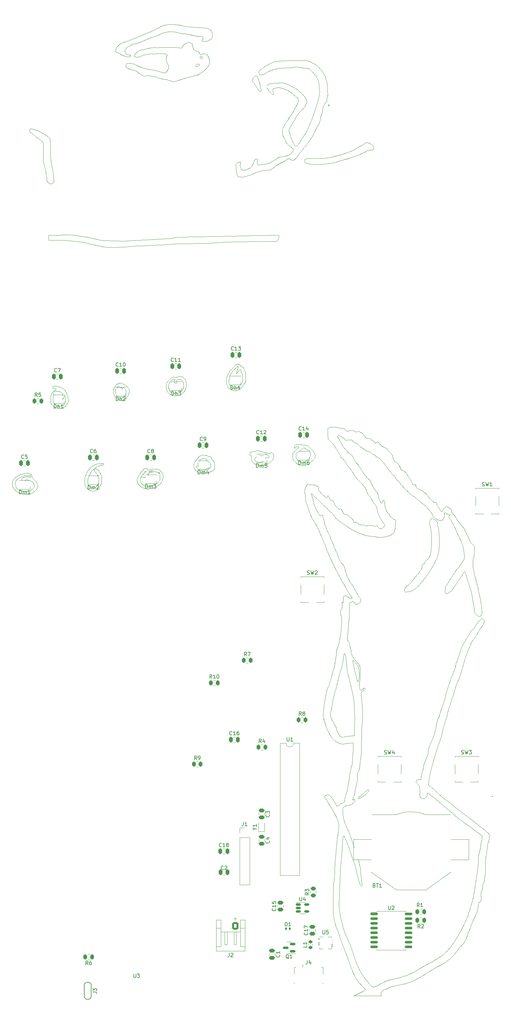
<source format=gbr>
%TF.GenerationSoftware,KiCad,Pcbnew,(6.0.9-0)*%
%TF.CreationDate,2023-01-13T01:16:21-05:00*%
%TF.ProjectId,JF-PimpleClock,4a462d50-696d-4706-9c65-436c6f636b2e,rev?*%
%TF.SameCoordinates,Original*%
%TF.FileFunction,Legend,Top*%
%TF.FilePolarity,Positive*%
%FSLAX46Y46*%
G04 Gerber Fmt 4.6, Leading zero omitted, Abs format (unit mm)*
G04 Created by KiCad (PCBNEW (6.0.9-0)) date 2023-01-13 01:16:21*
%MOMM*%
%LPD*%
G01*
G04 APERTURE LIST*
G04 Aperture macros list*
%AMRoundRect*
0 Rectangle with rounded corners*
0 $1 Rounding radius*
0 $2 $3 $4 $5 $6 $7 $8 $9 X,Y pos of 4 corners*
0 Add a 4 corners polygon primitive as box body*
4,1,4,$2,$3,$4,$5,$6,$7,$8,$9,$2,$3,0*
0 Add four circle primitives for the rounded corners*
1,1,$1+$1,$2,$3*
1,1,$1+$1,$4,$5*
1,1,$1+$1,$6,$7*
1,1,$1+$1,$8,$9*
0 Add four rect primitives between the rounded corners*
20,1,$1+$1,$2,$3,$4,$5,0*
20,1,$1+$1,$4,$5,$6,$7,0*
20,1,$1+$1,$6,$7,$8,$9,0*
20,1,$1+$1,$8,$9,$2,$3,0*%
G04 Aperture macros list end*
%ADD10C,0.001000*%
%ADD11C,0.000500*%
%ADD12C,0.150000*%
%ADD13C,0.120000*%
%ADD14C,0.100000*%
%ADD15C,1.400000*%
%ADD16RoundRect,0.250000X0.450000X-0.262500X0.450000X0.262500X-0.450000X0.262500X-0.450000X-0.262500X0*%
%ADD17RoundRect,0.250000X-0.262500X-0.450000X0.262500X-0.450000X0.262500X0.450000X-0.262500X0.450000X0*%
%ADD18R,1.700000X1.700000*%
%ADD19O,1.700000X1.700000*%
%ADD20RoundRect,0.250000X-0.250000X-0.475000X0.250000X-0.475000X0.250000X0.475000X-0.250000X0.475000X0*%
%ADD21O,0.990000X0.420000*%
%ADD22RoundRect,0.070000X-0.140000X-0.140000X0.140000X-0.140000X0.140000X0.140000X-0.140000X0.140000X0*%
%ADD23R,0.680000X1.050000*%
%ADD24C,0.600000*%
%ADD25R,0.260000X0.500000*%
%ADD26R,1.650000X2.400000*%
%ADD27R,0.280000X0.700000*%
%ADD28O,1.600000X1.600000*%
%ADD29R,1.600000X1.600000*%
%ADD30RoundRect,0.250000X0.262500X0.450000X-0.262500X0.450000X-0.262500X-0.450000X0.262500X-0.450000X0*%
%ADD31R,0.700000X0.700000*%
%ADD32R,0.400000X1.350000*%
%ADD33R,1.500000X1.900000*%
%ADD34R,1.200000X1.900000*%
%ADD35C,1.450000*%
%ADD36O,1.200000X1.900000*%
%ADD37RoundRect,0.150000X-0.875000X-0.150000X0.875000X-0.150000X0.875000X0.150000X-0.875000X0.150000X0*%
%ADD38C,1.524000*%
%ADD39RoundRect,0.250000X0.475000X-0.250000X0.475000X0.250000X-0.475000X0.250000X-0.475000X-0.250000X0*%
%ADD40R,1.550000X1.300000*%
%ADD41R,1.300000X1.700000*%
%ADD42RoundRect,0.218750X0.256250X-0.218750X0.256250X0.218750X-0.256250X0.218750X-0.256250X-0.218750X0*%
%ADD43RoundRect,0.150000X-0.512500X-0.150000X0.512500X-0.150000X0.512500X0.150000X-0.512500X0.150000X0*%
%ADD44RoundRect,0.147500X-0.147500X-0.172500X0.147500X-0.172500X0.147500X0.172500X-0.147500X0.172500X0*%
%ADD45RoundRect,0.250000X0.600000X0.750000X-0.600000X0.750000X-0.600000X-0.750000X0.600000X-0.750000X0*%
%ADD46O,1.700000X2.000000*%
%ADD47R,5.100000X5.100000*%
%ADD48C,17.800000*%
%ADD49RoundRect,0.150000X0.587500X0.150000X-0.587500X0.150000X-0.587500X-0.150000X0.587500X-0.150000X0*%
%ADD50RoundRect,0.250000X-0.475000X0.250000X-0.475000X-0.250000X0.475000X-0.250000X0.475000X0.250000X0*%
%ADD51R,1.100000X0.600000*%
G04 APERTURE END LIST*
D10*
X91407054Y271564954D02*
X92031492Y271529080D01*
X112320607Y222438292D02*
X109951436Y222368331D01*
X139840286Y67823584D02*
G75*
G03*
X139781663Y67587389I828814J-331084D01*
G01*
X164796528Y146181095D02*
X165052230Y145986500D01*
X175364372Y45730929D02*
X175266672Y45195172D01*
X139195489Y148741357D02*
G75*
G03*
X139003478Y148591256I943311J-1404557D01*
G01*
X170363785Y106836122D02*
X170299853Y106449090D01*
X163400509Y77230820D02*
X163606820Y78113251D01*
X133374561Y241656284D02*
G75*
G03*
X135058506Y241816929I-765561J16931116D01*
G01*
X142422340Y243701229D02*
X142861602Y243823958D01*
X161417377Y153428768D02*
G75*
G03*
X160726065Y153842219I-4282077J-6375168D01*
G01*
X140451657Y109188251D02*
G75*
G03*
X140323062Y109604143I-1765757J-318151D01*
G01*
X142431608Y108834809D02*
G75*
G03*
X142873951Y108124669I5139592J2708591D01*
G01*
X143445890Y50863500D02*
X143760171Y49461729D01*
X104038895Y277952150D02*
G75*
G03*
X103554602Y278275995I-2077495J-2582750D01*
G01*
X172287914Y31252104D02*
X172472135Y31529965D01*
X158814090Y152146827D02*
X159003573Y152040082D01*
X175315707Y121353707D02*
X175324090Y121128204D01*
D11*
X103002527Y158393718D02*
G75*
G03*
X103295246Y158470617I-676527J3170782D01*
G01*
D10*
X173755695Y34531360D02*
X173889582Y34819672D01*
D11*
X72576949Y159177940D02*
G75*
G03*
X72612804Y159012357I352051J-10440D01*
G01*
D10*
X138482124Y34509698D02*
X138681335Y33998252D01*
D11*
X85641656Y157364926D02*
G75*
G03*
X85736619Y157261537I1011944J834174D01*
G01*
D10*
X175425917Y120630849D02*
G75*
G03*
X175580996Y120407608I1019383J542651D01*
G01*
X165117953Y27108906D02*
X164760468Y26905965D01*
X135292181Y258465626D02*
G75*
G03*
X135044557Y258269839I134919J-425126D01*
G01*
X176215740Y51353075D02*
X176057238Y49983843D01*
D11*
X104101354Y158755114D02*
X104412160Y158890720D01*
X111059236Y185498361D02*
X110996996Y185207889D01*
D10*
X122421201Y222513878D02*
G75*
G03*
X121443442Y222550210I-877501J-10440378D01*
G01*
D11*
X119037751Y163410772D02*
X119108116Y163374866D01*
D10*
X55276160Y251148292D02*
G75*
G03*
X55147898Y250937053I368140J-368092D01*
G01*
X166659263Y88262703D02*
X166834304Y89027000D01*
X80157092Y219327321D02*
X82330343Y219494180D01*
X138387000Y136336329D02*
X138269147Y136615200D01*
X134863070Y144864877D02*
X134817234Y145149269D01*
D11*
X71466543Y159564937D02*
X71140993Y159199317D01*
X62730434Y175839639D02*
G75*
G03*
X63048537Y175792701I371566J1416761D01*
G01*
X94955218Y183412630D02*
G75*
G03*
X94908924Y183304497I340682J-209830D01*
G01*
D10*
X80910585Y274777139D02*
G75*
G03*
X81066365Y274805033I15J448861D01*
G01*
X172949551Y32260889D02*
X173062498Y32471129D01*
D11*
X108393877Y183676624D02*
G75*
G03*
X108384245Y182839221I7178723J-501324D01*
G01*
X87691950Y158668703D02*
G75*
G03*
X87667276Y158584041I133050J-84703D01*
G01*
D10*
X83332406Y221163203D02*
G75*
G03*
X82836936Y221103409I359494J-5061603D01*
G01*
D11*
X95769236Y180113632D02*
X95554845Y180012185D01*
D10*
X178090368Y49031019D02*
X178138348Y49319166D01*
D11*
X80228986Y180996307D02*
G75*
G03*
X80367283Y180911360I254014J258493D01*
G01*
D10*
X172225083Y64233286D02*
X172871322Y63778755D01*
X128960526Y248965904D02*
X128792371Y248740988D01*
X110930065Y240740211D02*
X111087458Y239239660D01*
X140428914Y167371292D02*
G75*
G03*
X140550766Y167182338I705986J321508D01*
G01*
D11*
X109215164Y185776357D02*
G75*
G03*
X108770816Y185011816I7239836J-4719157D01*
G01*
D10*
X147692181Y150970563D02*
X147880115Y150634163D01*
X144113426Y165854098D02*
X144331893Y165639694D01*
X170689798Y101665840D02*
G75*
G03*
X170974208Y102310655I-5062498J2618060D01*
G01*
D11*
X74198213Y154732441D02*
X74319304Y155046118D01*
D10*
X137933103Y108717816D02*
X137875662Y108331000D01*
X159598513Y74983787D02*
G75*
G03*
X159590065Y74864255I167287J-71887D01*
G01*
X143177042Y122895060D02*
G75*
G03*
X143273438Y122777324I248758J105340D01*
G01*
X172621251Y136222933D02*
X172647842Y135451325D01*
X162475627Y70974292D02*
G75*
G03*
X162551440Y71151007I-1180127J610908D01*
G01*
X151040972Y150844508D02*
G75*
G03*
X150943801Y151055913I-360372J-37608D01*
G01*
X145088098Y93675689D02*
X145032702Y95479276D01*
X174752352Y37002698D02*
X174949274Y37423923D01*
D11*
X61816307Y177143443D02*
G75*
G03*
X62009981Y176925536I1704093J1319557D01*
G01*
D10*
X142837646Y87452499D02*
G75*
G03*
X142888113Y87503000I-18446J68901D01*
G01*
X138393087Y101848687D02*
G75*
G03*
X138481511Y102329343I-5449687J1251013D01*
G01*
X59069578Y241552706D02*
X59419573Y240061178D01*
X169750051Y104734852D02*
G75*
G03*
X169736090Y104637558I331749J-97252D01*
G01*
X128792371Y248740988D02*
X128629336Y248491151D01*
D11*
X102758531Y162203533D02*
G75*
G03*
X102583226Y162273835I-175231J-183233D01*
G01*
D10*
X174781518Y124813291D02*
X174937339Y123825000D01*
X170085209Y143541584D02*
X170234415Y143198778D01*
X165228717Y24946253D02*
X166357570Y25591986D01*
D11*
X53668479Y152636805D02*
X53999101Y152629538D01*
D10*
X139231081Y162848194D02*
X139464898Y162502756D01*
D11*
X118001264Y160419921D02*
G75*
G03*
X117968867Y160409511I7136J-77821D01*
G01*
D10*
X173648537Y34288087D02*
X173755695Y34531360D01*
X73193953Y219820259D02*
X73362797Y219774924D01*
X81797733Y275078619D02*
X81066365Y274805033D01*
X116714663Y243143470D02*
G75*
G03*
X116531148Y243153211I-183463J-1722770D01*
G01*
X180195731Y70949931D02*
G75*
G03*
X180266540Y70945175I57269J323169D01*
G01*
X134377545Y146922355D02*
G75*
G03*
X134300358Y146982029I-124945J-81855D01*
G01*
X169658764Y68518026D02*
X169152455Y68936277D01*
X161230732Y133540487D02*
G75*
G03*
X161446252Y133604669I68J393713D01*
G01*
D11*
X61640394Y180038007D02*
X61685907Y180132958D01*
D10*
X81094314Y220962701D02*
X77768327Y221040298D01*
X165401158Y144219486D02*
G75*
G03*
X165467856Y144051157I1621242J545014D01*
G01*
X61433251Y239619705D02*
X61286235Y240442178D01*
X164148094Y146819940D02*
G75*
G03*
X164099451Y147023069I-448194J60D01*
G01*
X157664680Y128252141D02*
X157169381Y127825500D01*
X143097691Y56578103D02*
X142935265Y57065265D01*
D11*
X111396786Y187721193D02*
X111245450Y187698844D01*
X60902209Y177288315D02*
G75*
G03*
X61026464Y177031268I779991J218485D01*
G01*
X79306066Y181657210D02*
X79388928Y181608459D01*
D10*
X112078000Y241781287D02*
X112159875Y242398488D01*
D11*
X100948618Y159860804D02*
G75*
G03*
X100994654Y159896383I-18J47596D01*
G01*
D10*
X144899292Y96949471D02*
X144738018Y98341965D01*
D11*
X87762102Y158355493D02*
G75*
G03*
X87802148Y158375979I-81402J208507D01*
G01*
D10*
X140085345Y69360371D02*
G75*
G03*
X140174523Y69473606I-184745J237229D01*
G01*
X144971077Y165177971D02*
G75*
G03*
X144958872Y165221049I-82377J-71D01*
G01*
X172996482Y131158751D02*
X173088615Y130847817D01*
X148374254Y163196214D02*
G75*
G03*
X148109390Y163358681I-1561254J-2248114D01*
G01*
X173144790Y32653369D02*
G75*
G03*
X173165090Y32755981I-249290J102631D01*
G01*
X136970907Y104330500D02*
X136916633Y104147470D01*
D11*
X101368623Y162010662D02*
G75*
G03*
X101305919Y161952090I412977J-504962D01*
G01*
D10*
X134430085Y146615193D02*
G75*
G03*
X134418521Y146809864I-1644285J7D01*
G01*
D11*
X51335377Y155153870D02*
G75*
G03*
X51401333Y155016336I1096023J441030D01*
G01*
D10*
X167507683Y127379877D02*
G75*
G03*
X167452783Y127062236I2797517J-647077D01*
G01*
X129105696Y249123176D02*
G75*
G03*
X129662370Y249858673I-1880396J2001624D01*
G01*
D11*
X70399664Y154496875D02*
G75*
G03*
X70735035Y154097863I1728336J1112225D01*
G01*
D10*
X86028129Y271193482D02*
G75*
G03*
X85163933Y270838003I1532071J-4952782D01*
G01*
X174117731Y115052627D02*
X173848009Y114617527D01*
X164228782Y146518334D02*
G75*
G03*
X164278826Y146494500I50018J40566D01*
G01*
X171838950Y130475951D02*
X172140854Y130937525D01*
X101033157Y266094167D02*
G75*
G03*
X101772934Y266528065I-2659157J5381333D01*
G01*
X161167613Y77440972D02*
X161087027Y77107881D01*
X162593853Y71313249D02*
G75*
G03*
X162589313Y71429773I-266953J47951D01*
G01*
X178947545Y57724738D02*
G75*
G03*
X178956645Y57903851I-2022845J192562D01*
G01*
D11*
X127313373Y164761384D02*
X127119516Y164588512D01*
D10*
X84526882Y274506172D02*
G75*
G03*
X84729046Y274589582I-454682J1388728D01*
G01*
X72295936Y221734339D02*
X71897314Y221808521D01*
X168230467Y149126943D02*
G75*
G03*
X167926076Y149236501I-270367J-273543D01*
G01*
X165103349Y90597579D02*
X165052019Y90240450D01*
X138888590Y68795248D02*
G75*
G03*
X138720767Y68570749I431510J-497548D01*
G01*
D11*
X127562451Y163899909D02*
G75*
G03*
X127441549Y163785141I1193449J-1378309D01*
G01*
X51289785Y155416878D02*
X51300591Y155605643D01*
D10*
X81147647Y272638888D02*
G75*
G03*
X81187856Y272809513I-1834247J522312D01*
G01*
X86888849Y275502156D02*
X87248984Y275652393D01*
X136134678Y170627787D02*
G75*
G03*
X135950149Y170493559I333322J-652187D01*
G01*
X164338226Y150513464D02*
G75*
G03*
X164541107Y150413584I437674J633036D01*
G01*
X143760716Y17688068D02*
X143447090Y17547262D01*
X168562835Y69405339D02*
X167983554Y69852378D01*
X89949888Y266829480D02*
X89290931Y267006479D01*
X174567800Y125861373D02*
X174781518Y124813291D01*
D11*
X55345292Y157242145D02*
G75*
G03*
X55424892Y157267245I19208J77855D01*
G01*
X94273519Y183725743D02*
G75*
G03*
X94242701Y183727321I-19419J-77543D01*
G01*
D10*
X148754601Y162845744D02*
G75*
G03*
X148840213Y162760673I341499J258056D01*
G01*
D11*
X85646313Y157963364D02*
X86091023Y158509515D01*
D10*
X107709479Y220711877D02*
X108686219Y220762723D01*
D11*
X88322016Y158926973D02*
G75*
G03*
X88343853Y158913169I46084J48727D01*
G01*
D10*
X55422980Y251256024D02*
G75*
G03*
X55344331Y251206628I313220J-586024D01*
G01*
X142036371Y110294114D02*
X141994131Y110552489D01*
X89290931Y267006479D02*
X88562948Y267179101D01*
X127564377Y258203977D02*
X127136125Y257371176D01*
D11*
X112485143Y182592355D02*
X112357610Y182355645D01*
D10*
X149215616Y143858892D02*
G75*
G03*
X149268101Y143756154I335084J106408D01*
G01*
X103582623Y275190174D02*
X103730838Y275293615D01*
X94330436Y220208320D02*
X95177028Y220258202D01*
X138494092Y136001530D02*
G75*
G03*
X138586739Y135577630I1016408J70D01*
G01*
D11*
X72650684Y159535931D02*
X73115247Y159876284D01*
X73794857Y156890831D02*
G75*
G03*
X73765442Y157166843I-2135757J-88031D01*
G01*
D10*
X140716005Y107516314D02*
X140811525Y106706603D01*
X81843441Y270737202D02*
X82150322Y270767103D01*
D11*
X109262978Y184546350D02*
G75*
G03*
X109172074Y184261138I1498022J-634550D01*
G01*
D10*
X172902718Y131430935D02*
X172996482Y131158751D01*
X101381768Y270829678D02*
G75*
G03*
X101263580Y270816537I-38968J-187578D01*
G01*
X157981229Y156722245D02*
G75*
G03*
X157805345Y156972000I-1280629J-715045D01*
G01*
X134863068Y144864877D02*
G75*
G03*
X134979010Y144336018I3031332J387423D01*
G01*
D11*
X79028726Y181749951D02*
G75*
G03*
X78943940Y181689948I52474J-164051D01*
G01*
D10*
X124469161Y267776024D02*
X125157334Y267796344D01*
X141404436Y87306345D02*
X141052526Y87251350D01*
X144110189Y246432686D02*
X143952350Y246339594D01*
X160909590Y75565000D02*
X160406725Y75565000D01*
X175034669Y43717824D02*
X174975221Y43467158D01*
X171987544Y30820061D02*
G75*
G03*
X172136217Y31022697I-1969444J1600839D01*
G01*
X133222671Y154651978D02*
G75*
G03*
X133093571Y154727992I-350171J-447078D01*
G01*
X170004654Y146862871D02*
G75*
G03*
X169829489Y147060719I-2050754J-1639171D01*
G01*
X143255684Y51752710D02*
X143445890Y50863500D01*
X159471873Y130373648D02*
X159178998Y130006229D01*
X92174590Y220052920D02*
X94330436Y220208320D01*
D11*
X70228902Y157486765D02*
G75*
G03*
X70123053Y157131599I2494098J-936665D01*
G01*
D10*
X112429110Y240345775D02*
G75*
G03*
X112561129Y240198861I477290J296125D01*
G01*
D11*
X75043253Y160985646D02*
G75*
G03*
X74949007Y160987444I-50753J-189446D01*
G01*
D10*
X124419146Y263480336D02*
X123868846Y263632876D01*
X140071788Y165259997D02*
X139707833Y165777479D01*
X143952350Y246339594D02*
X143771341Y246212320D01*
D11*
X118407976Y160440717D02*
G75*
G03*
X118673692Y160457756I-37576J2666383D01*
G01*
X84221721Y156185771D02*
X84255050Y156022594D01*
X111434616Y186574830D02*
X111330459Y186250396D01*
D10*
X144463082Y169417993D02*
G75*
G03*
X144540019Y169345090I342218J284107D01*
G01*
X178255465Y49669514D02*
G75*
G03*
X178196074Y49556426I236635J-196414D01*
G01*
X123462872Y250252960D02*
G75*
G03*
X123591915Y249512565I3307028J194940D01*
G01*
X103696325Y268663394D02*
G75*
G03*
X103775752Y268915593I-930025J431506D01*
G01*
X81261338Y273058042D02*
G75*
G03*
X81187856Y272809513I1176362J-482942D01*
G01*
D11*
X56919169Y153758168D02*
G75*
G03*
X57161040Y154082335I-1922469J1686732D01*
G01*
D10*
X100685444Y268771670D02*
G75*
G03*
X100487416Y268769596I-86144J-1230170D01*
G01*
X118996239Y241804343D02*
X118675424Y241786363D01*
X168161392Y29459925D02*
G75*
G03*
X168678665Y30046194I-6055592J5864275D01*
G01*
X117602728Y265889062D02*
X117992075Y265926027D01*
X135357426Y243410935D02*
G75*
G03*
X136089102Y243515568I-670026J7295865D01*
G01*
X137752226Y69166010D02*
G75*
G03*
X137127952Y70265633I-8035226J-3834710D01*
G01*
X142393373Y87377190D02*
X142102991Y87363008D01*
X147119759Y156346529D02*
X146461825Y156987615D01*
D11*
X90202238Y158278239D02*
G75*
G03*
X90193310Y158303655I-59538J-6639D01*
G01*
D10*
X59623115Y239063831D02*
X59706542Y238530577D01*
X139781662Y67587389D02*
G75*
G03*
X139767867Y67219914I2650238J-283489D01*
G01*
X156805781Y158451221D02*
G75*
G03*
X156473472Y158789698I-1744781J-1380621D01*
G01*
D11*
X119108116Y163374866D02*
X119191211Y163328690D01*
D10*
X171248165Y30180639D02*
G75*
G03*
X171134926Y30054268I949035J-964339D01*
G01*
D11*
X119818366Y163653036D02*
X119611636Y163705679D01*
D10*
X133017264Y143537863D02*
X133117061Y143344834D01*
X95727087Y279323806D02*
X95266690Y279376667D01*
D11*
X126780064Y165013929D02*
G75*
G03*
X126821109Y165042138I-78764J158571D01*
G01*
X64859523Y178714292D02*
X64881515Y178549718D01*
D10*
X144487272Y17989650D02*
X144126937Y17843527D01*
X171134922Y30054271D02*
G75*
G03*
X171058008Y29932986I550078J-433871D01*
G01*
X89297499Y276369456D02*
X89718764Y276518909D01*
X133750660Y254154784D02*
X133783162Y254392514D01*
X131732411Y269003645D02*
X131607991Y269080044D01*
X81375950Y273234182D02*
G75*
G03*
X81261332Y273058045I406650J-389982D01*
G01*
X167238097Y146733712D02*
G75*
G03*
X167268122Y146969126I-1074697J256688D01*
G01*
D11*
X71504921Y153598778D02*
G75*
G03*
X72357476Y153418171I879179J2047622D01*
G01*
X52294706Y156947303D02*
G75*
G03*
X51927909Y156679859I2474494J-3779003D01*
G01*
D10*
X120991866Y267280424D02*
G75*
G03*
X120710839Y267231226I9134J-879424D01*
G01*
X165340441Y144520660D02*
G75*
G03*
X165357849Y144382799I1011059J57640D01*
G01*
X129523908Y246433571D02*
X129836972Y246809330D01*
D11*
X93746384Y179307646D02*
G75*
G03*
X94055707Y179225030I569116J1510454D01*
G01*
D10*
X85974159Y276737649D02*
X85006074Y276326899D01*
X150776301Y165472984D02*
X150311595Y165722088D01*
X177420398Y59645559D02*
X177379133Y59361491D01*
X81638483Y268985591D02*
G75*
G03*
X81429899Y268947199I10617J-643491D01*
G01*
X134936965Y91044399D02*
X135045315Y90697671D01*
D11*
X85736622Y157261540D02*
G75*
G03*
X85826774Y157188626I430878J440560D01*
G01*
D10*
X133722032Y253677800D02*
G75*
G03*
X133739686Y253924810I-1740032J248500D01*
G01*
X97954730Y274602662D02*
G75*
G03*
X97698598Y274463694I330170J-914062D01*
G01*
X92173371Y271482945D02*
G75*
G03*
X92031492Y271529080I-161471J-255345D01*
G01*
X141309871Y129803223D02*
X140837975Y130746545D01*
D11*
X130783776Y161047613D02*
X131360201Y161505647D01*
D10*
X160593285Y128354163D02*
X162122488Y130250394D01*
X137568896Y106417025D02*
G75*
G03*
X137652377Y106870500I-4839696J1125375D01*
G01*
X165360193Y144598574D02*
G75*
G03*
X165392162Y144830358I-245993J152026D01*
G01*
X131838020Y268944882D02*
G75*
G03*
X131880876Y268934211I42780J80418D01*
G01*
D11*
X88521597Y158659044D02*
G75*
G03*
X88608563Y158673248I-114897J976756D01*
G01*
D10*
X164283601Y73042383D02*
X163841647Y73434134D01*
X167771457Y147472188D02*
G75*
G03*
X167644515Y147558844I-602157J-745788D01*
G01*
D11*
X126352675Y162083004D02*
G75*
G03*
X126384928Y161962009I272325J7796D01*
G01*
X126256302Y162630234D02*
X126271240Y162455497D01*
D10*
X153657760Y142378228D02*
G75*
G03*
X153773571Y142641338I-918360J561272D01*
G01*
X176962155Y62858550D02*
G75*
G03*
X176752840Y62924967I-217955J-323850D01*
G01*
X122620788Y241886813D02*
X123135661Y242153109D01*
X142197795Y167256911D02*
G75*
G03*
X141990756Y167308063I-265095J-628411D01*
G01*
D11*
X101055649Y159211885D02*
G75*
G03*
X101530599Y159037568I2229151J5339415D01*
G01*
D10*
X142974772Y91503500D02*
X142952046Y90009489D01*
D11*
X130689530Y164490546D02*
G75*
G03*
X130570681Y164542969I-177530J-241546D01*
G01*
X54981714Y156389077D02*
X55088561Y156373446D01*
X113199209Y186295207D02*
X112987736Y186664482D01*
X115074467Y162876005D02*
G75*
G03*
X115026218Y162978963I-275467J-66305D01*
G01*
X60854821Y177612709D02*
G75*
G03*
X60902212Y177288316I1283779J21891D01*
G01*
X85994487Y159361938D02*
X85641729Y159002106D01*
X61529234Y177749842D02*
G75*
G03*
X61660680Y177378782I1151666J199158D01*
G01*
D10*
X126443157Y260595863D02*
X126795146Y260297890D01*
X134022334Y255058620D02*
X134146014Y255474476D01*
X139447358Y54991000D02*
X139533175Y55930922D01*
D11*
X102985904Y159477920D02*
G75*
G03*
X102865518Y159365590I919696J-1106320D01*
G01*
D10*
X60294436Y222619229D02*
X60294436Y221922547D01*
X163727756Y139573000D02*
X163680801Y138022492D01*
X138330955Y111061501D02*
G75*
G03*
X138229217Y110796664I2108645J-962001D01*
G01*
D11*
X89856276Y155913406D02*
X89477395Y155541276D01*
X92894629Y182542477D02*
G75*
G03*
X92765887Y182196591I1528371J-765777D01*
G01*
X64749552Y179114310D02*
X64768079Y179018969D01*
D10*
X125894106Y252317161D02*
X126111652Y252685199D01*
X134536920Y146044358D02*
G75*
G03*
X134603319Y145884943I1121880J373742D01*
G01*
X141979533Y159238380D02*
X142321185Y158768653D01*
X167825805Y128035472D02*
X167686232Y127825500D01*
D11*
X87294088Y157861574D02*
G75*
G03*
X87234886Y157880876I-85688J-162374D01*
G01*
D10*
X142748590Y17223132D02*
X146460165Y17215816D01*
X179035453Y58371861D02*
G75*
G03*
X179110005Y58496561I-227153J220439D01*
G01*
X177810811Y47664534D02*
G75*
G03*
X177891511Y47825696I-505011J353666D01*
G01*
X91180258Y264754487D02*
X91544278Y264685619D01*
D11*
X104051586Y160958931D02*
G75*
G03*
X103962601Y161052532I-351986J-245531D01*
G01*
D10*
X134707384Y139522142D02*
X135014466Y138774731D01*
X169945281Y131470346D02*
X169489193Y130784365D01*
X177328507Y59101477D02*
X177275755Y58887829D01*
D11*
X87576478Y158355482D02*
G75*
G03*
X87616363Y158341520I69722J135218D01*
G01*
X109566148Y186240114D02*
G75*
G03*
X109215160Y185776359I3121552J-2727214D01*
G01*
X111361985Y185534648D02*
X111692758Y185999738D01*
D10*
X140189003Y128102122D02*
X140393983Y127744637D01*
X179513622Y60697954D02*
X178666659Y61463977D01*
D11*
X84902135Y158055398D02*
X84752019Y157804626D01*
D10*
X143434021Y145057884D02*
G75*
G03*
X143268023Y145076380I-149121J-584184D01*
G01*
X134927995Y151969486D02*
G75*
G03*
X135214725Y151739433I1479605J1550414D01*
G01*
D11*
X130784100Y164277260D02*
G75*
G03*
X130794392Y164210478I225300J540D01*
G01*
X64091526Y179424640D02*
G75*
G03*
X64020675Y179771210I-1024126J-28840D01*
G01*
D10*
X146045222Y164407423D02*
G75*
G03*
X145925346Y164521266I-810222J-733123D01*
G01*
X81297756Y271529084D02*
G75*
G03*
X81708878Y271298762I1137544J1548416D01*
G01*
D11*
X112616478Y182882512D02*
X112485143Y182592355D01*
X105159301Y160195338D02*
X105169778Y160476681D01*
D10*
X136438013Y147943647D02*
X136916198Y147463091D01*
X134399661Y140252970D02*
X134707384Y139522142D01*
X170320475Y28908585D02*
X170430003Y29072845D01*
X179359509Y59622477D02*
X179513622Y60697954D01*
X101251936Y222170971D02*
X98932356Y222132047D01*
X170234415Y143198778D02*
X170365711Y142875000D01*
D11*
X103129526Y161417834D02*
X103134932Y161293731D01*
X57161051Y154082328D02*
G75*
G03*
X57290159Y154348001I-1144651J720472D01*
G01*
D10*
X144985772Y47213321D02*
X144831247Y48266391D01*
D11*
X102130995Y158058361D02*
G75*
G03*
X102119421Y158070093I-19195J-7361D01*
G01*
D10*
X138901399Y113407428D02*
X138815522Y112987420D01*
X123770661Y269688116D02*
X122969223Y269650814D01*
X147738651Y167035465D02*
G75*
G03*
X147906550Y167038846I63249J1029835D01*
G01*
X170199898Y127999673D02*
X170478487Y128427219D01*
D11*
X119905992Y163630382D02*
X119818366Y163653036D01*
D10*
X174868285Y43200704D02*
X174802317Y42960936D01*
X91544278Y264685619D02*
X91927574Y264623204D01*
X92259737Y271398933D02*
G75*
G03*
X92173356Y271482921I-242637J-163133D01*
G01*
X176612544Y119598795D02*
G75*
G03*
X176892746Y119639904I81056J423005D01*
G01*
X167945226Y92881660D02*
X168024341Y93280453D01*
D11*
X112987736Y186664482D02*
X112774353Y186983825D01*
X117710112Y163095533D02*
X118024636Y163066470D01*
X63410577Y175807463D02*
G75*
G03*
X63805496Y175882425I-340377J2870937D01*
G01*
D10*
X150271636Y150180224D02*
G75*
G03*
X150343974Y150207190I1764J105776D01*
G01*
X80827387Y274762997D02*
X80625676Y274688932D01*
X132516795Y144448185D02*
X132718200Y144079581D01*
D11*
X56198942Y155574003D02*
G75*
G03*
X56165303Y155680277I-453242J-85003D01*
G01*
D10*
X149819572Y140953394D02*
G75*
G03*
X150447219Y140979570I118928J4686206D01*
G01*
X175720937Y48123269D02*
G75*
G03*
X175707074Y47873054I2418063J-259469D01*
G01*
X136339189Y151130596D02*
X136196578Y151506783D01*
X77941877Y219268966D02*
X80157092Y219327321D01*
X60597439Y236465438D02*
G75*
G03*
X61143351Y236386532I419161J972062D01*
G01*
D11*
X64716535Y179298539D02*
G75*
G03*
X64641856Y179376709I-173335J-90839D01*
G01*
D10*
X81429904Y268947185D02*
G75*
G03*
X81307382Y268849263I83096J-229585D01*
G01*
D11*
X79126133Y181745383D02*
G75*
G03*
X79028726Y181749952I-54833J-128383D01*
G01*
X117061182Y164320417D02*
G75*
G03*
X117132251Y164309469I126218J583183D01*
G01*
X131615398Y164464585D02*
X131448617Y164637414D01*
X104921844Y161473090D02*
G75*
G03*
X104727793Y161755126I-2158844J-1277590D01*
G01*
D10*
X159178998Y130006229D02*
X158977654Y129730500D01*
X120991866Y267280424D02*
G75*
G03*
X121141300Y267295527I-8666J832576D01*
G01*
X151108263Y150077656D02*
G75*
G03*
X151226671Y149215428I6619837J469844D01*
G01*
D11*
X101539216Y162118008D02*
X101629032Y162163907D01*
X111690015Y180877273D02*
G75*
G03*
X112160656Y181146689I-1444815J3069727D01*
G01*
X127027268Y165972714D02*
G75*
G03*
X126896359Y165798373I1556432J-1305014D01*
G01*
D10*
X139433118Y134001359D02*
G75*
G03*
X139750580Y133657407I1058982J658941D01*
G01*
D11*
X80846389Y181148695D02*
X80922308Y181045539D01*
D10*
X116162813Y265561746D02*
G75*
G03*
X115843761Y265282961I496387J-890046D01*
G01*
X163846664Y86118392D02*
X163183441Y84545941D01*
D11*
X79473232Y181553874D02*
X79547365Y181501528D01*
D10*
X86417775Y265481975D02*
G75*
G03*
X86546828Y265509024I-90675J754025D01*
G01*
X134830246Y91349737D02*
X134936965Y91044399D01*
X140288974Y70042035D02*
X140236651Y69676440D01*
D11*
X78412644Y181934053D02*
G75*
G03*
X78138676Y181586538I1920056J-1795453D01*
G01*
X102006370Y158039456D02*
G75*
G03*
X102041096Y158029549I65230J162844D01*
G01*
X130054038Y164686267D02*
G75*
G03*
X129991713Y164745677I-432638J-391467D01*
G01*
D10*
X169985646Y105370376D02*
X169890099Y105142013D01*
X137613522Y165512367D02*
G75*
G03*
X137576926Y165610329I-174222J-9267D01*
G01*
X163319437Y71578255D02*
X164431858Y70663835D01*
D11*
X111954710Y187632298D02*
G75*
G03*
X111871091Y187700163I-194010J-153598D01*
G01*
D10*
X140577477Y169804143D02*
G75*
G03*
X140696584Y169689818I385823J282757D01*
G01*
D11*
X80809280Y178185533D02*
G75*
G03*
X81068869Y178364433I-609280J1161867D01*
G01*
X110051026Y181184945D02*
X109691475Y181511335D01*
D10*
X95266690Y279376667D02*
X94768449Y279414103D01*
X158611190Y155338868D02*
G75*
G03*
X158673436Y155222959I365910J121832D01*
G01*
X55147889Y250937056D02*
G75*
G03*
X55128464Y250686581I528211J-166956D01*
G01*
X138515416Y168406112D02*
G75*
G03*
X138415084Y168253582I154684J-211012D01*
G01*
X172766685Y131709735D02*
G75*
G03*
X172709219Y131704941I-25485J-41335D01*
G01*
X137502878Y146582412D02*
X138292578Y145853317D01*
D11*
X65560454Y178633757D02*
G75*
G03*
X65460251Y179110822I-3649354J-517457D01*
G01*
X116635789Y162921964D02*
X116923698Y163157343D01*
D10*
X96947560Y276956998D02*
G75*
G03*
X97261891Y276936155I314240J2358402D01*
G01*
D11*
X94349659Y183690925D02*
G75*
G03*
X94311301Y183712529I-144959J-212525D01*
G01*
X127586866Y165436304D02*
G75*
G03*
X127314375Y165429980I-94166J-1816404D01*
G01*
D10*
X144485394Y103736283D02*
X144569249Y105262649D01*
X163017802Y83919695D02*
G75*
G03*
X163005090Y83741229I1246798J-178495D01*
G01*
X141781014Y128907083D02*
X141309871Y129803223D01*
X116704538Y242135394D02*
G75*
G03*
X116748061Y241767328I2920262J158706D01*
G01*
X126676220Y242883653D02*
G75*
G03*
X127169788Y243365993I-4967420J5576747D01*
G01*
D11*
X74949007Y160987444D02*
X74776776Y160940335D01*
X80117809Y182579149D02*
G75*
G03*
X79741729Y182657335I-376009J-865049D01*
G01*
D10*
X165374640Y84250823D02*
X165534116Y84709000D01*
X116748060Y241767328D02*
G75*
G03*
X116845028Y241582544I344740J63072D01*
G01*
X162922008Y71882003D02*
G75*
G03*
X162770103Y71919913I-124108J-174003D01*
G01*
X145424473Y158215241D02*
X145001713Y158852329D01*
X153773565Y142641340D02*
G75*
G03*
X153844518Y143001241I-2051865J591460D01*
G01*
D11*
X78138678Y181586537D02*
G75*
G03*
X77954727Y181226981I1528722J-1008937D01*
G01*
D10*
X175633113Y117023172D02*
X175416020Y116736228D01*
X150752796Y143701120D02*
G75*
G03*
X150674300Y143622794I377204J-456520D01*
G01*
X101650932Y271269305D02*
G75*
G03*
X101838792Y271417942I-257032J517895D01*
G01*
X143760171Y49461729D02*
X144148279Y48158086D01*
D11*
X128481976Y164571439D02*
X128650629Y164733111D01*
D10*
X135504949Y258799787D02*
X135501006Y259077718D01*
X139603033Y36503979D02*
X139166752Y38368805D01*
X83937764Y274354509D02*
X84245281Y274423785D01*
X143977090Y77570309D02*
G75*
G03*
X143851451Y77281140I2105110J-1086509D01*
G01*
D11*
X84597918Y157535764D02*
X84463675Y157289085D01*
D10*
X114033845Y240349690D02*
G75*
G03*
X114573823Y240601586I-1652545J4247210D01*
G01*
X73362797Y219774924D02*
X73547679Y219736643D01*
D11*
X103343678Y161180514D02*
G75*
G03*
X103351776Y161217681I-80878J37086D01*
G01*
X100314804Y160291708D02*
G75*
G03*
X100215017Y160251862I-24104J-84508D01*
G01*
D10*
X138619802Y61651707D02*
X138291317Y59595498D01*
X139898983Y124325596D02*
X139886590Y123958350D01*
X80948305Y272345940D02*
G75*
G03*
X80911728Y272292859I138295J-134440D01*
G01*
X124215163Y248298878D02*
G75*
G03*
X124194115Y248405930I-283163J-78D01*
G01*
X144463096Y169418005D02*
G75*
G03*
X144308241Y169548957I-445096J-369305D01*
G01*
D11*
X118049576Y161465725D02*
G75*
G03*
X118049820Y161502966I-160876J19675D01*
G01*
X86595183Y158813630D02*
G75*
G03*
X86524276Y158827015I-102883J-350530D01*
G01*
D10*
X141511332Y120362488D02*
X141533699Y121315046D01*
X165190472Y149861689D02*
G75*
G03*
X165281969Y149586881I2329328J622911D01*
G01*
X132474339Y257101497D02*
X132226685Y256346568D01*
X133342098Y252710169D02*
X133490838Y252969363D01*
D11*
X60948416Y179386303D02*
G75*
G03*
X60895297Y179172851I1073984J-380603D01*
G01*
X89257057Y158685726D02*
X89380143Y158656605D01*
D10*
X170154081Y146655013D02*
G75*
G03*
X170004651Y146862869I-2111181J-1360113D01*
G01*
X160849205Y70735667D02*
G75*
G03*
X161215631Y70479408I795395J747233D01*
G01*
D11*
X60895301Y179172850D02*
G75*
G03*
X60869599Y178889258I2474799J-367250D01*
G01*
D10*
X168868680Y145768514D02*
G75*
G03*
X168782604Y145860318I-408880J-297114D01*
G01*
X86763382Y272935286D02*
X85823380Y272722909D01*
X133913860Y141366478D02*
X134142536Y140843000D01*
X172216632Y138712154D02*
G75*
G03*
X171785387Y139916824I-10217332J-2978054D01*
G01*
X161641903Y70402706D02*
G75*
G03*
X162052221Y70520017I-44703J932594D01*
G01*
X164275090Y26609572D02*
X164086080Y26489053D01*
X92724712Y268394393D02*
G75*
G03*
X92481889Y268778474I-2302512J-1186893D01*
G01*
X139147735Y51129042D02*
X139447358Y54991000D01*
D11*
X80409882Y181345402D02*
G75*
G03*
X80364776Y181228767I128418J-116702D01*
G01*
D10*
X104077712Y275476517D02*
G75*
G03*
X104318499Y275597126I-757312J1812583D01*
G01*
X144640236Y169283451D02*
G75*
G03*
X144747205Y169241423I288464J577049D01*
G01*
X144961123Y169186358D02*
G75*
G03*
X144844139Y169227500I-117023J-145858D01*
G01*
X177042955Y57860628D02*
X176975387Y57340500D01*
D11*
X112218015Y182143490D02*
G75*
G03*
X112357610Y182355645I-2155215J1570110D01*
G01*
D10*
X117146383Y266656950D02*
G75*
G03*
X117155275Y266511848I1210317J1350D01*
G01*
X143771341Y246212320D02*
X143587726Y246061622D01*
X129617616Y257441331D02*
X129692993Y257613980D01*
X158750590Y126690965D02*
G75*
G03*
X159199368Y126936971I-2580990J5240735D01*
G01*
X155318084Y22114344D02*
X152781590Y21574326D01*
D11*
X105080152Y159430007D02*
X105139226Y159915874D01*
D10*
X146181624Y247556878D02*
G75*
G03*
X145932322Y247495219I88976J-894578D01*
G01*
X130546387Y148387048D02*
X131198471Y146649489D01*
X87482574Y275753112D02*
X87717198Y275847940D01*
X174624144Y42080246D02*
X174540585Y41751704D01*
X140145079Y133178529D02*
G75*
G03*
X140178927Y132912919I1059621J71D01*
G01*
D11*
X52383794Y152943183D02*
G75*
G03*
X53092337Y152713373I1423406J3181417D01*
G01*
D10*
X132906090Y154794703D02*
X132729706Y154853546D01*
X96387093Y264759503D02*
X97727885Y265128781D01*
X137405802Y90656792D02*
X137180858Y91074066D01*
X82899397Y274142419D02*
G75*
G03*
X82783574Y274076121I128503J-358819D01*
G01*
D11*
X102427727Y163176515D02*
X101997704Y163215786D01*
X79068086Y178939959D02*
G75*
G03*
X79354617Y178766821I1676214J2450341D01*
G01*
D10*
X137985502Y109145388D02*
X137933103Y108717816D01*
X141704200Y163468019D02*
G75*
G03*
X142097304Y163246138I2058400J3187681D01*
G01*
X124013522Y252395848D02*
X123847365Y252087504D01*
X167876909Y147369734D02*
G75*
G03*
X167771460Y147472191I-610009J-522334D01*
G01*
D11*
X53083090Y156499022D02*
G75*
G03*
X53108545Y156424502I527210J138478D01*
G01*
D10*
X153903804Y143649993D02*
X153941783Y144118364D01*
X142922057Y123486076D02*
G75*
G03*
X142736879Y123615062I-256257J-170476D01*
G01*
D11*
X100453451Y160210081D02*
G75*
G03*
X100314800Y160291695I-226951J-226981D01*
G01*
D10*
X124525967Y261829589D02*
G75*
G03*
X123562079Y262202011I-3996367J-8909689D01*
G01*
D11*
X103443334Y162899258D02*
X103329353Y162932630D01*
D10*
X164898270Y150407965D02*
G75*
G03*
X164728860Y150402189I-66170J-546465D01*
G01*
X140840310Y169628710D02*
G75*
G03*
X141029856Y169608500I189590J879190D01*
G01*
D11*
X81879972Y181266359D02*
X81810834Y181339082D01*
D10*
X90707168Y278982867D02*
X89948050Y278587646D01*
X167523712Y125868479D02*
G75*
G03*
X167737236Y125781509I194988J173121D01*
G01*
X144965538Y99743575D02*
G75*
G03*
X145118504Y99866967I-1132638J1560625D01*
G01*
D11*
X103579295Y161306449D02*
X103785012Y161180648D01*
D10*
X173630944Y38889764D02*
X173457389Y38524378D01*
X177591869Y46654350D02*
G75*
G03*
X177610090Y46894235I-1569469J239850D01*
G01*
X164086080Y26489053D02*
X163715478Y26277242D01*
X176900510Y56797377D02*
X176805836Y56268144D01*
X146363020Y245392093D02*
G75*
G03*
X146101518Y245242562I841180J-1774493D01*
G01*
X142850170Y162006638D02*
G75*
G03*
X143120378Y161505004I5024830J2383062D01*
G01*
X140541414Y144177736D02*
X141960765Y143281293D01*
D11*
X111025727Y181286709D02*
X110527276Y181227084D01*
D10*
X177451057Y119062479D02*
G75*
G03*
X177164823Y118950286I-57J-421079D01*
G01*
X142927479Y88730534D02*
X142902528Y87604488D01*
X140780080Y130995613D02*
G75*
G03*
X140772434Y131062653I-296980J87D01*
G01*
X131198477Y146649491D02*
G75*
G03*
X131637593Y145923000I2411123J961409D01*
G01*
D11*
X61752407Y180305011D02*
G75*
G03*
X61759276Y180348595I-135507J43689D01*
G01*
D10*
X73390972Y221467359D02*
G75*
G03*
X73262305Y221517518I-305072J-592459D01*
G01*
D11*
X126313893Y162323981D02*
X126332820Y162245978D01*
X87505003Y154030253D02*
G75*
G03*
X87872986Y154074606I-110003J2461347D01*
G01*
D10*
X139993298Y161992908D02*
G75*
G03*
X139844068Y162106681I-427298J-405708D01*
G01*
X147223894Y167637572D02*
G75*
G03*
X146966786Y167697262I-283594J-637972D01*
G01*
X122573661Y222371297D02*
G75*
G03*
X122421201Y222513874I-166461J-25197D01*
G01*
D11*
X94608407Y184170762D02*
G75*
G03*
X94744203Y184172173I61993J569138D01*
G01*
D10*
X61850186Y222553789D02*
X60294436Y222619229D01*
X163945733Y146089957D02*
G75*
G03*
X163750526Y146008991I6867J-292357D01*
G01*
X162065716Y152941968D02*
G75*
G03*
X161417378Y153428769I-4948216J-5915068D01*
G01*
X171297098Y109409074D02*
X171132693Y108896905D01*
X101896500Y276101048D02*
G75*
G03*
X101740304Y276182848I-326200J-432848D01*
G01*
X174625590Y139336041D02*
X174273866Y139726706D01*
D11*
X64892185Y178354942D02*
X64889768Y178142956D01*
D10*
X166693976Y148012743D02*
G75*
G03*
X166781999Y148146211I-868376J668457D01*
G01*
D11*
X113178401Y182483380D02*
X113511776Y183158480D01*
X127562452Y163899908D02*
X127709130Y164019022D01*
D10*
X157504343Y126328981D02*
X158251218Y126502839D01*
D11*
X87138152Y157918617D02*
G75*
G03*
X87234886Y157880876I130048J190483D01*
G01*
X111364432Y180732539D02*
X111690015Y180877274D01*
X120453652Y161634367D02*
X120903643Y162135114D01*
D10*
X143704365Y122983891D02*
G75*
G03*
X143596607Y122929367I452835J-1028691D01*
G01*
D11*
X103852001Y159670341D02*
G75*
G03*
X103806370Y159666018I99J-244041D01*
G01*
X50681964Y156417775D02*
G75*
G03*
X50512746Y155949115I1468136J-794975D01*
G01*
D10*
X122969223Y269650814D02*
X122242295Y269597765D01*
D11*
X130909487Y162598816D02*
X130818372Y162432474D01*
D10*
X81448994Y270747695D02*
G75*
G03*
X81843441Y270737202I255306J2178005D01*
G01*
X101927699Y275522867D02*
G75*
G03*
X101847856Y275366132I1529901J-878067D01*
G01*
X145170432Y244797120D02*
X145386808Y244908979D01*
D11*
X117921273Y164154839D02*
X117710763Y164212641D01*
X112512752Y185291757D02*
G75*
G03*
X112531401Y185254552I196348J75143D01*
G01*
X101711097Y162212704D02*
X101777009Y162258165D01*
D10*
X135950136Y170493572D02*
G75*
G03*
X135811159Y170297836I507964J-507872D01*
G01*
X138213896Y242312422D02*
G75*
G03*
X138375661Y242385984I-80596J391878D01*
G01*
D11*
X84369990Y155699434D02*
X84400797Y155621992D01*
D10*
X151108260Y150077656D02*
X151040990Y150844510D01*
X134176090Y147002502D02*
G75*
G03*
X134078882Y146993141I10J-509502D01*
G01*
D11*
X126739131Y165004316D02*
G75*
G03*
X126780063Y165013932I-131J92484D01*
G01*
D10*
X159602385Y21618620D02*
X159871056Y21778403D01*
X170257329Y106211560D02*
G75*
G03*
X170299853Y106449090I-2254829J526240D01*
G01*
X137397499Y150263431D02*
G75*
G03*
X137537008Y149960136I1557901J532869D01*
G01*
X143104180Y70097305D02*
G75*
G03*
X142798693Y70120371I-193980J-534605D01*
G01*
D11*
X119007506Y162402830D02*
X118892798Y162146643D01*
D10*
X150816633Y151039589D02*
G75*
G03*
X150607927Y150606496I3956967J-2173689D01*
G01*
X61026382Y241826454D02*
X60891156Y242839262D01*
D11*
X87585212Y158807659D02*
X87773676Y158879656D01*
X72768963Y154378626D02*
G75*
G03*
X72730614Y154355249I143237J-278126D01*
G01*
D10*
X124215166Y248298878D02*
G75*
G03*
X124329022Y247871985I856934J-78D01*
G01*
X137860066Y89913693D02*
X137751696Y90078966D01*
D11*
X94291540Y182865214D02*
G75*
G03*
X94333931Y182722413I368460J31686D01*
G01*
X126459799Y163873996D02*
G75*
G03*
X126323808Y163676815I724701J-645296D01*
G01*
D10*
X159515094Y127171915D02*
G75*
G03*
X159871492Y127530988I-3090494J3423885D01*
G01*
X136196583Y151506785D02*
G75*
G03*
X136045488Y151873828I-3186683J-1097185D01*
G01*
X102084456Y275883055D02*
G75*
G03*
X102043020Y275974818I-139056J-7555D01*
G01*
X124329024Y247871986D02*
G75*
G03*
X124699252Y247343650I3114976J1788914D01*
G01*
D11*
X85245273Y155849588D02*
G75*
G03*
X85484750Y155427783I2005827J859912D01*
G01*
D10*
X154032400Y145006756D02*
X154069572Y145267353D01*
D11*
X96902702Y183958909D02*
G75*
G03*
X96597716Y184195131I-1071802J-1068809D01*
G01*
D10*
X120940214Y262047992D02*
G75*
G03*
X120860599Y261826610I81986J-154492D01*
G01*
D11*
X88218948Y158595624D02*
G75*
G03*
X88175276Y158559085I77352J-136824D01*
G01*
D10*
X88247704Y271559694D02*
X89820639Y271600210D01*
D11*
X85565972Y157452867D02*
X85641654Y157364924D01*
D10*
X165698417Y92332985D02*
X165548804Y92017398D01*
D11*
X84400797Y155621992D02*
X84423052Y155554732D01*
D10*
X174334432Y126809004D02*
G75*
G03*
X174122964Y127444500I-5428632J-1453504D01*
G01*
D11*
X51813407Y154190570D02*
G75*
G03*
X51725419Y154241528I-576607J-894170D01*
G01*
X130277260Y161919514D02*
G75*
G03*
X130198557Y161838688I855340J-911614D01*
G01*
D10*
X101772935Y266528063D02*
G75*
G03*
X102468161Y267075590I-3849635J5603237D01*
G01*
X171101842Y145125981D02*
X170527032Y145945432D01*
D11*
X118319314Y163030237D02*
X118565881Y162992158D01*
X110997021Y185207884D02*
G75*
G03*
X111006446Y185129660I121979J-24984D01*
G01*
D10*
X138361195Y88434537D02*
G75*
G03*
X138652795Y87857788I5588005J2463163D01*
G01*
X160633949Y73040496D02*
G75*
G03*
X160519607Y73688358I-2604749J-125696D01*
G01*
X141301806Y244987593D02*
X139332304Y244352326D01*
X162374592Y70808837D02*
G75*
G03*
X162475629Y70974291I-1118592J796663D01*
G01*
X169368719Y103669451D02*
G75*
G03*
X169013251Y102784519I8884681J-4082751D01*
G01*
X133301455Y154485017D02*
G75*
G03*
X133291751Y154570012I-110955J30383D01*
G01*
X151026766Y143827497D02*
G75*
G03*
X150944569Y143812831I-66J-237297D01*
G01*
X150190091Y143310572D02*
G75*
G03*
X150444606Y143415224I-128991J675528D01*
G01*
X152947641Y141685887D02*
G75*
G03*
X153120826Y141799607I-967941J1662813D01*
G01*
X126383547Y242772198D02*
G75*
G03*
X126676217Y242883657I-47J440102D01*
G01*
X148143228Y245781359D02*
G75*
G03*
X148185789Y246010711I-1099928J322741D01*
G01*
D11*
X52131092Y153953783D02*
X52034522Y154033584D01*
D10*
X99173280Y274082576D02*
G75*
G03*
X99055081Y274211711I-481080J-321676D01*
G01*
D11*
X129166023Y165117497D02*
G75*
G03*
X128952343Y165011176I119077J-507197D01*
G01*
D10*
X91447697Y279249762D02*
X91123310Y279146162D01*
X138220608Y149067506D02*
X137793333Y149585619D01*
X163738899Y142000440D02*
G75*
G03*
X163669682Y142675849I-6775799J-353140D01*
G01*
D11*
X116350985Y161455323D02*
G75*
G03*
X116507106Y161372447I552215J851777D01*
G01*
D10*
X100107389Y268360405D02*
G75*
G03*
X100076342Y268244021I834711J-285005D01*
G01*
X157720941Y152958793D02*
X158001875Y152718424D01*
X161130089Y132524506D02*
G75*
G03*
X161178583Y132557719I11J51994D01*
G01*
X169718574Y104533099D02*
G75*
G03*
X169736090Y104637558I-302974J104501D01*
G01*
D11*
X127118233Y162870570D02*
X127135964Y163108074D01*
D10*
X175416020Y116736228D02*
X175164486Y116443454D01*
D11*
X96247007Y184346617D02*
G75*
G03*
X95857811Y184414459I-496707J-1699217D01*
G01*
D10*
X114906670Y240867213D02*
G75*
G03*
X115038376Y241043755I-973670J863787D01*
G01*
X100082747Y268103701D02*
G75*
G03*
X100220954Y268076408I89453J89399D01*
G01*
X100995504Y268473319D02*
X100615764Y268259574D01*
D11*
X73185576Y158333737D02*
X73329238Y158139172D01*
D10*
X81572686Y273390060D02*
G75*
G03*
X81375948Y273234184I469014J-794060D01*
G01*
X87853436Y221418549D02*
X86168405Y221338225D01*
D11*
X53626986Y157595976D02*
X53699495Y157626954D01*
D10*
X126115948Y248161974D02*
X125658957Y249374907D01*
X79558993Y274131510D02*
G75*
G03*
X79023867Y273640711I2576307J-3346110D01*
G01*
D11*
X55769750Y156029084D02*
X55883728Y155953267D01*
X74131879Y154625256D02*
G75*
G03*
X74198213Y154732441I-275379J244544D01*
G01*
X93988660Y183690123D02*
X94065283Y183701420D01*
D10*
X74593573Y219565391D02*
X74920929Y219480736D01*
D11*
X92111891Y181101309D02*
G75*
G03*
X92278731Y180556556I2983409J615791D01*
G01*
D10*
X135453463Y69913808D02*
X135694020Y69512690D01*
X173234553Y32970948D02*
G75*
G03*
X173198167Y32907453I284047J-204948D01*
G01*
X129966487Y150174875D02*
X130546387Y148387048D01*
X83608647Y267037651D02*
G75*
G03*
X83167508Y267108378I-703947J-2979551D01*
G01*
X153613045Y157663274D02*
G75*
G03*
X153505942Y157725795I-192445J-206674D01*
G01*
X60732136Y247781700D02*
X60678511Y248376694D01*
X82899398Y274142415D02*
X83116534Y274210618D01*
D11*
X112078898Y187463296D02*
X111954705Y187632294D01*
X57246824Y155079699D02*
G75*
G03*
X57283936Y155033665I132076J68501D01*
G01*
D10*
X172525288Y143474832D02*
G75*
G03*
X172380195Y143644987I-1820388J-1405332D01*
G01*
D11*
X100685082Y158595315D02*
G75*
G03*
X101011327Y158439468I804918J1265585D01*
G01*
X113488859Y185429284D02*
G75*
G03*
X113445710Y185676963I-1604259J-151884D01*
G01*
D10*
X176858571Y42509332D02*
G75*
G03*
X176661147Y42332978I852229J-1152732D01*
G01*
D11*
X89380143Y158656605D02*
X89492748Y158631020D01*
D10*
X144780590Y18100664D02*
X144487272Y17989650D01*
X146952945Y245557118D02*
G75*
G03*
X146635035Y245493532I270855J-2180718D01*
G01*
X140135852Y34758018D02*
X139603033Y36503979D01*
D11*
X103396268Y159560967D02*
X103200572Y159558139D01*
X62783069Y176455468D02*
G75*
G03*
X63170882Y176413201I440531J2241732D01*
G01*
D10*
X154699421Y20053406D02*
X155245783Y20180910D01*
D11*
X131065380Y163605438D02*
G75*
G03*
X130940870Y163893085I-1057880J-287138D01*
G01*
D10*
X176619386Y55562501D02*
G75*
G03*
X176705986Y55816393I-1343886J600099D01*
G01*
D11*
X109373514Y181855638D02*
G75*
G03*
X109508263Y181691249I1262886J897762D01*
G01*
D10*
X83870888Y271719276D02*
X83499415Y271321938D01*
X139694161Y123380499D02*
G75*
G03*
X139595984Y123507873I-568161J-336399D01*
G01*
D11*
X101997704Y163215781D02*
G75*
G03*
X101764276Y163184789I-35104J-630181D01*
G01*
X54075776Y153421694D02*
X53468429Y153426936D01*
D10*
X147167309Y141329927D02*
X148146090Y141219570D01*
X82332335Y271212102D02*
X82104130Y271221155D01*
X165907737Y145505816D02*
G75*
G03*
X166173464Y145478500I265763J1279184D01*
G01*
X127898170Y259103679D02*
G75*
G03*
X127865272Y259255008I-364870J-79D01*
G01*
X136589316Y94107589D02*
G75*
G03*
X136460353Y93546094I1962884J-746389D01*
G01*
X102379591Y278547972D02*
X100309574Y278717974D01*
X162942148Y83192288D02*
G75*
G03*
X163005090Y83741229I-2362048J548912D01*
G01*
X63809366Y222568285D02*
X63191425Y222543698D01*
X112716535Y240127594D02*
G75*
G03*
X112946492Y240104583I231665J1154606D01*
G01*
D11*
X65053796Y180085583D02*
G75*
G03*
X64830898Y180428995I-2365896J-1291583D01*
G01*
D10*
X164958450Y89737687D02*
X164843962Y89189567D01*
X177999677Y118088901D02*
G75*
G03*
X178044811Y118279835I-484377J215299D01*
G01*
X144049369Y105812999D02*
X144210550Y105205270D01*
D11*
X130198446Y164592227D02*
G75*
G03*
X130293134Y164567946I169254J463273D01*
G01*
D10*
X127127217Y260020215D02*
X127378011Y259814790D01*
X126314329Y253035248D02*
X126464650Y253303857D01*
D11*
X111543279Y187041933D02*
G75*
G03*
X111397841Y187115476I-91279J67D01*
G01*
X92881476Y179754336D02*
G75*
G03*
X93325930Y179483455I1390524J1781464D01*
G01*
D10*
X139741285Y58699630D02*
X139818131Y59733596D01*
X132436722Y154993185D02*
G75*
G03*
X132567274Y154923090I864878J1454215D01*
G01*
X103737459Y222210431D02*
X101251936Y222170971D01*
X117804533Y261475898D02*
G75*
G03*
X117831010Y261674215I-223033J130702D01*
G01*
X132898268Y143751851D02*
X133017264Y143537863D01*
X147530467Y144211012D02*
G75*
G03*
X147031357Y144255797I-546867J-3291012D01*
G01*
X159961278Y75498397D02*
G75*
G03*
X159832670Y75394103I180722J-354297D01*
G01*
D11*
X129063787Y160362832D02*
G75*
G03*
X129500834Y160343376I356213J3083168D01*
G01*
X55272810Y156359936D02*
G75*
G03*
X55181318Y156368335I-91610J-495436D01*
G01*
D10*
X88842719Y273242327D02*
G75*
G03*
X87800074Y273136420I163381J-6793827D01*
G01*
X123501960Y251051058D02*
G75*
G03*
X123462868Y250252960I3667840J-579658D01*
G01*
X143013791Y169672101D02*
G75*
G03*
X142359536Y169795973I-1586291J-6588601D01*
G01*
X92233312Y269223192D02*
G75*
G03*
X92481889Y268778474I1679988J647208D01*
G01*
D11*
X54280238Y158328453D02*
X54140039Y158322449D01*
X64641865Y179376724D02*
G75*
G03*
X64552116Y179391423I-64065J-109824D01*
G01*
X127746630Y160625174D02*
X128053276Y160538323D01*
D10*
X100000363Y265655965D02*
X100302374Y265767880D01*
D11*
X115224295Y161587032D02*
G75*
G03*
X115421917Y161323068I847805J428768D01*
G01*
D10*
X144423586Y123295623D02*
G75*
G03*
X144693806Y123731945I-595886J670877D01*
G01*
X58835747Y247592163D02*
X58826877Y245133279D01*
X123868847Y263632882D02*
G75*
G03*
X123419122Y263702124I-669147J-2850982D01*
G01*
X102060520Y275769152D02*
X101927702Y275522865D01*
D11*
X129780237Y164901747D02*
X129893373Y164822361D01*
D10*
X137954428Y89742006D02*
X137860066Y89913693D01*
X103154695Y271293828D02*
G75*
G03*
X103004018Y271452601I-513495J-336428D01*
G01*
X172709223Y131704936D02*
G75*
G03*
X172595719Y131593693I956177J-1089136D01*
G01*
X149963417Y165964614D02*
G75*
G03*
X150311595Y165722088I1762483J2159086D01*
G01*
X146952945Y245557118D02*
X147357490Y245591812D01*
D11*
X53699493Y157626957D02*
G75*
G03*
X53744505Y157655189I-95993J203043D01*
G01*
X94382606Y183663609D02*
G75*
G03*
X94349655Y183690919I-162806J-162909D01*
G01*
D10*
X71725056Y220195736D02*
X72291531Y220062702D01*
D11*
X84187884Y156580028D02*
G75*
G03*
X84200125Y156343135I2373316J3872D01*
G01*
D10*
X152277686Y147172886D02*
G75*
G03*
X152162129Y147294476I-1015786J-849686D01*
G01*
D11*
X81340798Y178638947D02*
G75*
G03*
X81590886Y178967346I-2455598J2129453D01*
G01*
X56267204Y153206224D02*
G75*
G03*
X56624362Y153468629I-1734204J2734676D01*
G01*
D10*
X93318839Y279508751D02*
X93070574Y279530118D01*
X141819390Y77904634D02*
X141660514Y76976693D01*
X160626799Y72172555D02*
G75*
G03*
X160633950Y73040496I-7675699J497245D01*
G01*
D11*
X112160657Y181146687D02*
G75*
G03*
X112527444Y181463012I-1225757J1792113D01*
G01*
D10*
X142463339Y70134002D02*
G75*
G03*
X142507593Y70095589I58761J22998D01*
G01*
X116929201Y264641969D02*
X116866917Y264873999D01*
D11*
X84564011Y155331406D02*
X84712742Y155168370D01*
D10*
X138977157Y87377906D02*
G75*
G03*
X139266494Y87133074I746143J588394D01*
G01*
D11*
X57359617Y154637240D02*
G75*
G03*
X57361822Y154889228I-1046117J135160D01*
G01*
D10*
X119769654Y241932758D02*
G75*
G03*
X120151567Y242124095I-977854J2428642D01*
G01*
X119693309Y266814197D02*
G75*
G03*
X119519683Y266673532I196391J-419897D01*
G01*
X161020077Y76740089D02*
X160978766Y76390500D01*
X148659292Y166356052D02*
G75*
G03*
X148830201Y166500754I-786092J1101748D01*
G01*
D11*
X109058364Y182588704D02*
G75*
G03*
X109167600Y182248198I2469936J604596D01*
G01*
X64160902Y176634137D02*
X64081867Y176610198D01*
D10*
X96182074Y273098979D02*
X95229574Y273199608D01*
X138068666Y68569788D02*
X137752226Y69166010D01*
X149492774Y151675812D02*
G75*
G03*
X149757543Y150973758I7580426J2457888D01*
G01*
D11*
X109050641Y181182367D02*
G75*
G03*
X109618239Y180840057I1943359J2580633D01*
G01*
D10*
X162710445Y82306885D02*
X162406669Y81369042D01*
X133291754Y154570013D02*
G75*
G03*
X133222670Y154651977I-230654J-124313D01*
G01*
X153063469Y146328010D02*
G75*
G03*
X152889343Y146481798I-1653769J-1697010D01*
G01*
D11*
X72748652Y158808901D02*
X73033672Y158503564D01*
X94072442Y184237519D02*
G75*
G03*
X93798433Y184188823I-9142J-743819D01*
G01*
X99583627Y159900123D02*
G75*
G03*
X99708103Y159519954I1514673J285477D01*
G01*
X70871526Y156082585D02*
X70877146Y156393866D01*
D10*
X137952668Y137295289D02*
X137713641Y137838594D01*
X152029469Y19273652D02*
X152584845Y19523689D01*
D11*
X115858559Y164216517D02*
G75*
G03*
X115986834Y164231317I-100459J1433983D01*
G01*
D10*
X141155556Y32382462D02*
X140706434Y33368351D01*
X63809366Y222568283D02*
G75*
G03*
X64231436Y222611330I-254066J4581717D01*
G01*
X174319708Y35753084D02*
X174413661Y36011963D01*
X102468156Y267075595D02*
G75*
G03*
X103068300Y267692220I-4314456J4799505D01*
G01*
X177828010Y117729974D02*
X177999665Y118088906D01*
X92187616Y270858474D02*
G75*
G03*
X92078333Y270318831I2203284J-727074D01*
G01*
X134036102Y267085629D02*
G75*
G03*
X133483630Y267717745I-3612702J-2600029D01*
G01*
X135897837Y257879622D02*
G75*
G03*
X135840680Y257807278I18063J-73022D01*
G01*
D11*
X116140571Y160770500D02*
X116289784Y160670243D01*
D10*
X176289332Y119742350D02*
G75*
G03*
X176612542Y119598787I469968J622450D01*
G01*
X125356826Y250321920D02*
X125254344Y250713627D01*
X139374424Y121364010D02*
G75*
G03*
X139215185Y121163412I1079476J-1020410D01*
G01*
D11*
X127709130Y164019022D02*
X127857844Y164124901D01*
D10*
X166445033Y27951100D02*
X165902955Y27563345D01*
X140600184Y108312964D02*
X140716005Y107516314D01*
X163715478Y26277242D02*
X163276268Y26034734D01*
X126987610Y269753687D02*
X125839967Y269738266D01*
X140181557Y109613205D02*
G75*
G03*
X140036492Y109222402I923443J-565105D01*
G01*
X148481785Y166498617D02*
G75*
G03*
X148465498Y166367311I256815J-98517D01*
G01*
X164723583Y88674922D02*
X164505991Y87894677D01*
X60126752Y236810038D02*
G75*
G03*
X60597433Y236465423I988348J856162D01*
G01*
X144599040Y81376443D02*
X144692829Y81978500D01*
D11*
X73813086Y156320710D02*
X73817665Y155945983D01*
D10*
X139266496Y87133077D02*
G75*
G03*
X139629731Y87019460I464204J846623D01*
G01*
X96765718Y273908366D02*
G75*
G03*
X96592207Y273684067I2295082J-1954666D01*
G01*
D11*
X100681759Y160077528D02*
G75*
G03*
X100636602Y160106918I-285859J-389828D01*
G01*
D10*
X131774601Y151103453D02*
X131683899Y151494613D01*
X99855601Y265630779D02*
G75*
G03*
X100000363Y265655965I-4401J453921D01*
G01*
D11*
X130628856Y162184498D02*
G75*
G03*
X130722651Y162291900I-791756J786102D01*
G01*
X61737053Y179515938D02*
G75*
G03*
X61725871Y179577885I-199553J-4038D01*
G01*
X96856513Y182043133D02*
G75*
G03*
X96768265Y182475085I-3483213J-486633D01*
G01*
D10*
X70241488Y220543205D02*
X70502855Y220472726D01*
D11*
X64656001Y177220512D02*
X64508864Y176938103D01*
X108477411Y182106219D02*
G75*
G03*
X108686743Y181581546I1602289J335181D01*
G01*
D10*
X153683583Y161693395D02*
G75*
G03*
X153993443Y161298638I1857717J1139205D01*
G01*
X141806753Y146376159D02*
X141601621Y146558220D01*
D11*
X112495767Y185383807D02*
G75*
G03*
X112488423Y185434136I-176167J-7D01*
G01*
X95091711Y184286772D02*
X94884733Y184205877D01*
D10*
X136317772Y68476046D02*
X136464784Y68303528D01*
D11*
X89727126Y158583560D02*
X89809367Y158567014D01*
X90344904Y158159481D02*
G75*
G03*
X90302576Y158298114I-450204J-61681D01*
G01*
X94205502Y183721955D02*
X94242701Y183727321D01*
D10*
X144932760Y99288165D02*
G75*
G03*
X144755465Y98938804I457740J-451965D01*
G01*
X165348738Y135654142D02*
G75*
G03*
X165649609Y136656065I-9981638J3543558D01*
G01*
X168603723Y146097537D02*
G75*
G03*
X168782604Y145860318I591477J259963D01*
G01*
X167585524Y127637025D02*
G75*
G03*
X167507683Y127379877I1888176J-711925D01*
G01*
X130354946Y243256035D02*
G75*
G03*
X129893776Y243191800I332054J-4071535D01*
G01*
D11*
X72100476Y160128147D02*
G75*
G03*
X71466543Y159564937I3314824J-4369447D01*
G01*
D10*
X148146090Y141219570D02*
X148447096Y141183145D01*
X173629260Y141151673D02*
X173164139Y142055527D01*
D11*
X104093808Y159878934D02*
G75*
G03*
X104132624Y160131939I-2663208J538066D01*
G01*
D10*
X135896047Y257533996D02*
G75*
G03*
X135942229Y257451824I428753J186904D01*
G01*
D11*
X61794637Y181866648D02*
G75*
G03*
X61709046Y181831645I101463J-370248D01*
G01*
D10*
X117628495Y262181269D02*
X117549120Y262441008D01*
X176017178Y114808000D02*
X176301504Y115273360D01*
X136714081Y94630440D02*
X136780553Y95019641D01*
X139002099Y33043875D02*
G75*
G03*
X138983892Y33153866I-341799J-75D01*
G01*
X178255460Y49669518D02*
G75*
G03*
X178321351Y49826607I-224860J186682D01*
G01*
X161803983Y25227533D02*
X161322127Y24941032D01*
D11*
X130784080Y164277260D02*
G75*
G03*
X130759169Y164401684I-326980J-760D01*
G01*
D10*
X146241064Y153546413D02*
G75*
G03*
X146130707Y153896869I-611364J87D01*
G01*
X143298759Y56007000D02*
X143236625Y56170573D01*
X166102115Y148342524D02*
G75*
G03*
X166229642Y148120693I1041685J451276D01*
G01*
X144831247Y48266391D02*
X144703878Y49322229D01*
X140349218Y132287424D02*
X140178927Y132912919D01*
D11*
X126964465Y165277326D02*
G75*
G03*
X126879063Y165133027I269335J-256826D01*
G01*
D10*
X166440347Y71057966D02*
X165824554Y71598808D01*
D11*
X109266189Y182032050D02*
G75*
G03*
X109373512Y181855637I1285911J661450D01*
G01*
D10*
X177940805Y62104585D02*
X177385415Y62555062D01*
D11*
X100661808Y160987766D02*
G75*
G03*
X100630790Y160879664I324692J-151666D01*
G01*
D10*
X134669327Y91729886D02*
G75*
G03*
X134745605Y91545636I1347673J450014D01*
G01*
X140502995Y63454846D02*
G75*
G03*
X140970804Y62420500I11669505J4654854D01*
G01*
X127136125Y257371176D02*
X126482944Y256191090D01*
X147681142Y163573677D02*
G75*
G03*
X147800826Y163508145I414258J614523D01*
G01*
X141288085Y124777495D02*
G75*
G03*
X141457414Y124620103I1199515J1120705D01*
G01*
X165401768Y91693191D02*
X165266598Y91309799D01*
D11*
X102859594Y163104538D02*
X102427727Y163176515D01*
X87301360Y157832276D02*
G75*
G03*
X87294093Y157861584I-16660J11424D01*
G01*
X130465657Y162074291D02*
X130371281Y162002028D01*
D10*
X176594096Y63033372D02*
G75*
G03*
X176606283Y62993097I72404J-72D01*
G01*
X97114781Y274235586D02*
G75*
G03*
X96947918Y274098472I1055319J-1454386D01*
G01*
D11*
X87144311Y158109015D02*
G75*
G03*
X87107487Y157985557I325189J-164215D01*
G01*
D10*
X148490803Y166703763D02*
G75*
G03*
X148376608Y166891038I-396403J-113263D01*
G01*
D11*
X94767577Y182536623D02*
G75*
G03*
X94717288Y182558556I-162177J-303223D01*
G01*
D10*
X129675899Y242171471D02*
G75*
G03*
X130376726Y241839441I960601J1121929D01*
G01*
X138866032Y148519172D02*
G75*
G03*
X139003478Y148591256I-70932J302328D01*
G01*
X114627360Y238741115D02*
X115368009Y239067457D01*
D11*
X100636613Y160106936D02*
G75*
G03*
X100606899Y160114835I-29713J-51936D01*
G01*
D10*
X134438611Y256984159D02*
G75*
G03*
X134314430Y256424711I2345589J-814159D01*
G01*
X150919768Y18831027D02*
G75*
G03*
X150768708Y18719601I996332J-1508827D01*
G01*
D11*
X127747794Y166083835D02*
X127409407Y166079569D01*
D10*
X85294188Y274845348D02*
X85691274Y275013647D01*
X142040683Y124973313D02*
G75*
G03*
X142113590Y124904500I574817J535987D01*
G01*
D11*
X128394644Y166052148D02*
G75*
G03*
X127747794Y166083835I-646844J-6586448D01*
G01*
D10*
X98755274Y276643845D02*
X98901001Y276615648D01*
D11*
X87115910Y154040086D02*
G75*
G03*
X87505003Y154030249I264790J2773614D01*
G01*
D10*
X140780108Y130995613D02*
G75*
G03*
X140837975Y130746545I564892J-13D01*
G01*
X160110559Y131117409D02*
X159797965Y130763359D01*
X145357037Y144430520D02*
G75*
G03*
X145128072Y144347919I773163J-2501820D01*
G01*
X65090268Y221184728D02*
X67231526Y220984785D01*
D11*
X96945972Y180288628D02*
G75*
G03*
X97349037Y181090189I-3567572J2296072D01*
G01*
X74111299Y154595042D02*
G75*
G03*
X74093900Y154553743I283001J-143542D01*
G01*
D10*
X141048215Y27566662D02*
X141315568Y26791036D01*
D11*
X103715298Y159589158D02*
G75*
G03*
X103732776Y159611712I-5798J22542D01*
G01*
X79388928Y181608459D02*
X79473232Y181553874D01*
D10*
X167541642Y98049780D02*
X167125040Y96708024D01*
D11*
X115061728Y164042930D02*
G75*
G03*
X115151264Y164011101I228872J501970D01*
G01*
D10*
X175129569Y135389462D02*
G75*
G03*
X175219641Y135581722I-407069J307938D01*
G01*
D11*
X51628127Y154301897D02*
G75*
G03*
X51725419Y154241528I434273J591303D01*
G01*
D10*
X133301482Y154485010D02*
G75*
G03*
X133214501Y154010821I2740718J-747810D01*
G01*
X143931740Y169567055D02*
G75*
G03*
X143691632Y169449750I504360J-1336755D01*
G01*
X147886119Y19584759D02*
G75*
G03*
X148201908Y19500578I311581J534441D01*
G01*
X166229644Y148120694D02*
G75*
G03*
X166392280Y147946359I828856J610206D01*
G01*
X133137422Y259022471D02*
X132784704Y258012211D01*
X135896725Y69163455D02*
X136068111Y68860142D01*
X165971723Y93059572D02*
G75*
G03*
X166049899Y93350898I-2961023J950728D01*
G01*
X170853773Y108144508D02*
X170596784Y107556314D01*
X140696587Y169689823D02*
G75*
G03*
X140840311Y169628716I231313J344477D01*
G01*
D11*
X54624467Y156494903D02*
G75*
G03*
X54477322Y156518883I-194267J-728603D01*
G01*
D10*
X141041276Y68600714D02*
G75*
G03*
X140627828Y68472877I450624J-2189914D01*
G01*
X149794151Y162248016D02*
X150280682Y161706687D01*
X138510489Y164095408D02*
X138772715Y163657319D01*
X170881460Y29647040D02*
X170984739Y29802500D01*
X163115111Y84357984D02*
X163057481Y84137520D01*
X154743316Y160803106D02*
G75*
G03*
X154555422Y160978268I-700916J-563506D01*
G01*
X175580996Y120407608D02*
X175868647Y120104942D01*
D11*
X100621273Y160723261D02*
G75*
G03*
X100630585Y160574309I1198127J139D01*
G01*
D10*
X168293437Y147155211D02*
G75*
G03*
X168497159Y147180164I-62937J1357889D01*
G01*
D11*
X79595494Y181461462D02*
G75*
G03*
X79648042Y181427684I118406J126438D01*
G01*
X62041130Y180702736D02*
G75*
G03*
X61704554Y180455059I2411670J-3629836D01*
G01*
D10*
X98493743Y274559915D02*
G75*
G03*
X98209448Y274635990I-357143J-765415D01*
G01*
X126509947Y247295777D02*
G75*
G03*
X126848486Y246714039I5671153J2910923D01*
G01*
X167226005Y147559762D02*
G75*
G03*
X167212180Y147445130I230595J-85962D01*
G01*
X140557863Y85279197D02*
X140899932Y85342833D01*
D11*
X52719324Y153593502D02*
X52561002Y153672693D01*
D10*
X143212913Y243896965D02*
G75*
G03*
X142861602Y243823958I630587J-3916165D01*
G01*
D11*
X96432660Y179733615D02*
G75*
G03*
X96945973Y180288627I-1317060J1732985D01*
G01*
D10*
X133589929Y253169964D02*
G75*
G03*
X133669484Y253416301I-2095429J812736D01*
G01*
X138363449Y85552623D02*
G75*
G03*
X139108630Y85239386I1881351J3432677D01*
G01*
D11*
X94311297Y183712520D02*
G75*
G03*
X94273516Y183725730I-90997J-199620D01*
G01*
D10*
X163200139Y76263500D02*
X163400509Y77230820D01*
X178349573Y50774204D02*
X178319874Y51592309D01*
X176125467Y127956469D02*
X176012929Y128415417D01*
D11*
X61553426Y179820951D02*
G75*
G03*
X61573104Y179767732I84374J949D01*
G01*
D10*
X98989234Y276643233D02*
X99148117Y276608135D01*
X142632340Y106599955D02*
X142510786Y107219750D01*
X169655797Y127212763D02*
G75*
G03*
X170050471Y127761641I-3358297J2831137D01*
G01*
X139062883Y114046000D02*
X138989037Y113786336D01*
X141769609Y56197751D02*
X142048174Y55245000D01*
X159509877Y155218341D02*
G75*
G03*
X159401459Y155229730I-77377J-214841D01*
G01*
X134675891Y145707082D02*
G75*
G03*
X134603319Y145884943I-1140891J-361782D01*
G01*
D11*
X62236314Y176730804D02*
G75*
G03*
X62489389Y176564618I1436186J1911296D01*
G01*
X91135033Y156584656D02*
G75*
G03*
X91222013Y157150343I-4239833J941444D01*
G01*
D10*
X167822686Y92279523D02*
X167888106Y92566481D01*
X165542984Y69739866D02*
X166307090Y69086937D01*
D11*
X102239187Y158338037D02*
X102554997Y158349251D01*
D10*
X85858603Y265609655D02*
G75*
G03*
X86306679Y265484663I821397J2078945D01*
G01*
X161762785Y133840848D02*
G75*
G03*
X162046014Y134111490I-2134085J2516852D01*
G01*
X125672383Y254834130D02*
G75*
G03*
X125537576Y254695119I1423817J-1515630D01*
G01*
X155729766Y159109083D02*
G75*
G03*
X155812141Y159067500I82434J60917D01*
G01*
X88562948Y267179101D02*
X87875623Y267323547D01*
D11*
X81213348Y180022802D02*
G75*
G03*
X81253776Y180331522I-1158348J308698D01*
G01*
D10*
X57537976Y248673109D02*
X57794965Y248491777D01*
X69562892Y222230118D02*
G75*
G03*
X69323740Y222241865I-239192J-2429318D01*
G01*
X158443409Y155781108D02*
X158215889Y156275673D01*
D11*
X103082337Y161692831D02*
G75*
G03*
X102942126Y161980197I-1324237J-468231D01*
G01*
X104148251Y160418078D02*
G75*
G03*
X104132363Y160682539I-2072151J8222D01*
G01*
D10*
X177444521Y45958578D02*
X177531283Y46320601D01*
D11*
X85612275Y157833322D02*
G75*
G03*
X85679868Y157807407I41325J6678D01*
G01*
X77878175Y180995213D02*
G75*
G03*
X77841445Y180804664I1097725J-310413D01*
G01*
D10*
X113073832Y220836636D02*
X115583479Y220849306D01*
X135058506Y241816929D02*
X136904229Y242088992D01*
X177166916Y119856243D02*
G75*
G03*
X177423784Y120556977I-791416J687557D01*
G01*
X146956949Y164132661D02*
G75*
G03*
X146738224Y164147500I-218749J-1604961D01*
G01*
X126473031Y245726977D02*
G75*
G03*
X126361263Y245861050I-1311731J-979877D01*
G01*
D11*
X112500057Y185336985D02*
G75*
G03*
X112512755Y185291758I252943J46615D01*
G01*
D10*
X145032702Y95479276D02*
X144899292Y96949471D01*
X135960676Y136416838D02*
X136098690Y136097866D01*
X170632576Y132325662D02*
G75*
G03*
X170865336Y132562689I-1862776J2062038D01*
G01*
X115453533Y264780329D02*
G75*
G03*
X115344339Y264559697I401467J-336029D01*
G01*
X174270561Y115337427D02*
G75*
G03*
X174308090Y115499687I-332061J162273D01*
G01*
X166057118Y148549602D02*
G75*
G03*
X166102112Y148342523I546882J10398D01*
G01*
X149794149Y162248014D02*
G75*
G03*
X149460821Y162540737I-2083449J-2036314D01*
G01*
X135044552Y258269842D02*
G75*
G03*
X134717518Y257661826I6340148J-3802142D01*
G01*
D11*
X90654230Y158819363D02*
G75*
G03*
X90367068Y159075890I-1779630J-1703163D01*
G01*
X81161441Y180713550D02*
G75*
G03*
X81079151Y180836675I-1021641J-593750D01*
G01*
D10*
X135277833Y264589288D02*
G75*
G03*
X135317575Y264415372I1954867J355212D01*
G01*
X125840212Y242943846D02*
X126061449Y242853896D01*
X149369915Y143636409D02*
G75*
G03*
X149499065Y143519916I964985J939991D01*
G01*
X162815879Y25789183D02*
X162327512Y25525318D01*
X151418063Y18972241D02*
X152029469Y19273652D01*
X138481511Y102329343D02*
X138562564Y102781837D01*
X118996239Y241804346D02*
G75*
G03*
X119430813Y241840943I-75039J3489554D01*
G01*
X96006628Y264644913D02*
X96387093Y264759503D01*
X119933261Y268778146D02*
G75*
G03*
X118580518Y267996421I8096839J-15572546D01*
G01*
D11*
X109167600Y182248198D02*
G75*
G03*
X109266188Y182032049I2341000J937202D01*
G01*
X114911563Y164069543D02*
G75*
G03*
X114867773Y164020856I63937J-101543D01*
G01*
D10*
X176619387Y55562500D02*
G75*
G03*
X176537462Y55316634I1205313J-538200D01*
G01*
X142358342Y167149911D02*
G75*
G03*
X142197792Y167256904I-360442J-366911D01*
G01*
X177207020Y45166222D02*
G75*
G03*
X177139030Y44786410I2601180J-661622D01*
G01*
D11*
X52743732Y157220912D02*
X53176079Y157448325D01*
X84428770Y155515615D02*
G75*
G03*
X84423052Y155554732I-136770J-15D01*
G01*
D10*
X87717198Y275847940D02*
X88079889Y275977153D01*
D11*
X73574341Y157701835D02*
X73703890Y157392016D01*
X94414576Y183525189D02*
G75*
G03*
X94424008Y183577286I-136476J51611D01*
G01*
D10*
X82910964Y275506579D02*
X81797733Y275078619D01*
D11*
X95349747Y183665398D02*
X95598151Y183645360D01*
D10*
X110987110Y241774739D02*
G75*
G03*
X110910040Y241590086I383890J-268639D01*
G01*
X135989720Y257845575D02*
G75*
G03*
X135897845Y257879588I-70920J-50475D01*
G01*
X175757441Y114386420D02*
X176017178Y114808000D01*
X139108630Y85239386D02*
G75*
G03*
X139794311Y85117980I849570J2801214D01*
G01*
X163275382Y144980901D02*
G75*
G03*
X163327196Y144419506I3133318J6099D01*
G01*
X140981354Y125020818D02*
G75*
G03*
X140630250Y125149685I-550754J-957818D01*
G01*
X136081094Y68810496D02*
G75*
G03*
X136068111Y68860142I-101394J4D01*
G01*
X178009198Y118570835D02*
G75*
G03*
X177879760Y118826149I-767298J-228535D01*
G01*
X100246991Y268638308D02*
G75*
G03*
X100157066Y268485388I687709J-507308D01*
G01*
X166173464Y145478504D02*
G75*
G03*
X166460160Y145500777I-64J1857096D01*
G01*
X111805769Y242314678D02*
G75*
G03*
X111648505Y242263219I227131J-960178D01*
G01*
X78422835Y272618155D02*
X78342079Y272173655D01*
D11*
X88151207Y158849492D02*
G75*
G03*
X88175276Y158916110I-80407J66708D01*
G01*
X129893373Y164822361D02*
X129991713Y164745677D01*
X88077602Y158781687D02*
G75*
G03*
X88151219Y158849482I-214802J307113D01*
G01*
X53161215Y156979213D02*
G75*
G03*
X53085610Y156857121I196785J-206313D01*
G01*
X95349747Y183665406D02*
G75*
G03*
X95229000Y183655736I-26147J-432206D01*
G01*
D10*
X101512473Y276240516D02*
G75*
G03*
X101224765Y276274516I-430973J-2412616D01*
G01*
D11*
X95036827Y183519734D02*
G75*
G03*
X94955227Y183412625I497873J-463934D01*
G01*
D10*
X174945737Y133928976D02*
X174954365Y134510999D01*
D11*
X79113498Y182466162D02*
G75*
G03*
X78747603Y182237564I1016702J-2034462D01*
G01*
X73541562Y160125575D02*
X73865320Y160276592D01*
D10*
X129504784Y153590218D02*
G75*
G03*
X129529970Y152958052I4499516J-137318D01*
G01*
D11*
X87759918Y158735489D02*
G75*
G03*
X87691926Y158668718I109582J-179589D01*
G01*
D10*
X127763914Y259428098D02*
G75*
G03*
X127600872Y259616444I-1228014J-898298D01*
G01*
X147800826Y163508145D02*
X148109390Y163358681D01*
D11*
X95939138Y180217872D02*
G75*
G03*
X96083886Y180337681I-742938J1044928D01*
G01*
X127294384Y163618524D02*
X127441549Y163785141D01*
D10*
X136116120Y257391191D02*
G75*
G03*
X136146678Y257430792I-17520J45109D01*
G01*
X142207048Y54684612D02*
X142295207Y54419133D01*
X140535424Y131670331D02*
X140349218Y132287424D01*
X134480123Y92530654D02*
X134524899Y92267498D01*
D11*
X64768079Y179018969D02*
X64794829Y178918931D01*
X63805497Y175882421D02*
G75*
G03*
X64222445Y176016491I-1034397J3932279D01*
G01*
D10*
X173734087Y39048727D02*
G75*
G03*
X173768588Y39151462I-767387J314873D01*
G01*
D11*
X95769239Y180113626D02*
G75*
G03*
X95939142Y180217867I-681939J1302074D01*
G01*
D10*
X167010055Y28394001D02*
X166445033Y27951100D01*
X160590804Y71486969D02*
G75*
G03*
X160608777Y71170101I1639196J-65969D01*
G01*
D11*
X109023130Y183285443D02*
G75*
G03*
X109012526Y182906486I2537970J-260643D01*
G01*
D10*
X169152455Y68936277D02*
X168562835Y69405339D01*
X84709089Y272381424D02*
G75*
G03*
X84306935Y272109734I1366611J-2456324D01*
G01*
X73390978Y221467370D02*
G75*
G03*
X74352416Y221204795I1100022J2136330D01*
G01*
D11*
X94423031Y184199799D02*
G75*
G03*
X94072442Y184237526I-373431J-1822399D01*
G01*
X116549010Y164389355D02*
G75*
G03*
X116371582Y164332343I201590J-931955D01*
G01*
D10*
X131441158Y152142141D02*
X131332898Y152364178D01*
X153941783Y144118364D02*
X153986906Y144591221D01*
D11*
X94320859Y183290651D02*
G75*
G03*
X94289616Y183074881I1390241J-311451D01*
G01*
D10*
X101433078Y271224480D02*
G75*
G03*
X101650927Y271269316I23822J435920D01*
G01*
X175275636Y135909162D02*
X175308876Y136390492D01*
D11*
X87991530Y158737590D02*
G75*
G03*
X88077598Y158781693I-117230J334810D01*
G01*
D10*
X142362298Y145912807D02*
X142050090Y146177000D01*
D11*
X119611636Y163705679D02*
X119365298Y163768206D01*
D10*
X144540020Y169345092D02*
G75*
G03*
X144640240Y169283459I400480J538908D01*
G01*
X144822980Y144281705D02*
G75*
G03*
X145128072Y144347919I-30580J876895D01*
G01*
X133006464Y268145527D02*
X132506925Y268546565D01*
X156509418Y126249554D02*
G75*
G03*
X156756864Y126198929I192682J311746D01*
G01*
D11*
X92522556Y183085680D02*
G75*
G03*
X92177563Y182484537I1751744J-1404880D01*
G01*
X78730847Y181382641D02*
X78809519Y181498460D01*
D10*
X163338094Y145379740D02*
G75*
G03*
X163275390Y144980901I1221206J-396340D01*
G01*
X138564509Y148680482D02*
G75*
G03*
X138735524Y148539937I579091J530318D01*
G01*
X111307646Y238580873D02*
G75*
G03*
X111689233Y238293444I522254J296327D01*
G01*
X68801652Y222299762D02*
X68494166Y222363472D01*
D11*
X116305987Y162607557D02*
G75*
G03*
X116076270Y162284555I1283713J-1156157D01*
G01*
D10*
X131314673Y152766953D02*
X131761079Y152380118D01*
X113445167Y240164187D02*
G75*
G03*
X114033844Y240349692I-1113267J4559613D01*
G01*
X169151655Y148430433D02*
G75*
G03*
X169032719Y148566551I-412755J-240633D01*
G01*
X139958009Y68012283D02*
G75*
G03*
X139840290Y67823582I466491J-422083D01*
G01*
D11*
X73688539Y155308289D02*
G75*
G03*
X73667302Y155241556I526161J-204189D01*
G01*
D10*
X128278660Y267881959D02*
X128771109Y267811056D01*
X177015982Y116403710D02*
X177328600Y116882835D01*
X139619343Y56970998D02*
X139693669Y57953813D01*
X140451650Y109188250D02*
X140600184Y108312964D01*
D11*
X62308623Y180891067D02*
G75*
G03*
X62365820Y180987796I-87023J116733D01*
G01*
D10*
X163266631Y23832906D02*
X163794278Y24147713D01*
X110910044Y241590085D02*
G75*
G03*
X110892369Y241319055I1162256J-211885D01*
G01*
X154401433Y156536578D02*
X155567270Y155198611D01*
X85101196Y267987556D02*
G75*
G03*
X85805561Y267724911I2947204J6828044D01*
G01*
X134717521Y257661825D02*
G75*
G03*
X134438613Y256984158I5870179J-2812225D01*
G01*
X131741634Y241673097D02*
G75*
G03*
X133374561Y241656281I967866J14693503D01*
G01*
X174126269Y40521968D02*
G75*
G03*
X174085954Y40301406I2302231J-534768D01*
G01*
D11*
X61805799Y180419130D02*
G75*
G03*
X61759276Y180348595I30201J-70530D01*
G01*
X127263498Y162366794D02*
X127170481Y162569061D01*
X100716342Y160357543D02*
G75*
G03*
X100811776Y160241835I983258J713757D01*
G01*
X61567534Y179887375D02*
X61640394Y180038007D01*
D10*
X170974566Y108442301D02*
X170853773Y108144508D01*
X172298482Y134635436D02*
G75*
G03*
X172127535Y134433503I1667718J-1585136D01*
G01*
X165534116Y84709000D02*
X165952601Y85921417D01*
X175868647Y120104942D02*
G75*
G03*
X176289330Y119742348I3010153J3067058D01*
G01*
X142488131Y107731470D02*
G75*
G03*
X142479291Y107600948I1271369J-151670D01*
G01*
D11*
X116905478Y164404981D02*
G75*
G03*
X116741054Y164413564I-129678J-904981D01*
G01*
D10*
X138049016Y89483550D02*
G75*
G03*
X138143361Y89010919I2178084J189050D01*
G01*
X150768707Y18719602D02*
G75*
G03*
X150599983Y18565592I1385493J-1687302D01*
G01*
D11*
X72945382Y159538138D02*
G75*
G03*
X72761302Y159488077I-9282J-329338D01*
G01*
D10*
X176433186Y41501963D02*
X176478270Y41911752D01*
X140525883Y161230186D02*
G75*
G03*
X140365608Y161511774I-3004983J-1523986D01*
G01*
X95171469Y222026366D02*
G75*
G03*
X94838436Y221979898I54531J-1607466D01*
G01*
X135271040Y138129866D02*
X135505939Y137534171D01*
D11*
X74602321Y156466868D02*
X74610830Y156798482D01*
D10*
X162046012Y134111492D02*
G75*
G03*
X162120129Y134294633I-203212J188808D01*
G01*
X173404118Y129731236D02*
X173702041Y128725078D01*
X176399367Y54102000D02*
X176341496Y52827310D01*
X177509185Y60363118D02*
X177420398Y59645559D01*
D11*
X80790421Y181226394D02*
G75*
G03*
X80663320Y181349369I-391721J-277694D01*
G01*
D10*
X174681880Y115963969D02*
X174486080Y115753493D01*
D11*
X129986038Y165822581D02*
X129212130Y165951892D01*
D10*
X173198171Y32907451D02*
G75*
G03*
X173173442Y32832110I369629J-163051D01*
G01*
X143113093Y72644000D02*
X143204840Y73099430D01*
X129421931Y269734168D02*
X127961661Y269758301D01*
X135694020Y69512690D02*
X135896725Y69163455D01*
X117230039Y263863070D02*
G75*
G03*
X117121637Y264132993I-2940439J-1024170D01*
G01*
X137537008Y149960136D02*
G75*
G03*
X137793333Y149585619I2896392J1707364D01*
G01*
X166427075Y94615000D02*
X166324964Y94326243D01*
X137127951Y70265632D02*
G75*
G03*
X136421018Y71117236I-4377151J-2914332D01*
G01*
X122242295Y269597765D02*
X121636980Y269537697D01*
X141317746Y112865682D02*
X140966403Y113307791D01*
D11*
X103785012Y161180648D02*
X103962601Y161052532D01*
D10*
X172657105Y143232775D02*
G75*
G03*
X172719564Y142958571I632795J-75D01*
G01*
D11*
X115787063Y161020438D02*
X115966680Y160891380D01*
X111025729Y181286698D02*
G75*
G03*
X111333143Y181369118I-212529J1407202D01*
G01*
X90124289Y158383588D02*
G75*
G03*
X90148612Y158348192I254911J149112D01*
G01*
X64479944Y179341615D02*
G75*
G03*
X64459660Y179287701I119456J-75715D01*
G01*
D10*
X136780553Y95019641D02*
X136835397Y95417607D01*
X95327907Y264395940D02*
G75*
G03*
X95157784Y264305901I395993J-953940D01*
G01*
D11*
X57036148Y155841187D02*
G75*
G03*
X56818424Y156121836I-1630948J-1040487D01*
G01*
D10*
X153747880Y157521199D02*
G75*
G03*
X153613026Y157663253I-1220280J-1023399D01*
G01*
X169509413Y103987941D02*
X169368717Y103669452D01*
D11*
X119281884Y163273960D02*
X119378879Y163214467D01*
D10*
X167150162Y146468339D02*
G75*
G03*
X167238104Y146733710I-1504862J645961D01*
G01*
D11*
X121175892Y162784395D02*
G75*
G03*
X121163504Y163089727I-951692J114305D01*
G01*
X74687825Y160920193D02*
G75*
G03*
X74776776Y160940335I-70725J518807D01*
G01*
D10*
X132376866Y155049658D02*
G75*
G03*
X132299084Y155101418I-102066J-69058D01*
G01*
D11*
X112332040Y185854995D02*
G75*
G03*
X112320967Y185765054I594060J-118795D01*
G01*
X100630594Y160574310D02*
G75*
G03*
X100659716Y160460610I464106J58290D01*
G01*
X111333138Y181369131D02*
G75*
G03*
X111584360Y181509264I-390638J995569D01*
G01*
D10*
X174802317Y42960936D02*
X174737712Y42678552D01*
D11*
X55853774Y157319224D02*
G75*
G03*
X55826351Y157583968I-1291874J-24D01*
G01*
D10*
X160608769Y71170100D02*
G75*
G03*
X160685444Y70954641I603231J93300D01*
G01*
D11*
X64401633Y178484627D02*
G75*
G03*
X64421284Y178623082I-767633J179573D01*
G01*
D10*
X144705214Y71303805D02*
X144496829Y71149074D01*
X152375391Y147039094D02*
G75*
G03*
X152277687Y147172887I-1062591J-673394D01*
G01*
X168815340Y148714241D02*
X168644693Y148819572D01*
D11*
X96625614Y182895585D02*
G75*
G03*
X96453864Y183194834I-1220514J-501585D01*
G01*
D10*
X82505997Y270998904D02*
G75*
G03*
X82502938Y271108289I-251697J47696D01*
G01*
D11*
X127107918Y165376931D02*
G75*
G03*
X126964475Y165277317I171282J-399731D01*
G01*
D10*
X176634590Y118420504D02*
G75*
G03*
X176119018Y117807003I5968310J-5539004D01*
G01*
X126361266Y245861053D02*
G75*
G03*
X126207269Y246009964I-1457266J-1352953D01*
G01*
X163684414Y151124351D02*
X163367471Y151465759D01*
D11*
X127786272Y165082581D02*
X127646898Y165001637D01*
D10*
X146983740Y152240459D02*
G75*
G03*
X146865385Y152342229I-287940J-215159D01*
G01*
X138476644Y136100834D02*
X138387000Y136336329D01*
D11*
X53458858Y157545857D02*
X53542999Y157567392D01*
D10*
X134524899Y92267498D02*
X134591864Y91986841D01*
X177150276Y43806368D02*
X177122257Y44374054D01*
X119514473Y263147740D02*
G75*
G03*
X119301257Y262827976I434427J-520640D01*
G01*
D11*
X81566377Y181617393D02*
G75*
G03*
X81209895Y181953372I-1519477J-1255093D01*
G01*
D10*
X148164026Y167013951D02*
G75*
G03*
X147906550Y167038846I-190726J-628651D01*
G01*
X176301504Y115273360D02*
X176654346Y115836583D01*
X134923752Y71015007D02*
G75*
G03*
X135073744Y70587266I1553248J304493D01*
G01*
D11*
X72252865Y154253012D02*
G75*
G03*
X72545365Y154256262I125535J1866288D01*
G01*
D10*
X144326700Y52415600D02*
X144265262Y52636626D01*
X149878807Y20362321D02*
X148665851Y19745432D01*
X149268102Y143756154D02*
G75*
G03*
X149369920Y143636414I935298J692146D01*
G01*
X166216989Y93981733D02*
X166119461Y93637624D01*
X137611445Y90295811D02*
X137405802Y90656792D01*
D11*
X61709048Y181831641D02*
G75*
G03*
X61620124Y181772406I330052J-591841D01*
G01*
X96768266Y182475085D02*
G75*
G03*
X96625604Y182895581I-3414466J-923985D01*
G01*
D10*
X170689799Y101665839D02*
G75*
G03*
X170540958Y101341244I3353901J-1734339D01*
G01*
X133093571Y154727992D02*
G75*
G03*
X132906090Y154794703I-668771J-1582692D01*
G01*
X167983554Y69852378D02*
X167513590Y70198968D01*
D11*
X103767797Y159653116D02*
G75*
G03*
X103741789Y159634102I41103J-83516D01*
G01*
D10*
X139437081Y129413000D02*
X139543357Y129195263D01*
X144003244Y70458022D02*
G75*
G03*
X144047324Y70446777I31556J31678D01*
G01*
X141466352Y68644322D02*
G75*
G03*
X141759676Y68669734I-2652J1736178D01*
G01*
X162751089Y135080124D02*
G75*
G03*
X162482532Y134884532I1455711J-2280924D01*
G01*
X144210631Y78260085D02*
X144297863Y78720574D01*
X146550737Y72779390D02*
G75*
G03*
X146173380Y72552867I734763J-1651590D01*
G01*
D11*
X101924875Y158337449D02*
X102239187Y158338037D01*
X115094848Y162721217D02*
X115099276Y162380409D01*
D10*
X144534775Y51640144D02*
X144473751Y51980292D01*
X175899144Y49149000D02*
X175826209Y48819615D01*
X135594694Y151868243D02*
X135529334Y151770524D01*
X144331893Y165639694D02*
X144541550Y165458404D01*
D11*
X84444729Y155471441D02*
X84564011Y155331406D01*
X62353927Y175972387D02*
G75*
G03*
X62730433Y175839637I990873J2210013D01*
G01*
X116981080Y164355447D02*
G75*
G03*
X116905478Y164404978I-90680J-55947D01*
G01*
D10*
X141501566Y125890053D02*
X141663038Y125651257D01*
D11*
X56486929Y154921260D02*
G75*
G03*
X56450812Y155120577I-746629J-32360D01*
G01*
D10*
X145704417Y100313571D02*
G75*
G03*
X145522021Y100247003I7083J-302571D01*
G01*
X179288066Y59197826D02*
X179359509Y59622477D01*
D11*
X103321153Y161154023D02*
G75*
G03*
X103343682Y161180512I-35453J52977D01*
G01*
D10*
X151887122Y164728978D02*
G75*
G03*
X151610294Y164969793I-2148322J-2190078D01*
G01*
X101221496Y270554406D02*
G75*
G03*
X101347336Y270328269I357204J50694D01*
G01*
X177379133Y59361491D02*
X177328507Y59101477D01*
X137568893Y106417026D02*
X137409954Y105782118D01*
X136575212Y135042417D02*
X136905119Y134322795D01*
X165286719Y72102442D02*
X164786198Y72580093D01*
D11*
X89012352Y158741232D02*
G75*
G03*
X88905881Y158750589I-114252J-689632D01*
G01*
D10*
X140393983Y127744637D02*
X140595546Y127381000D01*
X158164321Y128746907D02*
X157664680Y128252141D01*
D11*
X73695689Y159106351D02*
G75*
G03*
X73446343Y159318834I-1587989J-1610951D01*
G01*
D10*
X174275321Y41028788D02*
X174193640Y40778155D01*
D11*
X53307800Y157075603D02*
G75*
G03*
X53161226Y156979202I191500J-450803D01*
G01*
X55261936Y152673845D02*
X55838183Y152963254D01*
D10*
X120469733Y240325912D02*
G75*
G03*
X120959258Y240628349I-874333J1962588D01*
G01*
D11*
X55016906Y158229321D02*
G75*
G03*
X54834503Y158293974I-498306J-1116221D01*
G01*
X64859525Y178714292D02*
G75*
G03*
X64826511Y178829420I-560725J-98492D01*
G01*
D10*
X84245281Y274423785D02*
X84526883Y274506169D01*
X169228083Y148006191D02*
G75*
G03*
X169248203Y147753577I1596017J9D01*
G01*
X153240744Y19748489D02*
G75*
G03*
X153048692Y19712505I56J-530789D01*
G01*
X174949274Y37423923D02*
X175663067Y38937075D01*
D11*
X50568884Y154731948D02*
X50726151Y154448296D01*
D10*
X149078573Y141078207D02*
X149303227Y141026832D01*
X150085343Y145811237D02*
G75*
G03*
X150573168Y145160438I3440057J2070363D01*
G01*
D11*
X55299488Y157251576D02*
X55157052Y157274799D01*
X119378879Y163214467D02*
X119481078Y163153856D01*
D10*
X141029856Y169608499D02*
G75*
G03*
X141177827Y169618661I-56J1083201D01*
G01*
D11*
X105158554Y160876836D02*
G75*
G03*
X105081656Y161155044I-1126854J-161736D01*
G01*
D10*
X145740009Y144231493D02*
G75*
G03*
X145599807Y144381898I-1148009J-929593D01*
G01*
D11*
X89665878Y159420270D02*
G75*
G03*
X89434332Y159441514I-273678J-1710470D01*
G01*
D10*
X175324096Y121128204D02*
G75*
G03*
X175349345Y120850639I1538204J-4D01*
G01*
X135870607Y148483068D02*
X136438013Y147943647D01*
X172871322Y63778755D02*
X173743029Y63151509D01*
X58826877Y245133279D02*
X58840411Y243504518D01*
D11*
X112218219Y187288495D02*
G75*
G03*
X112370877Y187153650I754381J700205D01*
G01*
D10*
X165249209Y145150796D02*
G75*
G03*
X164979054Y145487237I-1568009J-982396D01*
G01*
X137875662Y108331000D02*
X137814325Y107948780D01*
D11*
X103741764Y159634126D02*
G75*
G03*
X103732776Y159611712I23236J-22326D01*
G01*
D10*
X144481637Y105984073D02*
G75*
G03*
X144182095Y106572774I-1639937J-463873D01*
G01*
X137049597Y166244670D02*
X137342745Y165903002D01*
D11*
X56198937Y155574002D02*
G75*
G03*
X56222827Y155487469I526163J98698D01*
G01*
D10*
X140006737Y128409610D02*
X140189003Y128102122D01*
X135544874Y259692635D02*
G75*
G03*
X135514846Y259510736I2023926J-427535D01*
G01*
D11*
X72357476Y153418176D02*
G75*
G03*
X73165916Y153581703I23424J1964324D01*
G01*
D10*
X138073822Y110139641D02*
G75*
G03*
X138045577Y109855000I2348278J-376741D01*
G01*
X135689231Y152058662D02*
G75*
G03*
X135700090Y152117357I-153431J58738D01*
G01*
X172265955Y66432449D02*
X171592902Y66927689D01*
X140298324Y125144754D02*
G75*
G03*
X140043490Y125006100I107376J-500854D01*
G01*
D11*
X89989664Y158471323D02*
G75*
G03*
X89984909Y158400244I64636J-40023D01*
G01*
D10*
X122018135Y243324757D02*
X121652715Y243088911D01*
X148185789Y246010711D02*
G75*
G03*
X148186040Y246170564I-997889J81489D01*
G01*
D11*
X85083373Y156456539D02*
G75*
G03*
X85123901Y156187574I1010727J14761D01*
G01*
D10*
X134591864Y91986841D02*
X134669324Y91729885D01*
X131790534Y249765061D02*
X132207339Y250556363D01*
D11*
X61567554Y179887366D02*
G75*
G03*
X61553438Y179820951I140946J-64666D01*
G01*
D10*
X147534035Y167290540D02*
G75*
G03*
X147570705Y167150810I620865J88260D01*
G01*
X151026766Y143827442D02*
G75*
G03*
X151166022Y143954071I-66J139958D01*
G01*
X154934886Y160515519D02*
G75*
G03*
X154743311Y160803102I-1698886J-924119D01*
G01*
D11*
X128295176Y164412736D02*
X128481976Y164571439D01*
X118995398Y163328742D02*
G75*
G03*
X119006148Y163273960I535602J76658D01*
G01*
D10*
X140119389Y133269823D02*
G75*
G03*
X140029203Y133396421I-946189J-578623D01*
G01*
X144364550Y100148592D02*
G75*
G03*
X144540412Y99748793I1970750J628308D01*
G01*
X162770102Y71919922D02*
G75*
G03*
X162639091Y71842564I25098J-192122D01*
G01*
X139981319Y124894914D02*
X139932756Y124644397D01*
D11*
X70735041Y154097869D02*
G75*
G03*
X71504921Y153598778I1842759J1999231D01*
G01*
X88085523Y158491819D02*
G75*
G03*
X88136522Y158522628I-148223J302981D01*
G01*
D10*
X82670203Y273994630D02*
G75*
G03*
X82783574Y274076121I-506003J823570D01*
G01*
X117330231Y263543991D02*
X117230036Y263863069D01*
X61570343Y238639989D02*
X61433251Y239619705D01*
D11*
X51572531Y154362974D02*
G75*
G03*
X51628128Y154301898I179469J107526D01*
G01*
D10*
X126848471Y246714029D02*
G75*
G03*
X127092417Y246582211I244029J159971D01*
G01*
X85101196Y267987556D02*
X84105875Y268437656D01*
X177810800Y47664541D02*
G75*
G03*
X177733751Y47520294I557600J-390541D01*
G01*
X83116534Y274210618D02*
X83376982Y274270082D01*
X173062498Y32471129D02*
X173144788Y32653370D01*
X140550771Y167182342D02*
G75*
G03*
X140701737Y167082728I255729J223358D01*
G01*
X139794311Y85117986D02*
G75*
G03*
X140343771Y85212233I69689J1242514D01*
G01*
X166834304Y89027000D02*
X167004808Y89788067D01*
D11*
X118998321Y163406852D02*
G75*
G03*
X118993014Y163374866I124279J-37052D01*
G01*
D10*
X110892369Y241319055D02*
X110930065Y240740211D01*
X129836972Y246809330D02*
X130110926Y247157301D01*
X142837642Y87452513D02*
X142643573Y87409490D01*
D11*
X95139980Y183613881D02*
G75*
G03*
X95036824Y183519737I528320J-682481D01*
G01*
D10*
X173909961Y39740396D02*
G75*
G03*
X173867675Y39694792I61139J-99096D01*
G01*
D11*
X93109575Y182885738D02*
G75*
G03*
X92894634Y182542474I1694925J-1300238D01*
G01*
X56433103Y156512587D02*
X56086146Y156852938D01*
D10*
X83273174Y219579417D02*
X84437536Y219662627D01*
X137207283Y133679877D02*
X137578941Y132905500D01*
X144836046Y86828084D02*
X144868985Y88108631D01*
X150073134Y150304088D02*
G75*
G03*
X150271636Y150180243I202466J103512D01*
G01*
X136995743Y139563260D02*
X136750794Y140148469D01*
X142662774Y166804709D02*
G75*
G03*
X142836089Y166666436I1082426J1178991D01*
G01*
X143589454Y243978841D02*
G75*
G03*
X143947790Y244100019I-872354J3170059D01*
G01*
X152657469Y141591032D02*
X152813151Y141632829D01*
D11*
X118253359Y160436721D02*
X118407976Y160440717D01*
D10*
X141773562Y87346271D02*
X141404436Y87306345D01*
D11*
X80279175Y178746546D02*
X80012669Y178625313D01*
X50726158Y154448300D02*
G75*
G03*
X51178287Y153826967I3333442J1950500D01*
G01*
X127939108Y165225776D02*
G75*
G03*
X127958026Y165291595I-105408J65924D01*
G01*
D10*
X143236625Y56170573D02*
X143097691Y56578103D01*
X138652795Y87857788D02*
G75*
G03*
X138977162Y87377910I3427205J1967012D01*
G01*
D11*
X100494198Y160173633D02*
G75*
G03*
X100537819Y160142815I280302J350467D01*
G01*
D10*
X89705397Y265196386D02*
X90290128Y265022670D01*
D11*
X119976971Y163623908D02*
G75*
G03*
X120058232Y163638805I-28471J384392D01*
G01*
D10*
X125658957Y249374907D02*
X125495160Y249860262D01*
X138291317Y59595498D02*
X137990712Y56987627D01*
D11*
X118679665Y162960044D02*
G75*
G03*
X118783422Y162924198I412035J1024556D01*
G01*
D10*
X144059441Y70745774D02*
G75*
G03*
X143974446Y70573857I486459J-347474D01*
G01*
X177232264Y58800995D02*
G75*
G03*
X177275755Y58887829I-192864J150905D01*
G01*
X136146669Y257430793D02*
G75*
G03*
X136138519Y257509606I-182969J20907D01*
G01*
D11*
X91090263Y158190678D02*
G75*
G03*
X90898711Y158520365I-2126063J-1014778D01*
G01*
X87887664Y158445183D02*
G75*
G03*
X87849397Y158424678I80336J-195883D01*
G01*
D10*
X83474851Y268720342D02*
G75*
G03*
X83032248Y268875457I-1443851J-3410842D01*
G01*
X130893192Y248233212D02*
G75*
G03*
X131051436Y248452000I-1070092J940588D01*
G01*
X139891927Y128587500D02*
X140006737Y128409610D01*
X146460165Y17215816D02*
X150171740Y17208500D01*
X134480972Y146240917D02*
G75*
G03*
X134536917Y146044357I2244828J532683D01*
G01*
D11*
X82022050Y180853066D02*
G75*
G03*
X82005911Y181036550I-1121150J-6166D01*
G01*
D10*
X124194112Y248405929D02*
G75*
G03*
X124116857Y248572740I-1869512J-764529D01*
G01*
X142464014Y123607237D02*
G75*
G03*
X142002100Y123442296I1330086J-4454137D01*
G01*
D11*
X130155063Y160591969D02*
X130783776Y161047613D01*
D10*
X135388342Y151692933D02*
G75*
G03*
X135529334Y151770524I-12642J189867D01*
G01*
X59706542Y238530577D02*
X59756822Y238092678D01*
D11*
X55941910Y157022825D02*
G75*
G03*
X56086146Y156852938I1117590J802675D01*
G01*
D10*
X140112961Y87036035D02*
G75*
G03*
X140780090Y87188359I-1153561J6589265D01*
G01*
X144232187Y124853669D02*
G75*
G03*
X144389195Y124683090I840013J615631D01*
G01*
X115764216Y263726771D02*
G75*
G03*
X115642661Y263831521I-1230216J-1304671D01*
G01*
X147534025Y167290539D02*
G75*
G03*
X147437771Y167487769I-352725J-50039D01*
G01*
D11*
X119362507Y162521618D02*
G75*
G03*
X119211018Y162619032I-1104507J-1551118D01*
G01*
X118040241Y161425624D02*
G75*
G03*
X118049576Y161465725I-182741J63676D01*
G01*
D10*
X174042301Y35132030D02*
X174192696Y35449432D01*
X168140088Y147174514D02*
G75*
G03*
X168293437Y147155217I132412J433286D01*
G01*
X168161392Y29459925D02*
X167513590Y28830181D01*
X142400425Y128003823D02*
X142063104Y128476018D01*
X136644456Y92258231D02*
G75*
G03*
X136967020Y91494349I6612644J2342269D01*
G01*
X175826209Y48819615D02*
X175764313Y48459866D01*
X167275061Y90752312D02*
X167564856Y91688971D01*
D11*
X120058230Y163638812D02*
G75*
G03*
X120145215Y163673835I-142030J478288D01*
G01*
X129953604Y161642344D02*
X129780015Y161534226D01*
D10*
X117628180Y241621300D02*
X117328933Y241553992D01*
D11*
X104886130Y158985610D02*
G75*
G03*
X104997619Y159134306I-232930J290790D01*
G01*
X82020194Y180449229D02*
X82022046Y180853066D01*
D10*
X130286934Y247407711D02*
X130432627Y247625443D01*
D11*
X127135964Y163108074D02*
X127169640Y163343159D01*
D10*
X71089436Y220334631D02*
X71725056Y220195736D01*
X137204661Y105063129D02*
X136970907Y104330500D01*
X169829495Y147060725D02*
G75*
G03*
X169653980Y147215805I-1160995J-1137125D01*
G01*
X135829455Y71513053D02*
G75*
G03*
X135490564Y71370215I-100855J-234153D01*
G01*
X95639066Y264517887D02*
X96006628Y264644913D01*
X86931374Y265714693D02*
G75*
G03*
X86776130Y265626562I169626J-479593D01*
G01*
D11*
X75140316Y160582432D02*
G75*
G03*
X75187444Y160686572I-95316J105868D01*
G01*
D10*
X137599897Y51498500D02*
X137553455Y50505854D01*
X168167188Y128592850D02*
X167825805Y128035472D01*
D11*
X88886877Y155153537D02*
G75*
G03*
X89195976Y155320353I-804177J1859863D01*
G01*
D10*
X173101590Y65862250D02*
X172265955Y66432449D01*
X135757009Y100514505D02*
X135583473Y100044804D01*
X142736884Y123615083D02*
G75*
G03*
X142464014Y123607237I-121784J-513483D01*
G01*
D11*
X128249792Y161379200D02*
G75*
G03*
X128743304Y161281697I721308J2353200D01*
G01*
X112320960Y185765054D02*
G75*
G03*
X112327592Y185691686I268040J-12754D01*
G01*
X86697310Y154783124D02*
G75*
G03*
X87148903Y154737779I649390J4195876D01*
G01*
D10*
X167876914Y147369738D02*
G75*
G03*
X168009273Y147242831I708786J606762D01*
G01*
X142087578Y79015393D02*
G75*
G03*
X142210600Y79368726I-734178J453707D01*
G01*
X144151137Y160249329D02*
X144038920Y160417084D01*
D11*
X100726072Y161084737D02*
G75*
G03*
X100661794Y160987772I292428J-263637D01*
G01*
D10*
X126464650Y253303857D02*
X127137423Y254427596D01*
X79782585Y271435702D02*
X80612243Y271022897D01*
X140331219Y70336808D02*
X140288974Y70042035D01*
X145717625Y99796911D02*
G75*
G03*
X145825248Y99916323I-431925J497489D01*
G01*
D11*
X130103778Y161750327D02*
G75*
G03*
X130198557Y161838688I-423878J549673D01*
G01*
X63170882Y176413209D02*
G75*
G03*
X63566715Y176437671I54118J2339091D01*
G01*
X63335278Y180331435D02*
G75*
G03*
X63147699Y180391999I-479978J-1165835D01*
G01*
X100215042Y160251847D02*
G75*
G03*
X100192342Y160102545I174758J-102947D01*
G01*
X65500779Y177379127D02*
G75*
G03*
X65566197Y177564146I-800679J387173D01*
G01*
D10*
X173768588Y39151462D02*
G75*
G03*
X173792185Y39270093I-938988J248438D01*
G01*
D11*
X111159664Y185834021D02*
G75*
G03*
X111106663Y185680685I1705436J-675321D01*
G01*
X102531854Y159126912D02*
G75*
G03*
X102526276Y159105070I40246J-21912D01*
G01*
D10*
X174914015Y116190093D02*
X174681880Y115963969D01*
X73547679Y219736643D02*
X73721038Y219710038D01*
D11*
X126271249Y162455498D02*
G75*
G03*
X126292334Y162380988I225951J23702D01*
G01*
D10*
X126864404Y267996028D02*
G75*
G03*
X126616696Y267940512I192596J-1439728D01*
G01*
X149075172Y144027071D02*
G75*
G03*
X148946932Y144041809I-100672J-310671D01*
G01*
X170835359Y67533471D02*
X169658764Y68518026D01*
X155245783Y20180910D02*
X155848440Y20311924D01*
D11*
X77832478Y180580246D02*
X77847775Y180214410D01*
D10*
X103730838Y275293615D02*
X103903781Y275394341D01*
X136138519Y257509606D02*
X136076073Y257684324D01*
X121141300Y267295527D02*
X121401364Y267350852D01*
X126055785Y244883770D02*
G75*
G03*
X126404813Y245329405I-3147185J2824430D01*
G01*
X144297863Y78720574D02*
X144362550Y79248000D01*
X74001252Y219688881D02*
X74274821Y219636908D01*
D11*
X93514223Y184031162D02*
X93107436Y183698410D01*
D10*
X166774967Y145741660D02*
X166990171Y146130254D01*
X112946492Y240104594D02*
G75*
G03*
X113445165Y240164194I3308J2088306D01*
G01*
X135942222Y257451819D02*
G75*
G03*
X135993208Y257395151I260578J183181D01*
G01*
X114573820Y240601592D02*
G75*
G03*
X114906672Y240867211I-599820J1093008D01*
G01*
D11*
X90367064Y159075884D02*
G75*
G03*
X90048526Y159279216I-1384764J-1818184D01*
G01*
D10*
X165052019Y90240450D02*
X164958450Y89737687D01*
X164770968Y82269834D02*
X164903089Y82740500D01*
X150280682Y161706687D02*
X151129652Y160662469D01*
X101212277Y270740498D02*
G75*
G03*
X101221491Y270554405I1017423J-42898D01*
G01*
X176606277Y62993093D02*
G75*
G03*
X176640723Y62958268I107223J71607D01*
G01*
D11*
X62393134Y181800532D02*
X62227772Y181828398D01*
D10*
X166357570Y25591986D02*
X167382272Y26192924D01*
X165481593Y27307617D02*
G75*
G03*
X165902955Y27563345I-2184493J4074383D01*
G01*
D11*
X88919669Y154392854D02*
G75*
G03*
X89467374Y154649309I-1893669J4757346D01*
G01*
D10*
X144209812Y53006260D02*
G75*
G03*
X144162625Y53347302I-1236212J2740D01*
G01*
X142873950Y108124668D02*
G75*
G03*
X143437443Y107442000I5879650J4279332D01*
G01*
X161250169Y77673437D02*
G75*
G03*
X161167613Y77440972I1506031J-665737D01*
G01*
D11*
X61052714Y179638922D02*
G75*
G03*
X60948420Y179386301I2422886J-1148122D01*
G01*
X126266997Y163478946D02*
X126247134Y163067861D01*
X79717054Y181408695D02*
G75*
G03*
X79801007Y181404902I60546J409105D01*
G01*
D10*
X163857145Y79066662D02*
X164196163Y80264000D01*
X134751078Y145443835D02*
X134675891Y145707082D01*
D11*
X73185573Y158333735D02*
G75*
G03*
X73033672Y158503564I-1740073J-1403535D01*
G01*
X132402217Y162818271D02*
G75*
G03*
X132421643Y162964432I-275817J111029D01*
G01*
D10*
X154203199Y19936618D02*
X154699421Y20053406D01*
X158309621Y152479292D02*
X158599031Y152274047D01*
X158884972Y21182653D02*
G75*
G03*
X159423719Y21502388I-1965772J3926047D01*
G01*
X168024341Y93280453D02*
X168165124Y93843741D01*
D11*
X113511776Y183158480D02*
X113511776Y184356367D01*
D10*
X99899679Y272373776D02*
G75*
G03*
X100158876Y272302994I549221J1501224D01*
G01*
D11*
X85288808Y158599423D02*
G75*
G03*
X85021601Y158241585I3484992J-2881023D01*
G01*
D10*
X155193909Y160012973D02*
X154934883Y160515518D01*
X166342435Y87156939D02*
X166659263Y88262703D01*
D11*
X118783428Y162924218D02*
G75*
G03*
X118846347Y162920853I38672J133182D01*
G01*
X111154006Y180664351D02*
G75*
G03*
X111364432Y180732539I-303206J1294449D01*
G01*
X78629756Y179400991D02*
G75*
G03*
X78869214Y179112350I3010544J2253909D01*
G01*
D10*
X128738300Y260842313D02*
G75*
G03*
X127413821Y261922791I-8769300J-9397613D01*
G01*
X174359673Y41231944D02*
G75*
G03*
X174447572Y41449801I-1781773J845556D01*
G01*
X145121152Y169037303D02*
G75*
G03*
X144961105Y169186335I-1098752J-1019503D01*
G01*
X145320332Y99558008D02*
G75*
G03*
X144932747Y99288178I532668J-1178408D01*
G01*
X156756864Y126198929D02*
X157504343Y126328981D01*
D11*
X90148617Y158348196D02*
G75*
G03*
X90173687Y158324413I98483J78704D01*
G01*
D10*
X162569954Y71659489D02*
G75*
G03*
X162589313Y71429773I671446J-59089D01*
G01*
X157691167Y157117452D02*
G75*
G03*
X157805345Y156972000I1447133J1018448D01*
G01*
X148555784Y143995575D02*
G75*
G03*
X148738217Y144013490I-10784J1047625D01*
G01*
X100076341Y268244021D02*
G75*
G03*
X100064990Y268149472I642759J-125121D01*
G01*
X175090174Y44014543D02*
X175034669Y43717824D01*
X120787863Y242525673D02*
X120151567Y242124095D01*
X167737236Y125781508D02*
G75*
G03*
X168166260Y125850087I-176736J2481892D01*
G01*
D11*
X73765439Y157166842D02*
G75*
G03*
X73703890Y157392016I-1205239J-208442D01*
G01*
D10*
X124544270Y242903679D02*
G75*
G03*
X124753946Y243048495I-892070J1515821D01*
G01*
X128286883Y244913574D02*
G75*
G03*
X128088661Y244599972I3338217J-2329474D01*
G01*
X92791883Y268091837D02*
G75*
G03*
X92724715Y268394395I-607983J23763D01*
G01*
X94283921Y264025976D02*
G75*
G03*
X94743355Y264108812I-88621J1807024D01*
G01*
X146525470Y164164061D02*
G75*
G03*
X146738224Y164147500I212730J1358039D01*
G01*
D11*
X54194145Y157694095D02*
X54474755Y157681493D01*
X114724083Y163655898D02*
G75*
G03*
X114674743Y163439075I1620117J-482698D01*
G01*
D10*
X139547098Y123492181D02*
G75*
G03*
X139538704Y123310298I807102J-128381D01*
G01*
D11*
X62079667Y181853734D02*
X61980798Y181871176D01*
X56239125Y154258722D02*
G75*
G03*
X56396193Y154488966I-779825J700678D01*
G01*
X82005895Y181036547D02*
G75*
G03*
X81963538Y181155367I-361895J-62047D01*
G01*
D10*
X144308239Y169548953D02*
G75*
G03*
X144134126Y169599691I-189639J-326653D01*
G01*
X140525814Y71119998D02*
G75*
G03*
X140816071Y71985935I-6385814J2622102D01*
G01*
X143382612Y122770587D02*
G75*
G03*
X143526263Y122875473I-264312J512813D01*
G01*
X92557138Y221681984D02*
X90611905Y221552002D01*
X180073361Y70997882D02*
G75*
G03*
X180126278Y70969745I156139J229818D01*
G01*
D11*
X50456276Y155376937D02*
X50465290Y155091780D01*
D10*
X137713641Y137838594D02*
X137458870Y138435780D01*
X142575729Y107738308D02*
X142747820Y107582295D01*
D11*
X93180442Y180346741D02*
G75*
G03*
X93246392Y180263403I455958J293059D01*
G01*
D10*
X165649616Y136656063D02*
G75*
G03*
X165814647Y137586810I-6871716J1698437D01*
G01*
X170974208Y102310655D02*
X171436049Y103601720D01*
D11*
X74120870Y158541288D02*
G75*
G03*
X73908821Y158862194I-2828470J-1638488D01*
G01*
X88441226Y158654326D02*
G75*
G03*
X88363872Y158647295I-126J-427626D01*
G01*
X100780026Y159987835D02*
X100827964Y159939214D01*
X115094842Y162721217D02*
G75*
G03*
X115074451Y162876001I-743542J-19217D01*
G01*
X102707038Y159222041D02*
X102637977Y159173789D01*
X89969749Y158517000D02*
G75*
G03*
X89929943Y158538196I-96049J-132400D01*
G01*
D10*
X55543236Y250270315D02*
X55775734Y250097592D01*
D11*
X99542404Y160345025D02*
G75*
G03*
X99583640Y159900126I2383696J-3425D01*
G01*
D10*
X143596612Y122929359D02*
G75*
G03*
X143526263Y122875473I168588J-292959D01*
G01*
X95229574Y273199607D02*
G75*
G03*
X93833791Y273280504I-1551174J-14681907D01*
G01*
D11*
X121095510Y162460495D02*
G75*
G03*
X121175902Y162784394I-1262210J485205D01*
G01*
X74437709Y155386686D02*
X74525310Y155687232D01*
D10*
X175183806Y44694412D02*
X175133058Y44323000D01*
X135382920Y99302592D02*
X135334279Y98989646D01*
X139860939Y147672126D02*
G75*
G03*
X140053895Y147351906I1850761J896974D01*
G01*
D11*
X118500604Y161568458D02*
G75*
G03*
X118623526Y161695274I-610404J714642D01*
G01*
D10*
X143167642Y107156250D02*
X143603312Y106648982D01*
X141445683Y119056564D02*
X141511332Y120362488D01*
X131965126Y255536099D02*
X131213855Y253370173D01*
X125495160Y249860262D02*
X125356826Y250321920D01*
D11*
X94383434Y183457226D02*
G75*
G03*
X94320865Y183290650I564366J-307026D01*
G01*
X54834505Y158293982D02*
G75*
G03*
X54658577Y158324299I-254405J-950682D01*
G01*
X56468820Y154697499D02*
G75*
G03*
X56486938Y154921260I-887820J184501D01*
G01*
D10*
X136951933Y86742272D02*
G75*
G03*
X137634396Y86033967I2886367J2098128D01*
G01*
D11*
X91222013Y157150343D02*
X91252919Y157566591D01*
X53938709Y158294362D02*
X53823760Y158261177D01*
D10*
X174334431Y126809004D02*
X174567800Y125861373D01*
X170806461Y128924427D02*
X171146486Y129433720D01*
D11*
X87955632Y154823953D02*
G75*
G03*
X88417805Y154967487I-1330332J5099447D01*
G01*
D10*
X83649546Y274310693D02*
X83937764Y274354509D01*
D11*
X51464756Y156188221D02*
G75*
G03*
X51358748Y155932187I881944J-515121D01*
G01*
D10*
X150343974Y150207190D02*
G75*
G03*
X150435203Y150304323I-517774J577710D01*
G01*
D11*
X64020661Y179771205D02*
G75*
G03*
X63849482Y180019615I-620361J-244305D01*
G01*
X117277580Y161303555D02*
X116872609Y161308398D01*
D10*
X142321185Y158768653D02*
X142628070Y158304142D01*
X171492625Y129951942D02*
X171838950Y130475951D01*
X137611445Y90295811D02*
G75*
G03*
X137751696Y90078966I2494155J1459389D01*
G01*
D11*
X96855827Y181709410D02*
G75*
G03*
X96856515Y182043133I-1176827J169290D01*
G01*
D10*
X57740608Y250644204D02*
G75*
G03*
X57828694Y250585246I556592J736296D01*
G01*
X133483630Y267717745D02*
X133006464Y268145527D01*
X133783162Y254392514D02*
X133830455Y254604341D01*
X102519426Y271576693D02*
G75*
G03*
X102280261Y271581756I-168026J-2286093D01*
G01*
X131394319Y249046605D02*
X131790534Y249765061D01*
X126008064Y255292783D02*
G75*
G03*
X125993161Y255228978I129036J-63783D01*
G01*
X78611690Y273102228D02*
G75*
G03*
X78422835Y272618155I1149210J-727228D01*
G01*
X151320231Y18929074D02*
G75*
G03*
X151418063Y18972241I-330031J880426D01*
G01*
X145818571Y100238714D02*
G75*
G03*
X145704418Y100313542I-111371J-45414D01*
G01*
X178936570Y58193048D02*
G75*
G03*
X178922554Y58093814I393230J-106148D01*
G01*
X123615537Y243812027D02*
X123189923Y243742181D01*
X145825224Y99916340D02*
G75*
G03*
X145860090Y100026746I-157224J110360D01*
G01*
X96271835Y279208090D02*
G75*
G03*
X96109184Y279264228I-256435J-479290D01*
G01*
D11*
X61470461Y181556852D02*
G75*
G03*
X61468312Y181473707I311439J-49652D01*
G01*
D10*
X122413244Y221563501D02*
G75*
G03*
X122565021Y222007518I-1609444J798099D01*
G01*
X97227207Y274273190D02*
G75*
G03*
X97114783Y274235583I3493J-197290D01*
G01*
X141221532Y243257478D02*
X141579178Y243400945D01*
D11*
X101539216Y162118009D02*
G75*
G03*
X101449741Y162068928I372684J-785509D01*
G01*
D10*
X135158067Y98058510D02*
X135061123Y97599500D01*
X163794278Y24147713D02*
X164211590Y24383197D01*
D11*
X75187444Y160686572D02*
G75*
G03*
X75160713Y160837361I-409744J5128D01*
G01*
X51526210Y154659228D02*
G75*
G03*
X51496283Y154783046I-1295610J-247628D01*
G01*
D10*
X160685450Y70954645D02*
G75*
G03*
X160849214Y70735675I1054950J618255D01*
G01*
X143313071Y73630058D02*
X143420346Y74151003D01*
X169248217Y147753579D02*
G75*
G03*
X169311040Y147568051I578883J92621D01*
G01*
X137840233Y132378640D02*
X138143592Y131792266D01*
X131838031Y268944902D02*
X131732411Y269003645D01*
X142419537Y162976311D02*
G75*
G03*
X142272787Y163131929I-746237J-556711D01*
G01*
X148481783Y166498617D02*
G75*
G03*
X148490811Y166703765I-302483J116083D01*
G01*
D11*
X132221661Y162522048D02*
G75*
G03*
X132224232Y162470625I124539J-19548D01*
G01*
D10*
X60294436Y221922547D02*
X60294436Y221225865D01*
X139927130Y60262915D02*
G75*
G03*
X139818131Y59733596I2333570J-756415D01*
G01*
X136040973Y257377214D02*
G75*
G03*
X136116106Y257391227I27J208286D01*
G01*
X165800953Y141998856D02*
X165731673Y142942115D01*
D11*
X86515732Y159659735D02*
G75*
G03*
X86238526Y159551886I152068J-801035D01*
G01*
D10*
X103697918Y269969883D02*
X103599527Y270341011D01*
X126257825Y242789900D02*
G75*
G03*
X126383547Y242772211I125775J438300D01*
G01*
D11*
X100846806Y161205978D02*
G75*
G03*
X100986417Y161351149I-1018206J1118922D01*
G01*
D10*
X161803117Y79914651D02*
X161701835Y79629930D01*
D11*
X87550684Y154749858D02*
G75*
G03*
X87955633Y154823951I-295584J2759142D01*
G01*
D10*
X100840229Y220353241D02*
X103023707Y220423518D01*
X140630247Y125149671D02*
G75*
G03*
X140298321Y125144766I-153647J-835771D01*
G01*
X126353527Y267885274D02*
G75*
G03*
X126616696Y267940512I-140527J1324026D01*
G01*
X118867361Y266205680D02*
G75*
G03*
X119271457Y266438688I-1509761J3085220D01*
G01*
D11*
X110297465Y180633317D02*
X110614609Y180625335D01*
D10*
X143738336Y144883921D02*
G75*
G03*
X143585604Y144995117I-665436J-753521D01*
G01*
X145934288Y144051244D02*
G75*
G03*
X146145622Y143965135I299212J431956D01*
G01*
D11*
X90193323Y158303663D02*
G75*
G03*
X90173687Y158324413I-63223J-40163D01*
G01*
D10*
X78342079Y272173655D02*
X79782585Y271435702D01*
X178496678Y54922810D02*
X178562856Y55402211D01*
X142462708Y70199741D02*
G75*
G03*
X142463338Y70134001I86892J-32041D01*
G01*
D11*
X89572276Y158614353D02*
X89643622Y158600238D01*
D10*
X177879759Y118826148D02*
G75*
G03*
X177682082Y119000545I-531259J-402948D01*
G01*
X96947920Y274098470D02*
G75*
G03*
X96765719Y273908365I1526680J-1645570D01*
G01*
X141316361Y169648990D02*
G75*
G03*
X141427318Y169693258I-201761J666910D01*
G01*
X142965757Y94698544D02*
G75*
G03*
X142814047Y96847520I-21054657J-406544D01*
G01*
X116775197Y242867460D02*
G75*
G03*
X116709942Y242536924I1415503J-451160D01*
G01*
X137639159Y165420794D02*
X137746335Y165232642D01*
D11*
X129780015Y161534226D02*
X129606866Y161442587D01*
X61468282Y181473704D02*
G75*
G03*
X61520388Y181337707I281818J29996D01*
G01*
X126821114Y165042133D02*
G75*
G03*
X126856047Y165083827I-142614J154967D01*
G01*
X86673654Y158641866D02*
G75*
G03*
X86683026Y158693006I-135354J51234D01*
G01*
D10*
X137553455Y50505854D02*
X137490228Y49466103D01*
D11*
X79741729Y182657344D02*
G75*
G03*
X79616732Y182644664I-29J-622144D01*
G01*
D10*
X145486948Y168534732D02*
X145300778Y168817150D01*
X123624112Y267750858D02*
X124469161Y267776024D01*
X172522477Y134908700D02*
G75*
G03*
X172619714Y135134361I-490877J345300D01*
G01*
X102043021Y275974819D02*
G75*
G03*
X101896499Y276101046I-1038321J-1057119D01*
G01*
D11*
X88608564Y158673245D02*
G75*
G03*
X88689064Y158693995I-186964J891855D01*
G01*
X93246406Y180263416D02*
G75*
G03*
X93672820Y179982996I836694J807884D01*
G01*
X94477266Y182603356D02*
G75*
G03*
X94531685Y182593835I54434J150844D01*
G01*
D10*
X152573772Y146636563D02*
G75*
G03*
X152641434Y146621500I67528J143837D01*
G01*
X159871056Y21778403D02*
X160172521Y21949626D01*
X171717083Y133827253D02*
X171545467Y133524754D01*
D11*
X127983878Y164197893D02*
G75*
G03*
X128117831Y164278443I-445078J891807D01*
G01*
D10*
X175941773Y128714500D02*
X175873281Y128999156D01*
X129722153Y267685131D02*
X130720644Y267563246D01*
D11*
X89195972Y155320359D02*
G75*
G03*
X89477395Y155541276I-1172972J1783941D01*
G01*
X85443243Y157573024D02*
X85498844Y157522314D01*
D10*
X145268520Y100013032D02*
X145118504Y99866967D01*
X139791340Y128744784D02*
X139891927Y128587500D01*
X137774434Y170738916D02*
X137291669Y170751500D01*
X137351053Y146944369D02*
G75*
G03*
X137502878Y146582412I507447J31D01*
G01*
D11*
X127104721Y166029815D02*
G75*
G03*
X127027273Y165972710I78779J-187915D01*
G01*
X116096856Y161801827D02*
G75*
G03*
X116076165Y161838258I-185956J-81527D01*
G01*
X130909482Y162598819D02*
G75*
G03*
X131050715Y162959986I-1980282J982581D01*
G01*
D10*
X133411786Y142621000D02*
X133510720Y142345628D01*
D11*
X104100622Y160851547D02*
G75*
G03*
X104051580Y160958927I-318222J-80447D01*
G01*
X78809519Y181498460D02*
X78943940Y181689948D01*
D10*
X59884112Y237273652D02*
G75*
G03*
X59984614Y237020386I1352288J390048D01*
G01*
X178319874Y51592309D02*
X178296575Y52346221D01*
X112050120Y241446168D02*
G75*
G03*
X112067142Y241181794I1347580J-45968D01*
G01*
X152464091Y146818064D02*
G75*
G03*
X152443644Y146912715I-229591J-64D01*
G01*
D11*
X71441490Y158035525D02*
X71715794Y158537397D01*
X94654166Y182577029D02*
G75*
G03*
X94588848Y182589686I-168566J-695029D01*
G01*
X114793364Y163183772D02*
X114861548Y163136916D01*
D10*
X98771314Y265401068D02*
X99574167Y265596627D01*
X142585057Y83820000D02*
X142521903Y82502122D01*
X149040372Y166611609D02*
G75*
G03*
X148830201Y166500754I74028J-395009D01*
G01*
D11*
X87579544Y158458982D02*
G75*
G03*
X87558929Y158445182I24156J-58382D01*
G01*
X73817665Y155945983D02*
X73811491Y155660720D01*
D10*
X98001920Y278902223D02*
X97112843Y278992378D01*
X142048174Y55245000D02*
X142120139Y54973970D01*
X177139029Y44786410D02*
G75*
G03*
X177122257Y44374054I3183771J-336010D01*
G01*
D11*
X90104277Y158424130D02*
G75*
G03*
X90124291Y158383589I297723J121770D01*
G01*
D10*
X117408589Y263226994D02*
X117330231Y263543991D01*
X167632675Y98660149D02*
G75*
G03*
X167575156Y98283252I1102225J-361049D01*
G01*
D11*
X86420393Y157280795D02*
X86740661Y157454934D01*
X94908923Y183304497D02*
G75*
G03*
X94885957Y183159392I709077J-186597D01*
G01*
D10*
X102089454Y271556790D02*
G75*
G03*
X101943042Y271502337I140446J-601690D01*
G01*
D11*
X90898709Y158520364D02*
G75*
G03*
X90654230Y158819363I-2035709J-1415064D01*
G01*
X102571077Y159158026D02*
G75*
G03*
X102547573Y159145513I22623J-70826D01*
G01*
X126663419Y165126578D02*
G75*
G03*
X126667568Y165054999I221381J-23078D01*
G01*
D10*
X178956653Y57903851D02*
G75*
G03*
X178937519Y58009025I-288453J1849D01*
G01*
X101198585Y271453017D02*
G75*
G03*
X101118758Y271709206I-451385J-117D01*
G01*
X149303229Y141026841D02*
G75*
G03*
X149819572Y140953393I573471J2179859D01*
G01*
D11*
X74000300Y154306835D02*
X74063380Y154411361D01*
X54662251Y153425393D02*
G75*
G03*
X54955489Y153443992I-41051J2968107D01*
G01*
D10*
X121702214Y267426844D02*
X122007866Y267516267D01*
X162052217Y70520024D02*
G75*
G03*
X162374599Y70808832I-480217J860376D01*
G01*
X144259862Y101146035D02*
X144296868Y101486045D01*
D11*
X90361955Y157926431D02*
G75*
G03*
X90344908Y158159482I-1854855J-18531D01*
G01*
D10*
X140462586Y169989498D02*
G75*
G03*
X140577474Y169804141I1249214J646002D01*
G01*
X174975610Y133079793D02*
G75*
G03*
X175062360Y132332668I7910590J539907D01*
G01*
D11*
X104593025Y158949889D02*
G75*
G03*
X104499284Y158925628I151675J-779289D01*
G01*
D10*
X129563526Y257289828D02*
G75*
G03*
X129549161Y257197454I290174J-92428D01*
G01*
X141663038Y125651257D02*
X141799267Y125431806D01*
X100957865Y268712867D02*
G75*
G03*
X100833154Y268751456I-258765J-615467D01*
G01*
X152584845Y19523689D02*
X153048692Y19712505D01*
X173927085Y140483102D02*
G75*
G03*
X173917500Y140645357I-1376485J98D01*
G01*
X140811525Y106706603D02*
X140898526Y105791000D01*
D11*
X64830898Y180428995D02*
X64503590Y180825024D01*
X129606866Y161442587D02*
X129349530Y161326826D01*
D10*
X150847916Y143767369D02*
G75*
G03*
X150752797Y143701119I354484J-610369D01*
G01*
X166119461Y93637624D02*
X166049899Y93350898D01*
X131213855Y253370173D02*
X130416790Y251423244D01*
X141617402Y31258689D02*
X141155556Y32382462D01*
X135193820Y149117602D02*
X135870607Y148483068D01*
X168570097Y129260628D02*
X168167188Y128592850D01*
X128192740Y247741654D02*
X127756829Y247175165D01*
X153610635Y145803254D02*
G75*
G03*
X153769480Y145724389I418665J643846D01*
G01*
X147220918Y156240358D02*
G75*
G03*
X147119759Y156346529I-889418J-746158D01*
G01*
X160272329Y74184294D02*
G75*
G03*
X159878092Y74582934I-1464229J-1053794D01*
G01*
X57794965Y248491777D02*
X58062084Y248284673D01*
X169890099Y105142013D02*
X169809397Y104922393D01*
D11*
X52034522Y154033584D02*
X51922813Y154116550D01*
X80103166Y181390534D02*
G75*
G03*
X80076322Y181426209I-49666J-9434D01*
G01*
D10*
X99419423Y272966469D02*
G75*
G03*
X99583930Y272652834I3671177J1725631D01*
G01*
X127413816Y261922784D02*
G75*
G03*
X125898992Y262856797I-7907716J-11129684D01*
G01*
X158673445Y155222966D02*
G75*
G03*
X158761303Y155163959I134555J105434D01*
G01*
X120636204Y263567903D02*
X120143376Y263503830D01*
X139154164Y120763970D02*
X139235376Y120284515D01*
X123647419Y242409288D02*
X124134907Y242670030D01*
X170249690Y146470480D02*
G75*
G03*
X170527032Y145945432I2701310J1091120D01*
G01*
D11*
X53810223Y157682143D02*
X53974663Y157693339D01*
X116076167Y161838260D02*
G75*
G03*
X116051776Y161861085I-69067J-49360D01*
G01*
D10*
X148958489Y162688789D02*
G75*
G03*
X149089394Y162639875I325211J670711D01*
G01*
X132321405Y144807863D02*
X132516795Y144448185D01*
X136692898Y170741929D02*
G75*
G03*
X136358102Y170704634I68102J-2132729D01*
G01*
X133486161Y261547553D02*
X133451531Y260611781D01*
X146876103Y72664130D02*
G75*
G03*
X146773954Y72797057I-137603J-30D01*
G01*
D11*
X87148903Y154737779D02*
G75*
G03*
X87550684Y154749859I122297J2620021D01*
G01*
D10*
X126795146Y260297890D02*
X127127217Y260020215D01*
X169270889Y145113973D02*
X169409178Y144851298D01*
X177669048Y47320058D02*
G75*
G03*
X177624820Y47100460I1932452J-503458D01*
G01*
X61717675Y237001813D02*
X61675277Y237695049D01*
X159199374Y126936962D02*
G75*
G03*
X159515092Y127171918I-1081274J1782538D01*
G01*
X162163780Y134486697D02*
G75*
G03*
X162120129Y134294633I444420J-201997D01*
G01*
D11*
X118115940Y160429255D02*
X118253359Y160436721D01*
D10*
X142295207Y54419133D02*
X142369276Y54229000D01*
X174922626Y43332870D02*
G75*
G03*
X174868285Y43200704I631174J-336770D01*
G01*
D11*
X96597714Y184195128D02*
G75*
G03*
X96247010Y184346628I-785614J-1336928D01*
G01*
D10*
X142393373Y87377186D02*
G75*
G03*
X142643573Y87409490I-210473J2615214D01*
G01*
X167248068Y147209754D02*
X167212180Y147445130D01*
X95404609Y277256941D02*
X95929125Y277134142D01*
D11*
X100578163Y160121148D02*
G75*
G03*
X100606899Y160114835I28737J62252D01*
G01*
D10*
X102060527Y275769148D02*
G75*
G03*
X102084454Y275883055I-200827J101652D01*
G01*
D11*
X64386973Y176754939D02*
G75*
G03*
X64508864Y176938103I-1088573J856561D01*
G01*
D10*
X137990712Y56987627D02*
X137749111Y54183373D01*
D11*
X89467374Y154649309D02*
G75*
G03*
X89942089Y154947552I-2090874J3854991D01*
G01*
D10*
X169237166Y27673075D02*
X169979120Y28407431D01*
D11*
X85115825Y156728830D02*
G75*
G03*
X85083372Y156456539I1000575J-257330D01*
G01*
D10*
X123419122Y263702119D02*
G75*
G03*
X122868324Y263713740I-383022J-5095119D01*
G01*
X138976626Y167141664D02*
X138811762Y167442172D01*
D11*
X131803051Y164255984D02*
X131615398Y164464585D01*
D10*
X176253742Y127440330D02*
X176125467Y127956469D01*
D11*
X87585219Y158807642D02*
G75*
G03*
X87512588Y158758995I81581J-200342D01*
G01*
D10*
X145489373Y144437932D02*
G75*
G03*
X145357038Y144430517I-51273J-269532D01*
G01*
D11*
X116116037Y161714462D02*
G75*
G03*
X116131755Y161663047I94363J738D01*
G01*
D10*
X142529840Y166952551D02*
G75*
G03*
X142662776Y166804711I836460J618449D01*
G01*
X161665704Y79470590D02*
X161584434Y78906423D01*
D11*
X90199061Y158252105D02*
G75*
G03*
X90202260Y158278241I-53361J19795D01*
G01*
D10*
X140578283Y243047666D02*
X140875129Y243136289D01*
D11*
X101997343Y158074069D02*
G75*
G03*
X101978816Y158065098I3657J-31169D01*
G01*
D10*
X165266598Y91309799D02*
X165160580Y90924959D01*
X144971107Y165177971D02*
G75*
G03*
X144995067Y165122775I75393J-71D01*
G01*
X145486947Y168534731D02*
G75*
G03*
X145810684Y168086272I2945953J1785569D01*
G01*
X147366201Y156013396D02*
G75*
G03*
X147306443Y156123612I-820201J-373396D01*
G01*
X138619801Y61651707D02*
G75*
G03*
X138722336Y62401740I-7217301J1368693D01*
G01*
D11*
X116741054Y164413556D02*
G75*
G03*
X116549011Y164389351I41846J-1105956D01*
G01*
D10*
X72291531Y220062702D02*
X72784320Y219936912D01*
D11*
X118984028Y163066065D02*
G75*
G03*
X119005115Y163137113I-389428J154235D01*
G01*
D10*
X73721037Y219710033D02*
G75*
G03*
X73850445Y219701865I129363J1020267D01*
G01*
X87024344Y271427891D02*
G75*
G03*
X86028132Y271193472I1200856J-7337291D01*
G01*
X164078136Y150727062D02*
G75*
G03*
X164338234Y150513476I1420964J1465238D01*
G01*
X142050098Y110074515D02*
G75*
G03*
X142142964Y109508068I1773902J-15D01*
G01*
X131607991Y269080044D02*
X131473766Y269170583D01*
D11*
X64832554Y177668926D02*
G75*
G03*
X64869822Y177875659I-1460854J370074D01*
G01*
X74355344Y160888857D02*
X74173526Y160882411D01*
X109012530Y182906486D02*
G75*
G03*
X109058360Y182588703I1658670J77014D01*
G01*
D10*
X99215033Y273811093D02*
G75*
G03*
X99206980Y273670018I366567J-91693D01*
G01*
X88424322Y219841085D02*
X90236760Y219932349D01*
X81213496Y268071209D02*
G75*
G03*
X81471751Y267816829I661104J412891D01*
G01*
X138139570Y110471347D02*
X138073825Y110139640D01*
X126124213Y260869711D02*
X126443157Y260595863D01*
X117103320Y241526674D02*
G75*
G03*
X117328933Y241553992I-79220J1599526D01*
G01*
X162497100Y152489707D02*
G75*
G03*
X162065716Y152941968I-2218900J-1684607D01*
G01*
X117510039Y267250975D02*
G75*
G03*
X117162459Y266760235I601761J-794675D01*
G01*
D11*
X130794392Y164210478D02*
X130830286Y164110711D01*
D10*
X92767033Y277505047D02*
G75*
G03*
X91553743Y277266183I575267J-6122847D01*
G01*
D11*
X77841450Y180804663D02*
G75*
G03*
X77832478Y180580246I1710250J-180763D01*
G01*
D10*
X144569264Y105262648D02*
G75*
G03*
X144481639Y105984074I-2356164J79852D01*
G01*
X100657989Y265917468D02*
X101033154Y266094172D01*
D11*
X110236726Y186016976D02*
G75*
G03*
X109729938Y185341803I4869674J-4182976D01*
G01*
X119576025Y160879779D02*
G75*
G03*
X119959755Y161156798I-1100725J1929021D01*
G01*
D10*
X100615764Y268259574D02*
X100220954Y268076408D01*
X168868679Y145768514D02*
X168997477Y145581790D01*
X145568360Y164771193D02*
X145755880Y164649470D01*
X165030806Y83178378D02*
X165197701Y83711653D01*
D11*
X55517051Y157398011D02*
G75*
G03*
X55583395Y157552408I-710351J396689D01*
G01*
X64743766Y179187752D02*
G75*
G03*
X64716533Y179298538I-238766J48D01*
G01*
X99570855Y160676492D02*
G75*
G03*
X99542396Y160345025I1947845J-334192D01*
G01*
D10*
X133011356Y252092513D02*
X133342098Y252710169D01*
D11*
X119747925Y162977623D02*
G75*
G03*
X119638629Y163065727I-265425J-217423D01*
G01*
D10*
X136202091Y87896728D02*
G75*
G03*
X136951937Y86742275I11364809J6560972D01*
G01*
D11*
X54967477Y157670308D02*
X55149360Y157679690D01*
D10*
X138292578Y145853317D02*
X139324744Y145026287D01*
D11*
X112630308Y185118325D02*
X112694573Y184670924D01*
D10*
X93954942Y221819464D02*
G75*
G03*
X94838436Y221979898I-815242J7002336D01*
G01*
X161701836Y79629930D02*
G75*
G03*
X161665704Y79470590I772464J-258930D01*
G01*
D11*
X85484746Y155427780D02*
G75*
G03*
X85790518Y155120265I1138554J826320D01*
G01*
D10*
X162531318Y148976718D02*
X163237733Y148185190D01*
X158611190Y155338868D02*
X158443409Y155781108D01*
D11*
X62227772Y181828398D02*
X62079667Y181853734D01*
D10*
X149460832Y162540751D02*
G75*
G03*
X149212911Y162623500I-247932J-330051D01*
G01*
X101071301Y268609427D02*
G75*
G03*
X101044329Y268663280I-67301J-27D01*
G01*
D11*
X103525271Y159562173D02*
X103396268Y159560967D01*
D10*
X97529990Y276923063D02*
X97838125Y276883041D01*
X129105695Y249123176D02*
G75*
G03*
X128960526Y248965904I1028705J-1095176D01*
G01*
D11*
X109891220Y180721220D02*
G75*
G03*
X110088367Y180660929I454280J1132980D01*
G01*
X70910390Y155445919D02*
G75*
G03*
X71038163Y155015233I1345510J164881D01*
G01*
X55526505Y157728319D02*
G75*
G03*
X55437705Y157760312I-111705J-170819D01*
G01*
X64078809Y178881134D02*
G75*
G03*
X64091519Y179424640I-5271109J395166D01*
G01*
D10*
X147554379Y163670315D02*
G75*
G03*
X147681141Y163573676I892921J1039785D01*
G01*
X146966785Y167697239D02*
G75*
G03*
X146748643Y167639724I-14685J-386739D01*
G01*
X98377125Y276755340D02*
X98577507Y276690051D01*
D11*
X112332032Y185854996D02*
G75*
G03*
X112342411Y185946080I-536832J107304D01*
G01*
X62199641Y180470498D02*
G75*
G03*
X61948796Y180457886I-38241J-1740298D01*
G01*
D10*
X154097307Y145667439D02*
G75*
G03*
X154035614Y145715848I-70507J-26339D01*
G01*
D11*
X101914305Y162323359D02*
G75*
G03*
X101838122Y162312229I39695J-537959D01*
G01*
X127646898Y165001637D02*
G75*
G03*
X127500632Y164909401I529802J-1002237D01*
G01*
D10*
X104529198Y276686006D02*
X104534636Y276873965D01*
D11*
X87648620Y158499148D02*
G75*
G03*
X87662586Y158538045I-129220J68352D01*
G01*
D10*
X91927574Y264623204D02*
X92329135Y264549140D01*
D11*
X102130761Y162313069D02*
X102252537Y162298047D01*
D10*
X152443648Y146912717D02*
G75*
G03*
X152375389Y147039093I-939848J-426017D01*
G01*
D11*
X81963527Y181155361D02*
G75*
G03*
X81879972Y181266359I-465627J-263561D01*
G01*
D10*
X165731669Y142942115D02*
G75*
G03*
X165629991Y143567860I-5619069J-591915D01*
G01*
D11*
X103134944Y161293732D02*
G75*
G03*
X103153749Y161215429I270556J23568D01*
G01*
X103902251Y159676193D02*
G75*
G03*
X103954621Y159693651I-71251J301007D01*
G01*
X88082096Y158964872D02*
G75*
G03*
X87962696Y158941743I54804J-602672D01*
G01*
X56450808Y155120576D02*
G75*
G03*
X56363018Y155255961I-298608J-97476D01*
G01*
D10*
X157525504Y20657256D02*
G75*
G03*
X158228374Y20892096I-2167704J7657144D01*
G01*
X138702420Y103368905D02*
X138872030Y103984582D01*
X124134907Y242670030D02*
X124544268Y242903682D01*
X84568736Y266416455D02*
G75*
G03*
X84872153Y266137501I1174164J972645D01*
G01*
X139332304Y244352326D02*
X136978661Y243714160D01*
X61675277Y237695049D02*
X61570343Y238639989D01*
X143083726Y157504735D02*
G75*
G03*
X143374292Y157099000I4373074J2824865D01*
G01*
X80991440Y272364132D02*
G75*
G03*
X80948307Y272345938I-40J-60132D01*
G01*
D11*
X53247155Y156348500D02*
X53549638Y156367165D01*
D10*
X137634391Y86033961D02*
G75*
G03*
X138363450Y85552624I3287909J4187239D01*
G01*
X141923070Y125175353D02*
G75*
G03*
X141935939Y125121253I119930J-53D01*
G01*
X97604440Y220325681D02*
X98775436Y220332893D01*
X141371017Y163720371D02*
G75*
G03*
X141704201Y163468021I1848383J2094329D01*
G01*
D11*
X112495782Y185383807D02*
G75*
G03*
X112500056Y185336985I257418J-107D01*
G01*
D10*
X150094247Y17751312D02*
G75*
G03*
X150104646Y17557750I711953J-58812D01*
G01*
X169564367Y144559955D02*
X169712696Y144284227D01*
X120267940Y261089617D02*
X120748692Y260628711D01*
D11*
X57361809Y154889227D02*
G75*
G03*
X57283936Y155033665I-218009J-24327D01*
G01*
D10*
X81307374Y268849268D02*
G75*
G03*
X81205986Y268642703I857126J-548868D01*
G01*
X58062084Y248284673D02*
X58298723Y248081171D01*
X129811466Y154571742D02*
G75*
G03*
X129585804Y154039015I3480634J-1788542D01*
G01*
X93833791Y273280504D02*
X91343570Y273283023D01*
X165357850Y144382799D02*
G75*
G03*
X165401162Y144219487I1274850J250701D01*
G01*
X160399922Y131451289D02*
X160110559Y131117409D01*
X127886696Y267942657D02*
X128278660Y267881959D01*
D11*
X79595504Y181461472D02*
G75*
G03*
X79547365Y181501528I-363304J-387672D01*
G01*
D10*
X178809188Y57041318D02*
X178870491Y57304852D01*
X166990171Y146130254D02*
X167150168Y146468336D01*
D11*
X112059736Y181946783D02*
X111876162Y181756430D01*
D10*
X74920930Y219480741D02*
G75*
G03*
X76003809Y219310075I1299670J4725659D01*
G01*
X130294273Y269647436D02*
G75*
G03*
X129421931Y269734168I-1085273J-6485236D01*
G01*
X115539625Y242010211D02*
X115384454Y241670883D01*
D11*
X86776652Y159639790D02*
G75*
G03*
X86515732Y159659734I-167352J-472690D01*
G01*
D10*
X174270551Y115337432D02*
X174117731Y115052627D01*
D11*
X116261308Y161521308D02*
G75*
G03*
X116350983Y161455320I600692J722392D01*
G01*
X87060509Y159260848D02*
G75*
G03*
X86969189Y159496352I-486909J-53348D01*
G01*
D10*
X145229886Y164950842D02*
X145390542Y164866398D01*
D11*
X131102927Y163295122D02*
G75*
G03*
X131065393Y163605442I-1084327J26278D01*
G01*
X61620125Y181772405D02*
G75*
G03*
X61543747Y181701927I408675J-519505D01*
G01*
D10*
X108511194Y222318047D02*
X106269627Y222262237D01*
X100881074Y276282405D02*
X101224765Y276274516D01*
D11*
X118087145Y161541493D02*
G75*
G03*
X118053503Y161550817I-50345J-116293D01*
G01*
D10*
X58840409Y243504518D02*
G75*
G03*
X58908222Y242512867I10344891J209282D01*
G01*
D11*
X70877146Y156393866D02*
X70894452Y156656976D01*
X84752019Y157804626D02*
X84597918Y157535764D01*
D10*
X93383149Y264218985D02*
G75*
G03*
X93817639Y264063460I792351J1528915D01*
G01*
X137326206Y150669831D02*
G75*
G03*
X137256000Y150753491I-164706J-66931D01*
G01*
X176975387Y57340500D02*
X176900510Y56797377D01*
X137180858Y91074066D02*
X136967020Y91494349D01*
X139492450Y117976728D02*
G75*
G03*
X139463072Y118834505I-4987550J258572D01*
G01*
X92710118Y267741358D02*
G75*
G03*
X92791870Y268091837I-869718J387642D01*
G01*
X138208234Y170700809D02*
X137774434Y170738916D01*
X101791776Y275215402D02*
G75*
G03*
X101763093Y275088779I910024J-272702D01*
G01*
X137578941Y132905500D02*
X137840233Y132378640D01*
D11*
X81209894Y181953370D02*
G75*
G03*
X80670941Y182302363I-3348694J-4580770D01*
G01*
D10*
X104318500Y275597125D02*
G75*
G03*
X104436746Y275716130I-168300J285475D01*
G01*
D11*
X88369524Y158908337D02*
G75*
G03*
X88392063Y158913306I76J53263D01*
G01*
D10*
X166307090Y69086937D02*
X168291593Y67374842D01*
D11*
X112433602Y185542379D02*
G75*
G03*
X112395052Y185582878I-191702J-143879D01*
G01*
D10*
X177385415Y62555062D02*
X176962162Y62858560D01*
D11*
X74173526Y160882408D02*
G75*
G03*
X73461140Y160789649I50374J-3168808D01*
G01*
D10*
X80911722Y272292862D02*
G75*
G03*
X80886868Y272214352I291478J-135462D01*
G01*
X139464895Y162502754D02*
G75*
G03*
X139680949Y162235687I3162305J2337346D01*
G01*
D11*
X51178295Y153826974D02*
G75*
G03*
X51737692Y153318866I2697705J2408026D01*
G01*
X94897565Y179227100D02*
G75*
G03*
X95764482Y179391221I-308765J4002600D01*
G01*
D10*
X56294360Y249634188D02*
X56562736Y249380611D01*
X104534636Y276873965D02*
X104537557Y276967905D01*
D11*
X71038174Y155015239D02*
G75*
G03*
X71285471Y154689681I949126J464261D01*
G01*
D10*
X63191425Y222543698D02*
X62506353Y222537757D01*
X156473469Y158789695D02*
G75*
G03*
X156139112Y158997245I-947869J-1153895D01*
G01*
X62252072Y221209171D02*
X62903691Y221209400D01*
X144047324Y70446777D02*
X144220968Y70501561D01*
X176805836Y56268144D02*
X176705986Y55816393D01*
X128771109Y267811056D02*
X129278891Y267741663D01*
X101791135Y270711672D02*
G75*
G03*
X101674824Y270760109I-239635J-411572D01*
G01*
X163200271Y73925077D02*
X163052614Y74034895D01*
X170767056Y29492551D02*
X170881460Y29647040D01*
X160855605Y132067372D02*
X160656100Y131780195D01*
X141548380Y76136500D02*
X141344566Y74588024D01*
X99206976Y273670017D02*
G75*
G03*
X99247488Y273452620I2060924J271583D01*
G01*
X92748055Y264445265D02*
X93124653Y264329119D01*
D11*
X72545367Y154256241D02*
G75*
G03*
X72697951Y154327610I-21967J245759D01*
G01*
D10*
X125976581Y255176769D02*
G75*
G03*
X125993161Y255228978I-73981J52231D01*
G01*
X141660514Y76976693D02*
X141548380Y76136500D01*
X133117061Y143344834D02*
X133227810Y143099879D01*
X159590065Y74864255D02*
G75*
G03*
X159657259Y74758177I205335J55745D01*
G01*
D11*
X84712742Y155168370D02*
X84889151Y154988516D01*
D10*
X138735529Y148539945D02*
G75*
G03*
X138866036Y148519154I90671J149155D01*
G01*
X125839967Y269738266D02*
X124704392Y269715481D01*
D11*
X63849479Y180019611D02*
G75*
G03*
X63546561Y180232435I-986279J-1081811D01*
G01*
X119191211Y163328690D02*
X119281884Y163273960D01*
X73461140Y160789648D02*
G75*
G03*
X72767627Y160538076I847260J-3417348D01*
G01*
D10*
X143194810Y126669154D02*
X142789360Y127380710D01*
D11*
X55439971Y156296706D02*
G75*
G03*
X55361940Y156335033I-241071J-392206D01*
G01*
X101195706Y161690110D02*
G75*
G03*
X101277393Y161903911I-2123406J933790D01*
G01*
D10*
X129563535Y257289825D02*
X129617616Y257441331D01*
X141004038Y160473123D02*
X141332063Y160030773D01*
D11*
X65097172Y176672150D02*
G75*
G03*
X65347026Y177080118I-3951372J2700450D01*
G01*
D10*
X136916633Y104147470D02*
X136831211Y103807816D01*
X144356144Y102146568D02*
X144421582Y102924417D01*
X151128461Y144275433D02*
G75*
G03*
X150913373Y144720653I-1922561J-654233D01*
G01*
X162639102Y71842556D02*
G75*
G03*
X162569969Y71659488I291998J-214856D01*
G01*
D11*
X108686737Y181581543D02*
G75*
G03*
X109050636Y181182361I1241663J766457D01*
G01*
X86261991Y158287836D02*
X86143276Y158189987D01*
X88405515Y158926977D02*
G75*
G03*
X88407465Y158947572I-29915J13223D01*
G01*
D10*
X144296526Y244264177D02*
G75*
G03*
X144644361Y244474732I-2018126J3726523D01*
G01*
D11*
X53999101Y152629538D02*
X54430731Y152640463D01*
X86556025Y158502508D02*
G75*
G03*
X86604599Y158538361I-113125J204092D01*
G01*
X84428801Y155515615D02*
G75*
G03*
X84444729Y155471441I68899J-115D01*
G01*
X111397840Y187115477D02*
G75*
G03*
X110860688Y186668689I3489860J-4741977D01*
G01*
D10*
X99215032Y273811094D02*
G75*
G03*
X99222329Y273954713I-362332J90406D01*
G01*
X136081065Y68810496D02*
G75*
G03*
X136095185Y68766622I75235J4D01*
G01*
D11*
X126796169Y165624147D02*
G75*
G03*
X126725112Y165446709I1186131J-577947D01*
G01*
X102598776Y159162341D02*
G75*
G03*
X102637977Y159173789I24J72759D01*
G01*
D10*
X141813716Y124422029D02*
G75*
G03*
X141974044Y124396500I160184J489771D01*
G01*
X144528127Y80846992D02*
X144599040Y81376443D01*
D11*
X119481078Y163153856D02*
X119574083Y163100437D01*
D10*
X131683899Y151494613D02*
X131569458Y151854049D01*
D11*
X88286007Y158626356D02*
G75*
G03*
X88218947Y158595626I145593J-406256D01*
G01*
X85227383Y157078175D02*
X85297285Y157258384D01*
X131360201Y161505647D02*
X131832840Y161936089D01*
D10*
X116775185Y242867463D02*
G75*
G03*
X116813144Y243024806I-1072285J341937D01*
G01*
D11*
X119365298Y163768206D02*
X119099776Y163835387D01*
D10*
X162922006Y71882000D02*
X163319437Y71578255D01*
X141336256Y146900563D02*
G75*
G03*
X140984900Y147066574I-1728156J-3202763D01*
G01*
X87104807Y265741721D02*
G75*
G03*
X86931376Y265714687I-14607J-476121D01*
G01*
X85625797Y219731871D02*
X86648343Y219774208D01*
D11*
X65596496Y178148835D02*
G75*
G03*
X65560452Y178633757I-3649096J-27435D01*
G01*
D10*
X149416076Y152160919D02*
G75*
G03*
X149492772Y151675811I1573024J81D01*
G01*
X135746320Y136937673D02*
X135960676Y136416838D01*
D11*
X80575914Y178103335D02*
X80721557Y178148266D01*
X61637211Y181230846D02*
G75*
G03*
X61826518Y181152270I367789J618754D01*
G01*
D10*
X148341171Y144005126D02*
G75*
G03*
X148555784Y143995579I194429J1953674D01*
G01*
X126501149Y245642303D02*
G75*
G03*
X126473029Y245726975I-141549J-3D01*
G01*
X170365711Y142875000D02*
X170516093Y142515553D01*
D11*
X61728522Y179453082D02*
G75*
G03*
X61562001Y178782043I7173378J-2136282D01*
G01*
D10*
X166392261Y147946336D02*
G75*
G03*
X166541637Y147891500I149239J175664D01*
G01*
X153431715Y145943733D02*
G75*
G03*
X153610638Y145803258I875285J930667D01*
G01*
D11*
X71168736Y157486325D02*
X71441490Y158035525D01*
X74093906Y154553741D02*
G75*
G03*
X74081957Y154508618I320594J-109041D01*
G01*
D10*
X115621127Y264991245D02*
X115520051Y264862134D01*
D11*
X55656260Y156112137D02*
X55769750Y156029084D01*
D10*
X142836084Y166666429D02*
G75*
G03*
X143021000Y166557179I866716J1255871D01*
G01*
D11*
X116111052Y161758447D02*
G75*
G03*
X116096854Y161801826I-231152J-51647D01*
G01*
D10*
X90721075Y264868603D02*
G75*
G03*
X90873679Y264820813I382225J952997D01*
G01*
D11*
X103380911Y161311760D02*
G75*
G03*
X103351776Y161217681I137589J-94160D01*
G01*
D10*
X142519698Y107759497D02*
G75*
G03*
X142488127Y107731470I2J-31797D01*
G01*
X129497951Y242386016D02*
G75*
G03*
X129675897Y242171469I713349J410584D01*
G01*
X119271465Y266438676D02*
G75*
G03*
X119519683Y266673532I-574065J855324D01*
G01*
X167452783Y127062236D02*
X167422860Y126686921D01*
D11*
X127118223Y162870570D02*
G75*
G03*
X127128170Y162715090I732877J-31170D01*
G01*
D10*
X175236202Y131476970D02*
X175062360Y132332668D01*
X143868110Y106247067D02*
G75*
G03*
X143603312Y106648982I-2319010J-1239667D01*
G01*
X145300782Y168817153D02*
G75*
G03*
X145121149Y169037300I-1816882J-1299153D01*
G01*
X56562736Y249380611D02*
X56856571Y249131215D01*
X94768449Y279414103D02*
X94255998Y279444960D01*
X141379148Y103119909D02*
X141709362Y101854000D01*
D11*
X64794825Y178918930D02*
G75*
G03*
X64826511Y178829420I1018775J310270D01*
G01*
X103240652Y161143306D02*
G75*
G03*
X103285627Y161141232I29448J149894D01*
G01*
D10*
X123591907Y249512563D02*
G75*
G03*
X123880509Y248942910I1685993J496237D01*
G01*
D11*
X73772345Y155415881D02*
G75*
G03*
X73745788Y155404165I55J-36081D01*
G01*
X102044734Y158077822D02*
X101997343Y158074072D01*
D10*
X131928149Y145490654D02*
X132126898Y145156172D01*
D11*
X61496801Y178216823D02*
G75*
G03*
X61529216Y177749839I2296299J-75223D01*
G01*
D10*
X94255998Y279444960D02*
X93752681Y279477965D01*
D11*
X78389614Y180950765D02*
G75*
G03*
X78349147Y180859468I224586J-154165D01*
G01*
D10*
X138562564Y102781837D02*
X138702420Y103368905D01*
X141094433Y73179330D02*
X140816071Y71985935D01*
X132299084Y155101418D02*
X132006161Y155153615D01*
D11*
X101774129Y158995802D02*
G75*
G03*
X102126693Y159002141I112571J3546798D01*
G01*
D10*
X171503718Y30371620D02*
G75*
G03*
X171642540Y30463715I-302318J606380D01*
G01*
X152396494Y141507833D02*
X152657469Y141591032D01*
X138487881Y64376155D02*
G75*
G03*
X138099790Y65330651I-10090181J-3546455D01*
G01*
X173414543Y33278228D02*
X173493435Y33592171D01*
X121825936Y220857699D02*
X122157210Y221200532D01*
X140701743Y167082745D02*
G75*
G03*
X140850068Y167090397I64157J197755D01*
G01*
X144873015Y165283364D02*
G75*
G03*
X144812340Y165292598I-63615J-214064D01*
G01*
X163237733Y148185190D02*
X163646606Y147699509D01*
D11*
X116289787Y160670247D02*
G75*
G03*
X116369314Y160622815I549813J831453D01*
G01*
D10*
X159708225Y75208615D02*
G75*
G03*
X159598503Y74983791I2286575J-1255115D01*
G01*
D11*
X80110776Y181309092D02*
G75*
G03*
X80103137Y181390529I-438876J-92D01*
G01*
D10*
X176421816Y54542100D02*
X176399367Y54102000D01*
X139629732Y87019473D02*
G75*
G03*
X140112962Y87036031I182468J1734427D01*
G01*
D11*
X89141132Y158714342D02*
X89257057Y158685726D01*
D10*
X171677533Y34763668D02*
X170871955Y33353441D01*
X129223829Y256812248D02*
G75*
G03*
X129348329Y256906518I-629829J961152D01*
G01*
D11*
X88175316Y158916110D02*
G75*
G03*
X88149146Y158954913I-42016J-110D01*
G01*
D10*
X152114840Y21389208D02*
X151984752Y21336526D01*
X122974882Y267702363D02*
X123624112Y267750858D01*
X150435207Y150304320D02*
G75*
G03*
X150527788Y150442449I-843407J665380D01*
G01*
D11*
X116130155Y164259014D02*
X115986834Y164231317D01*
D10*
X163529377Y136645700D02*
G75*
G03*
X163624085Y137212354I-4530177J1048400D01*
G01*
X125694315Y251987182D02*
X125894106Y252317161D01*
X85823380Y272722909D02*
X85052194Y272522023D01*
X99341081Y276553789D02*
X99559513Y276478824D01*
X99055078Y274211708D02*
G75*
G03*
X98845002Y274364405I-1652278J-2052308D01*
G01*
D11*
X61728510Y179453086D02*
G75*
G03*
X61737041Y179515938I-197510J58814D01*
G01*
D10*
X172595721Y131593691D02*
G75*
G03*
X172463525Y131431648I1373179J-1255191D01*
G01*
X146983750Y152240466D02*
X147157413Y151989975D01*
D11*
X130339714Y165702311D02*
G75*
G03*
X129986038Y165822581I-594714J-1168711D01*
G01*
D10*
X147157413Y151989975D02*
X147343139Y151674843D01*
X144239754Y70946908D02*
G75*
G03*
X144059447Y70745770I816146J-913008D01*
G01*
X149737748Y166188456D02*
G75*
G03*
X149963412Y165964608I1265152J1049744D01*
G01*
X167644512Y147558839D02*
G75*
G03*
X167516154Y147618352I-415812J-728639D01*
G01*
D11*
X118952374Y163008727D02*
G75*
G03*
X118984028Y163066065I-208074J152273D01*
G01*
D10*
X145568358Y164771190D02*
G75*
G03*
X145390542Y164866398I-1069758J-1784290D01*
G01*
X156767064Y127415857D02*
G75*
G03*
X156484499Y126928636I1736536J-1332657D01*
G01*
D11*
X110679904Y187390034D02*
X110116338Y186836945D01*
D10*
X149333372Y166617170D02*
G75*
G03*
X149040371Y166611614I-129972J-874470D01*
G01*
D11*
X87545134Y158424565D02*
G75*
G03*
X87540276Y158400335I58166J-24265D01*
G01*
D10*
X80991440Y272364139D02*
G75*
G03*
X81040287Y272391050I-40J57861D01*
G01*
X171362416Y133215920D02*
X171122117Y132877893D01*
X144738526Y82405771D02*
X144778019Y83329859D01*
D11*
X111236417Y186014432D02*
G75*
G03*
X111330459Y186250396I-2398617J1092668D01*
G01*
D10*
X151795744Y141298883D02*
X152096874Y141406548D01*
X92095161Y269754932D02*
G75*
G03*
X92233308Y269223191I2397939J339168D01*
G01*
X138560083Y111744919D02*
X138441803Y111346984D01*
D11*
X118022720Y161388787D02*
G75*
G03*
X118040249Y161425621I-159120J98313D01*
G01*
D10*
X143974482Y70573846D02*
G75*
G03*
X144003239Y70458017I110518J-34046D01*
G01*
X139166752Y38368805D02*
X138888367Y40132000D01*
D11*
X114804337Y163880895D02*
G75*
G03*
X114724079Y163655899I2075863J-867295D01*
G01*
D10*
X163365437Y136094377D02*
G75*
G03*
X163529379Y136645699I-4386537J1604423D01*
G01*
D11*
X110614609Y180625335D02*
X110941475Y180634033D01*
D10*
X143195503Y22166782D02*
G75*
G03*
X144114884Y20807670I9489497J5428718D01*
G01*
X99559512Y276478820D02*
G75*
G03*
X99828177Y276400395I703288J1909880D01*
G01*
X141291510Y85394372D02*
X141680764Y85424381D01*
X174006971Y39933210D02*
G75*
G03*
X174052590Y40107619I-1785471J560190D01*
G01*
D11*
X90979845Y156131414D02*
G75*
G03*
X91135030Y156584657I-1948945J920486D01*
G01*
D10*
X136645913Y94296949D02*
X136714081Y94630440D01*
D11*
X79354619Y178766824D02*
G75*
G03*
X79646230Y178632161I1380681J2606776D01*
G01*
X114867773Y164020856D02*
X114804340Y163880894D01*
X131050713Y162959987D02*
G75*
G03*
X131102939Y163295122I-1251813J366713D01*
G01*
D10*
X151014559Y18859505D02*
G75*
G03*
X150919768Y18831028I-59J-171805D01*
G01*
X162482532Y134884532D02*
G75*
G03*
X162285800Y134684993I880368J-1064732D01*
G01*
X140365610Y161511775D02*
G75*
G03*
X140178702Y161777309I-2868910J-1820875D01*
G01*
X143828031Y123030816D02*
G75*
G03*
X143704366Y122983888I389269J-1212216D01*
G01*
D11*
X55573847Y157930496D02*
G75*
G03*
X55268247Y158108688I-1838447J-2801796D01*
G01*
D10*
X147437776Y167487774D02*
G75*
G03*
X147223899Y167637583I-490976J-473374D01*
G01*
D11*
X56165314Y155680282D02*
G75*
G03*
X56107861Y155771779I-371014J-169182D01*
G01*
D10*
X146015453Y71676450D02*
X146752362Y72368910D01*
X139667927Y128960959D02*
X139791340Y128744784D01*
X100487415Y268769602D02*
G75*
G03*
X100350205Y268728090I32185J-353902D01*
G01*
D11*
X56396194Y154488966D02*
G75*
G03*
X56468814Y154697500I-759594J381434D01*
G01*
D10*
X168291593Y67374842D02*
X169909380Y66021089D01*
X163526156Y143440554D02*
X163669682Y142675849D01*
X136145898Y101420772D02*
X135946526Y100953592D01*
X141203339Y167285191D02*
G75*
G03*
X141035439Y167244972I310061J-1664991D01*
G01*
X132126898Y145156172D02*
X132321405Y144807863D01*
X136905119Y134322795D02*
X137207283Y133679877D01*
X163531068Y132262044D02*
X164671865Y134155279D01*
X104436751Y275716127D02*
G75*
G03*
X104493837Y275890797I-380051J220873D01*
G01*
X132051411Y268880101D02*
G75*
G03*
X131880876Y268934211I-170511J-241601D01*
G01*
D11*
X53686583Y158221852D02*
X53536026Y158179003D01*
X86556026Y158502507D02*
G75*
G03*
X86489085Y158460194I334374J-603107D01*
G01*
D10*
X133669485Y253416301D02*
G75*
G03*
X133722033Y253677800I-2285485J595299D01*
G01*
X103351200Y270967155D02*
X103154694Y271293827D01*
X140029203Y133396421D02*
G75*
G03*
X139901584Y133531994I-1088003J-896321D01*
G01*
X83418550Y271104777D02*
G75*
G03*
X83574759Y270777951I420050J23D01*
G01*
D11*
X73284407Y154755233D02*
X72971726Y154452111D01*
D10*
X136831211Y103807816D02*
X136736737Y103409258D01*
X143982890Y102056339D02*
G75*
G03*
X144189482Y102920039I-4360490J1499561D01*
G01*
X177115819Y58319591D02*
X177042955Y57860628D01*
X175899144Y49149000D02*
G75*
G03*
X176057238Y49983843I-7194444J1794800D01*
G01*
X171122117Y132877893D02*
X170865336Y132562689D01*
D11*
X117613226Y161307728D02*
G75*
G03*
X117827148Y161322592I-59926J2409272D01*
G01*
D10*
X91741944Y266395151D02*
G75*
G03*
X91896008Y266436766I-44J306149D01*
G01*
X125898932Y255074427D02*
X125795237Y254956372D01*
D11*
X114965806Y164077615D02*
G75*
G03*
X114911549Y164069565I-18006J-65515D01*
G01*
X55149361Y157679676D02*
G75*
G03*
X55218776Y157702750I-11161J149524D01*
G01*
X53536026Y158179003D02*
X52947930Y157992460D01*
D10*
X145969039Y141555544D02*
X146528623Y141428509D01*
X67479649Y222593817D02*
X66347903Y222678385D01*
X63516565Y221212975D02*
X63977436Y221219859D01*
X159903209Y154192565D02*
G75*
G03*
X160160602Y154059083I410591J476835D01*
G01*
X166460161Y145500769D02*
G75*
G03*
X166631039Y145575924I-56161J359531D01*
G01*
D11*
X53567776Y157170976D02*
G75*
G03*
X53307805Y157075592I826124J-2653576D01*
G01*
X55377526Y153569188D02*
G75*
G03*
X55657369Y153734542I-721126J1539912D01*
G01*
D10*
X159545826Y155043033D02*
G75*
G03*
X159553612Y155161738I-372926J84067D01*
G01*
D11*
X112694573Y184670924D02*
X112736797Y184168785D01*
X101838122Y162312229D02*
G75*
G03*
X101805423Y162289040I10978J-50129D01*
G01*
X54474755Y157681493D02*
X54739720Y157670013D01*
D10*
X174684055Y42387062D02*
X174624144Y42080246D01*
D11*
X117501428Y164261480D02*
X117319246Y164296536D01*
D10*
X144362550Y79248000D02*
X144458197Y80218048D01*
X170452213Y107169744D02*
G75*
G03*
X170363785Y106836122I2896787J-946344D01*
G01*
X149293492Y147601772D02*
G75*
G03*
X149643334Y146661692I7924308J2413828D01*
G01*
X130600009Y247859752D02*
X130763210Y248075885D01*
X137351107Y150542484D02*
G75*
G03*
X137326205Y150669831I-338507J-84D01*
G01*
X134460802Y93272461D02*
G75*
G03*
X134480123Y92530654I3501298J-279961D01*
G01*
X104218257Y277762011D02*
G75*
G03*
X104038899Y277952155I-778857J-555011D01*
G01*
X139311503Y129668225D02*
X139437081Y129413000D01*
X151014559Y18859503D02*
G75*
G03*
X151100367Y18867446I-59J468097D01*
G01*
X69898173Y222190954D02*
X69562892Y222230119D01*
X164148098Y146819940D02*
G75*
G03*
X164157650Y146695316I815902J-140D01*
G01*
D11*
X84255050Y156022594D02*
X84294261Y155876645D01*
X89643622Y158600238D02*
X89727126Y158583560D01*
D10*
X143950061Y123062008D02*
G75*
G03*
X144423582Y123295628I-188661J979092D01*
G01*
X142842837Y157924499D02*
G75*
G03*
X142628070Y158304142I-4195037J-2122599D01*
G01*
X160626799Y72172555D02*
X160590800Y71486969D01*
X100064995Y268149472D02*
G75*
G03*
X100082721Y268103675I60605J-2872D01*
G01*
X177328600Y116882835D02*
X177598009Y117313020D01*
X95177028Y220258202D02*
X96343386Y220298829D01*
X151829090Y21274341D02*
X151673416Y21212782D01*
D11*
X52392998Y153769708D02*
X52240047Y153868999D01*
D10*
X150244619Y18133776D02*
G75*
G03*
X150137344Y17934307I822781J-571076D01*
G01*
X135253397Y98545077D02*
X135158067Y98058510D01*
D11*
X115099279Y162380409D02*
G75*
G03*
X115128231Y161903483I3940921J-109D01*
G01*
X119845587Y162829218D02*
G75*
G03*
X119747930Y162977627I-756587J-391518D01*
G01*
D10*
X153236344Y146145918D02*
X153063472Y146328013D01*
X138772715Y163657319D02*
X139002019Y163245995D01*
D11*
X50496987Y154910446D02*
G75*
G03*
X50568884Y154731948I924513J268654D01*
G01*
D10*
X149082732Y148526501D02*
G75*
G03*
X148967706Y148979809I-2412032J-370801D01*
G01*
X129432864Y242620324D02*
G75*
G03*
X129497942Y242386011I488836J9576D01*
G01*
D11*
X109691475Y181511335D02*
X109508263Y181691249D01*
D10*
X152703659Y163689010D02*
X152341989Y164060928D01*
D11*
X88886879Y155153533D02*
X88417805Y154967487D01*
X64194841Y176634426D02*
G75*
G03*
X64282966Y176652301I25759J99174D01*
G01*
D10*
X131217714Y152717710D02*
G75*
G03*
X131258072Y152561398I1466986J295390D01*
G01*
X116759470Y222500476D02*
X112320607Y222438292D01*
X172658163Y31810020D02*
X172815840Y32046802D01*
D11*
X65592486Y177766945D02*
X65596492Y178148835D01*
X64171702Y178239353D02*
G75*
G03*
X64303277Y178311206I-83802J309847D01*
G01*
X95764484Y179391216D02*
G75*
G03*
X96432658Y179733617I-626684J2046084D01*
G01*
D10*
X133137419Y259022472D02*
G75*
G03*
X133345085Y259827641I-7009919J2237328D01*
G01*
X175003965Y123348343D02*
X175078877Y122861338D01*
X175320051Y137116694D02*
X175324090Y138597388D01*
D11*
X53974663Y157693339D02*
X54194145Y157694095D01*
D10*
X120198028Y267036078D02*
X120710839Y267231226D01*
X180369689Y70979776D02*
G75*
G03*
X180375563Y71007566I-18489J18424D01*
G01*
X140746839Y131155972D02*
X140710224Y131257112D01*
X153436193Y162209587D02*
G75*
G03*
X153683586Y161693397I2617107J936913D01*
G01*
X140595546Y127381000D02*
X140811846Y126996611D01*
D11*
X74556097Y155854889D02*
X74582739Y156138709D01*
D10*
X144958876Y165221051D02*
G75*
G03*
X144924457Y165258061I-110176J-67951D01*
G01*
X170632575Y132325664D02*
G75*
G03*
X170344487Y132014302I1592225J-1762164D01*
G01*
D11*
X65566193Y177564147D02*
G75*
G03*
X65592486Y177766945I-993793J231953D01*
G01*
X119013285Y163210287D02*
G75*
G03*
X119006148Y163273960I-240185J5313D01*
G01*
D10*
X89820639Y271600210D02*
X90665521Y271591098D01*
X168335621Y94458381D02*
X168513361Y95036305D01*
D11*
X102252537Y162298047D02*
X102381747Y162285360D01*
X113362124Y185936128D02*
G75*
G03*
X113199209Y186295207I-3501924J-1372328D01*
G01*
D10*
X121401364Y267350852D02*
X121702214Y267426844D01*
X137746335Y165232642D02*
X137887817Y165012931D01*
X138722336Y62401740D02*
G75*
G03*
X138734830Y63097255I-5226936J441760D01*
G01*
X173598482Y110385815D02*
X174402896Y112287512D01*
X140817312Y28214771D02*
G75*
G03*
X140707261Y28480546I-2958012J-1069171D01*
G01*
D11*
X87603776Y158463841D02*
G75*
G03*
X87579542Y158458987I24J-63041D01*
G01*
D10*
X127865269Y259255007D02*
G75*
G03*
X127763910Y259428095I-898969J-410207D01*
G01*
D11*
X126352700Y162083005D02*
G75*
G03*
X126346668Y162161458I-815000J-23205D01*
G01*
D10*
X161153409Y133407361D02*
G75*
G03*
X161151931Y133248805I845291J-87161D01*
G01*
D11*
X85826774Y157188626D02*
G75*
G03*
X85912789Y157145016I229626J346274D01*
G01*
X94588847Y182589679D02*
G75*
G03*
X94531685Y182593835I-57247J-392179D01*
G01*
X54430731Y152640463D02*
X55261936Y152673845D01*
D10*
X135840677Y257807278D02*
G75*
G03*
X135862363Y257631211I668123J-7078D01*
G01*
D11*
X61660677Y177378781D02*
G75*
G03*
X61816310Y177143445I1652523J923719D01*
G01*
D10*
X145860089Y100026746D02*
G75*
G03*
X145818558Y100238709I-561389J54D01*
G01*
X73262305Y221517518D02*
X72984316Y221589545D01*
D11*
X103985028Y162790274D02*
X103542276Y162877808D01*
D10*
X173173446Y32832109D02*
G75*
G03*
X173165090Y32755981I342454J-76109D01*
G01*
X142947818Y107387408D02*
X143167642Y107156250D01*
D11*
X55361938Y156335028D02*
G75*
G03*
X55272811Y156359941I-183338J-484028D01*
G01*
D10*
X56036871Y249877873D02*
X56294360Y249634188D01*
X137409954Y105782118D02*
X137204661Y105063129D01*
X161016844Y132437597D02*
G75*
G03*
X160964321Y132341893I445756J-306897D01*
G01*
D11*
X128824621Y160394696D02*
X129063787Y160362828D01*
D10*
X115341043Y264302585D02*
G75*
G03*
X115445506Y264046797I714357J142515D01*
G01*
D11*
X53542999Y157567392D02*
X53626986Y157595976D01*
X85297285Y157258384D02*
X85359614Y157414805D01*
D10*
X137177172Y97544406D02*
X137417010Y98470998D01*
X121636980Y269537700D02*
G75*
G03*
X121421161Y269481075I83620J-758300D01*
G01*
D11*
X100180383Y161821388D02*
X100074852Y161684947D01*
D10*
X140428906Y167371288D02*
G75*
G03*
X140207182Y167647879I-656606J-299188D01*
G01*
X139954590Y69303160D02*
G75*
G03*
X139573512Y69199968I319210J-1934060D01*
G01*
X144693817Y123731942D02*
G75*
G03*
X144680474Y124244275I-863217J233858D01*
G01*
D11*
X126661060Y161597751D02*
X126967461Y161276111D01*
D10*
X135228048Y143630247D02*
X134979010Y144336018D01*
X152614854Y21539635D02*
X152428570Y21491729D01*
X175219643Y135581722D02*
G75*
G03*
X175275636Y135909162I-2719643J633578D01*
G01*
X167757417Y92043990D02*
X167822686Y92279523D01*
D11*
X119005108Y163137114D02*
G75*
G03*
X119013283Y163210287I-406708J82486D01*
G01*
X127409407Y166079571D02*
G75*
G03*
X127221618Y166062790I37293J-1476471D01*
G01*
D10*
X129994658Y259152292D02*
G75*
G03*
X129628651Y259778965I-7052358J-3698692D01*
G01*
X123189923Y243742181D02*
X122774467Y243648353D01*
X130111614Y258745517D02*
G75*
G03*
X129994654Y259152290I-1046214J-80617D01*
G01*
D11*
X64364267Y178387944D02*
G75*
G03*
X64401626Y178484629I-327367J182056D01*
G01*
D10*
X131569465Y151854052D02*
G75*
G03*
X131441158Y152142141I-2127365J-774852D01*
G01*
X141669085Y111948547D02*
G75*
G03*
X141682787Y111733624I1691715J-47D01*
G01*
X173832364Y39608851D02*
G75*
G03*
X173808195Y39501826I654536J-204051D01*
G01*
X137356173Y47879001D02*
G75*
G03*
X137243660Y46337504I16759327J-1998101D01*
G01*
X98377126Y276755343D02*
G75*
G03*
X98137454Y276824702I-722326J-2047243D01*
G01*
D11*
X102554997Y158349251D02*
X102831325Y158368254D01*
D10*
X117230351Y266203200D02*
G75*
G03*
X117328841Y265999953I1202449J457200D01*
G01*
D11*
X116981117Y164355470D02*
G75*
G03*
X117005076Y164336208I39283J24330D01*
G01*
D10*
X158619175Y129257367D02*
X158164321Y128746907D01*
X164431858Y70663835D02*
X165542984Y69739866D01*
D11*
X61543750Y181701924D02*
G75*
G03*
X61494719Y181631556I227850J-211024D01*
G01*
D10*
X175690798Y47601419D02*
X175634678Y47176070D01*
X136904229Y242088992D02*
X137731185Y242221407D01*
X147290372Y247210459D02*
G75*
G03*
X146831692Y247451717I-2149272J-3529559D01*
G01*
X169210252Y148261465D02*
G75*
G03*
X169151652Y148430431I-459352J-64665D01*
G01*
X101777006Y275019901D02*
G75*
G03*
X101984137Y274899024I217094J134099D01*
G01*
X138528816Y68328145D02*
G75*
G03*
X138720767Y68570749I-395616J510255D01*
G01*
D11*
X95461974Y184394411D02*
G75*
G03*
X95091711Y184286772I258026J-1578211D01*
G01*
D10*
X159553604Y155161737D02*
G75*
G03*
X159509875Y155218334I-66304J-6037D01*
G01*
D11*
X101366838Y158365502D02*
X101924875Y158337449D01*
D10*
X139118001Y130032919D02*
X139311503Y129668225D01*
D11*
X102466373Y159036539D02*
X102126693Y159002141D01*
X94369839Y182673244D02*
G75*
G03*
X94420407Y182631605I209961J203456D01*
G01*
X62199641Y180470498D02*
X62616526Y180454102D01*
D10*
X141647717Y112188151D02*
G75*
G03*
X141584307Y112415630I-1239217J-222851D01*
G01*
D11*
X73716204Y155364639D02*
G75*
G03*
X73688538Y155308289I312596J-188439D01*
G01*
X130448160Y165634043D02*
G75*
G03*
X130339711Y165702306I-427160J-558343D01*
G01*
D10*
X142784933Y53227825D02*
X143054948Y52475061D01*
D11*
X87254145Y157784418D02*
G75*
G03*
X87301410Y157832242I-105345J151382D01*
G01*
X99779820Y161304502D02*
G75*
G03*
X99654697Y161010354I1770480J-926802D01*
G01*
X53458859Y157545851D02*
G75*
G03*
X53176079Y157448325I257741J-1206051D01*
G01*
D10*
X139385249Y116393209D02*
X139229524Y114814200D01*
X167004808Y89788067D02*
X167275061Y90752312D01*
D11*
X55498217Y156248322D02*
G75*
G03*
X55439968Y156296701I-198317J-179522D01*
G01*
D10*
X85691274Y275013647D02*
X86085574Y275174753D01*
D11*
X117613226Y161307727D02*
X117277580Y161303555D01*
X85912793Y157145026D02*
G75*
G03*
X85995194Y157130335I82407J223774D01*
G01*
D10*
X165399004Y149351833D02*
G75*
G03*
X165539619Y149159703I1142396J688567D01*
G01*
D11*
X87933666Y158459123D02*
G75*
G03*
X87887664Y158445182I50234J-248623D01*
G01*
X93672816Y179982986D02*
G75*
G03*
X94276270Y179838872I870484J2309514D01*
G01*
X54434378Y158331822D02*
X54280238Y158328453D01*
X85427033Y157571296D02*
G75*
G03*
X85414132Y157548635I80967J-61096D01*
G01*
D10*
X129782199Y257786098D02*
G75*
G03*
X130051325Y258350559I-4194599J2346302D01*
G01*
X173257984Y38087325D02*
X173041878Y37592000D01*
X99583926Y272652832D02*
G75*
G03*
X99726232Y272477977I625674J363868D01*
G01*
D11*
X92984393Y180685280D02*
X92889497Y180876931D01*
X101449742Y162068926D02*
G75*
G03*
X101368623Y162010662I424858J-677126D01*
G01*
D10*
X140850067Y167090400D02*
G75*
G03*
X140970590Y167195500I-109567J247300D01*
G01*
X140557864Y85279191D02*
G75*
G03*
X140343771Y85212233I253436J-1186091D01*
G01*
D11*
X126948398Y164414710D02*
X126459802Y163873994D01*
D10*
X170984740Y29802499D02*
G75*
G03*
X171058008Y29932986I-1292240J811401D01*
G01*
X125187746Y254208743D02*
X124961428Y253779919D01*
X98932356Y222132047D02*
X96905758Y222081552D01*
D11*
X97460346Y182862767D02*
G75*
G03*
X97354064Y183261722I-1868246J-284067D01*
G01*
D10*
X152341989Y164060928D02*
X152003230Y164438880D01*
D11*
X61562001Y178782043D02*
G75*
G03*
X61496792Y178216823I3398399J-678443D01*
G01*
X102107326Y158032174D02*
G75*
G03*
X102128078Y158044470I-13726J46826D01*
G01*
D10*
X134418502Y146809862D02*
G75*
G03*
X134377518Y146922337I-259802J-30962D01*
G01*
X175552819Y130238500D02*
X175236202Y131476970D01*
X138011512Y100387654D02*
X138222781Y101153346D01*
X132685526Y257734876D02*
X132474339Y257101497D01*
D11*
X53980526Y158306952D02*
X53938709Y158294362D01*
D10*
X172657096Y143232775D02*
G75*
G03*
X172630731Y143323981I-171196J-75D01*
G01*
X145347725Y71840517D02*
X145010766Y71553252D01*
X139886590Y123958350D02*
X139880590Y123384243D01*
X134927997Y151969489D02*
X134243872Y152631814D01*
X141415111Y146768443D02*
G75*
G03*
X141336255Y146900562I-150011J57D01*
G01*
D11*
X111019837Y187632089D02*
G75*
G03*
X110679904Y187390034I728063J-1382189D01*
G01*
D10*
X132226685Y256346568D02*
X131965126Y255536099D01*
X168644693Y148819572D02*
X168473271Y148935503D01*
D11*
X63048537Y175792693D02*
G75*
G03*
X63410577Y175807461I85663J2345107D01*
G01*
X131953732Y164053207D02*
G75*
G03*
X131803051Y164255984I-1951032J-1292407D01*
G01*
X111162942Y185246494D02*
X111361985Y185534648D01*
X74395019Y160428746D02*
X74757857Y160474722D01*
X118896684Y162946010D02*
G75*
G03*
X118952372Y163008729I-304884J326790D01*
G01*
D10*
X164453079Y26724842D02*
X164275090Y26609572D01*
X141227059Y57742702D02*
X141769609Y56197751D01*
D11*
X119211011Y162619020D02*
G75*
G03*
X119113882Y162648637I-112211J-193920D01*
G01*
D10*
X173909968Y39740385D02*
G75*
G03*
X173956509Y39794951I-61768J99815D01*
G01*
X160978766Y76390500D02*
X160909590Y75565000D01*
D11*
X78508853Y179625953D02*
G75*
G03*
X78629755Y179400991I806647J288547D01*
G01*
D10*
X59756822Y238092678D02*
X59812036Y237610924D01*
X156382290Y126496872D02*
G75*
G03*
X156509412Y126249544I268610J-18272D01*
G01*
X139002099Y33043875D02*
G75*
G03*
X139044461Y32807632I679501J-75D01*
G01*
X138068670Y68569790D02*
G75*
G03*
X138316730Y68316593I631330J370410D01*
G01*
X148056006Y150355622D02*
G75*
G03*
X148179253Y150213829I621994J416178D01*
G01*
X111689236Y238293458D02*
G75*
G03*
X112340661Y238254263I435664J1807842D01*
G01*
X144541550Y165458404D02*
X144722773Y165321723D01*
D11*
X126332820Y162245978D02*
X126346668Y162161458D01*
X60854832Y178305422D02*
X60854810Y177612709D01*
X112527446Y181463010D02*
G75*
G03*
X112847402Y181884530I-1981546J1836290D01*
G01*
X87512592Y158758991D02*
G75*
G03*
X87453357Y158680325I267008J-262691D01*
G01*
X116369316Y160622820D02*
G75*
G03*
X116556832Y160560516I274684J513380D01*
G01*
D10*
X115208783Y241333936D02*
X115038376Y241043755D01*
D11*
X129183830Y161277365D02*
G75*
G03*
X129349530Y161326826I-149830J804235D01*
G01*
D10*
X138923025Y46479649D02*
X139147735Y51129042D01*
D11*
X55157052Y157274799D02*
X54987308Y157301498D01*
D10*
X104384447Y277487291D02*
G75*
G03*
X104218263Y277762015I-1910047J-967791D01*
G01*
X143031112Y69592327D02*
G75*
G03*
X143200641Y69922404I-536012J483873D01*
G01*
D11*
X102707036Y159222044D02*
G75*
G03*
X102785834Y159287761I-705936J926556D01*
G01*
D10*
X169435469Y147403717D02*
G75*
G03*
X169653980Y147215805I1710031J1767483D01*
G01*
X153246064Y162976798D02*
G75*
G03*
X153177436Y163165866I-1544664J-453698D01*
G01*
X139798226Y66519087D02*
G75*
G03*
X139913458Y65515626I8509274J468813D01*
G01*
D11*
X101100730Y161509235D02*
G75*
G03*
X101195708Y161690109I-1255730J774765D01*
G01*
X72223052Y159166489D02*
G75*
G03*
X71912795Y158829066I2102948J-2244989D01*
G01*
X88330278Y159035337D02*
G75*
G03*
X88319570Y159030607I22J-14537D01*
G01*
X53139157Y156384257D02*
G75*
G03*
X53247155Y156348500I102643J129043D01*
G01*
D10*
X143066090Y123190000D02*
X143177045Y122895061D01*
D11*
X86154800Y157161362D02*
X86420393Y157280795D01*
D10*
X144817212Y155586491D02*
X145520543Y154729704D01*
X139297376Y119937866D02*
X139362664Y119537850D01*
X170257328Y106211560D02*
X170180887Y105919966D01*
X144703878Y49322229D02*
X144615752Y50256092D01*
D11*
X78226778Y178905942D02*
G75*
G03*
X78658618Y178480772I1365822J955358D01*
G01*
X104742615Y158955007D02*
G75*
G03*
X104886129Y158985612I41285J158193D01*
G01*
D10*
X118144698Y239977535D02*
G75*
G03*
X117259465Y239796201I1081802J-7532535D01*
G01*
X165392176Y144830362D02*
G75*
G03*
X165249213Y145150798I-1207376J-346562D01*
G01*
D11*
X88441226Y158654332D02*
G75*
G03*
X88521597Y158659047I74J686068D01*
G01*
D10*
X133727202Y146774867D02*
G75*
G03*
X133858309Y146773733I66698J131733D01*
G01*
D11*
X116635790Y162921963D02*
G75*
G03*
X116305984Y162607560I1895710J-2318763D01*
G01*
X55268247Y158108688D02*
X55016905Y158229318D01*
D10*
X90611905Y221552002D02*
X87853436Y221418549D01*
X178670661Y56232457D02*
X178738500Y56657465D01*
D11*
X132238545Y162582715D02*
G75*
G03*
X132221672Y162522046I253255J-103115D01*
G01*
D10*
X169718564Y104533102D02*
X169628174Y104283608D01*
X58298723Y248081171D02*
X58835747Y247592163D01*
X141960765Y143281293D02*
X143115273Y142637426D01*
D11*
X80922308Y181045539D02*
X81003944Y180936050D01*
X70428688Y157981908D02*
X70228907Y157486763D01*
D10*
X180352382Y71031019D02*
G75*
G03*
X180291422Y71045077I-75782J-189419D01*
G01*
D11*
X54798830Y157330010D02*
X54478392Y157368525D01*
D10*
X82150321Y270767114D02*
G75*
G03*
X82339231Y270816038I-103721J789686D01*
G01*
D11*
X108770825Y185011811D02*
G75*
G03*
X108512457Y184356404I3144475J-1618211D01*
G01*
D10*
X171443707Y109908954D02*
X171297098Y109409074D01*
D11*
X102499875Y162276483D02*
X102583226Y162273835D01*
X94420399Y182631593D02*
G75*
G03*
X94477262Y182603346I150401J231407D01*
G01*
D10*
X171503719Y30371619D02*
G75*
G03*
X171377531Y30292947I350181J-702219D01*
G01*
X131645491Y155198348D02*
X131233866Y155227641D01*
X111152666Y241961793D02*
G75*
G03*
X110987131Y241774724I737634J-819493D01*
G01*
X137121485Y150805369D02*
G75*
G03*
X136882427Y150836584I-459085J-2584869D01*
G01*
X173692847Y38982651D02*
G75*
G03*
X173734087Y39048727I-173747J154349D01*
G01*
X143369782Y169396570D02*
G75*
G03*
X143451624Y169359511I98818J109330D01*
G01*
X178922563Y58093814D02*
G75*
G03*
X178937519Y58009025I225637J-3914D01*
G01*
X55499991Y251290217D02*
G75*
G03*
X55422978Y251256029I194209J-541317D01*
G01*
X150073098Y150304070D02*
X149757543Y150973758D01*
X151229124Y165228744D02*
X150776301Y165472984D01*
X144778019Y83329859D02*
X144807754Y84428408D01*
X150137338Y17934310D02*
G75*
G03*
X150094243Y17751312I587862J-235010D01*
G01*
X94743353Y264108819D02*
G75*
G03*
X95157784Y264305901I-512453J1611881D01*
G01*
D11*
X100827963Y159939213D02*
G75*
G03*
X100876960Y159898141I418237J449187D01*
G01*
X73814386Y154061150D02*
X73915152Y154185883D01*
D10*
X150171740Y17208500D02*
X150104646Y17557750D01*
D11*
X64743771Y179187752D02*
G75*
G03*
X64749552Y179114310I470029J48D01*
G01*
D10*
X93954942Y221819466D02*
X92557138Y221681984D01*
X169207883Y30758912D02*
X168678665Y30046194D01*
X139048254Y168379687D02*
G75*
G03*
X138696895Y168465500I-351354J-676387D01*
G01*
X127143462Y268014849D02*
G75*
G03*
X126864403Y267996035I3638J-2132949D01*
G01*
D11*
X92047967Y181840496D02*
G75*
G03*
X92111885Y181101308I3168233J-98396D01*
G01*
X53085601Y156857124D02*
G75*
G03*
X53059776Y156686307I551399J-170724D01*
G01*
X100925984Y160102166D02*
G75*
G03*
X100811776Y160241835I-1114584J-794866D01*
G01*
X93798433Y184188823D02*
G75*
G03*
X93514223Y184031162I407967J-1070423D01*
G01*
X77954727Y181226981D02*
X77878175Y180995213D01*
D10*
X175301350Y64213209D02*
X174101863Y65152687D01*
D11*
X79898296Y181416728D02*
X80022411Y181435748D01*
D10*
X130432627Y247625443D02*
X130600009Y247859752D01*
X95929125Y277134142D02*
X96467681Y277030386D01*
X98577507Y276690051D02*
X98755274Y276643845D01*
X147306443Y156123612D02*
G75*
G03*
X147220917Y156240357I-928643J-590612D01*
G01*
D11*
X108384243Y182839221D02*
G75*
G03*
X108477427Y182106222I4633957J216679D01*
G01*
D10*
X168230460Y149126936D02*
G75*
G03*
X168324146Y149045250I698340J706364D01*
G01*
X173959314Y127899760D02*
X174122964Y127444500D01*
X177682078Y119000539D02*
G75*
G03*
X177451057Y119062500I-230978J-399539D01*
G01*
X148526867Y166313189D02*
G75*
G03*
X148659291Y166356054I-1467J230511D01*
G01*
X142621590Y85471000D02*
X142585057Y83820000D01*
X91564034Y266414831D02*
X91101165Y266522738D01*
X92710118Y267741358D02*
X92417880Y267143182D01*
D11*
X111914702Y186212738D02*
G75*
G03*
X111692758Y185999738I555098J-800538D01*
G01*
D10*
X102612949Y274901675D02*
G75*
G03*
X103239844Y274961573I-318049J6639225D01*
G01*
X129585795Y154039018D02*
G75*
G03*
X129504789Y153590218I1463805J-495918D01*
G01*
X176594104Y63033372D02*
G75*
G03*
X176500343Y63232415I-258304J-72D01*
G01*
D11*
X115421916Y161323067D02*
G75*
G03*
X115787063Y161020438I2629684J2801333D01*
G01*
D10*
X65169007Y222691035D02*
G75*
G03*
X64231436Y222611330I162093J-7460835D01*
G01*
X138143359Y89010918D02*
G75*
G03*
X138361197Y88434538I5459141J1733882D01*
G01*
X142510786Y107219750D02*
X142485660Y107426714D01*
X141935939Y125121253D02*
G75*
G03*
X141979049Y125049280I511461J257447D01*
G01*
D11*
X57290157Y154348002D02*
G75*
G03*
X57359623Y154637239I-1309657J467498D01*
G01*
X111050391Y185120788D02*
G75*
G03*
X111162942Y185246494I-511391J571112D01*
G01*
D10*
X140817311Y28214771D02*
X141048215Y27566662D01*
X170166684Y100248475D02*
X170393856Y100943474D01*
D11*
X127940261Y165357729D02*
G75*
G03*
X127892766Y165398400I-81861J-47529D01*
G01*
X110941475Y180634027D02*
G75*
G03*
X111154007Y180664345I-64775J1214173D01*
G01*
X116116064Y161714462D02*
G75*
G03*
X116111053Y161758447I-209264J-1562D01*
G01*
D10*
X165160579Y90924959D02*
G75*
G03*
X165103349Y90597579I2670721J-635559D01*
G01*
X150944569Y143812832D02*
G75*
G03*
X150847917Y143767367I213731J-579832D01*
G01*
X172621253Y136222933D02*
G75*
G03*
X172490304Y137497147I-11217153J-508933D01*
G01*
D11*
X70173430Y154969382D02*
G75*
G03*
X70399669Y154496878I1989170J662018D01*
G01*
X126967461Y161276111D02*
X127367292Y160875028D01*
X64081867Y176610198D02*
X63987770Y176575756D01*
X112774361Y186983830D02*
G75*
G03*
X112667974Y187038835I-106361J-75330D01*
G01*
D10*
X136366334Y141033500D02*
X135648685Y142624049D01*
X99320521Y273207033D02*
G75*
G03*
X99419425Y272966470I2485979J881467D01*
G01*
D11*
X50983716Y156819434D02*
G75*
G03*
X50681968Y156417773I1196084J-1212734D01*
G01*
D10*
X117449119Y262965211D02*
G75*
G03*
X117408589Y263226994I-2289319J-220411D01*
G01*
X143977092Y77570308D02*
G75*
G03*
X144103348Y77872714I-1800292J929192D01*
G01*
D11*
X111543276Y187730463D02*
G75*
G03*
X111396786Y187721193I31424J-1658563D01*
G01*
D10*
X112561133Y240198866D02*
G75*
G03*
X112716536Y240127598I228567J293334D01*
G01*
D11*
X70651662Y158453270D02*
X70428688Y157981908D01*
D10*
X124927836Y244097899D02*
X124514854Y243985175D01*
D11*
X103188195Y161168230D02*
G75*
G03*
X103240651Y161143303I74905J89970D01*
G01*
X64766657Y177468413D02*
G75*
G03*
X64832547Y177668928I-1413257J575487D01*
G01*
D10*
X142255218Y68895099D02*
X142589840Y69162201D01*
X145482701Y244931214D02*
G75*
G03*
X145571457Y244949184I99J227686D01*
G01*
X152813147Y141632844D02*
G75*
G03*
X152947639Y141685891I-106747J467656D01*
G01*
D11*
X73577427Y155070279D02*
X73284407Y154755233D01*
D10*
X82702780Y267214564D02*
G75*
G03*
X83167508Y267108378I612920J1612436D01*
G01*
X149638178Y143425109D02*
G75*
G03*
X149918280Y143315073I497422J854691D01*
G01*
X158761305Y155163965D02*
G75*
G03*
X158900085Y155152126I99995J352835D01*
G01*
D11*
X119519173Y162444165D02*
G75*
G03*
X119684709Y162424779I135027J436535D01*
G01*
X132084176Y163831713D02*
G75*
G03*
X131953731Y164053206I-2159776J-1122813D01*
G01*
X85790519Y155120266D02*
G75*
G03*
X86186739Y154911140I899981J1225234D01*
G01*
X73541564Y160125570D02*
G75*
G03*
X73115247Y159876284I1757736J-3495170D01*
G01*
D10*
X149158364Y143968432D02*
G75*
G03*
X149075171Y144027068I-135864J-104432D01*
G01*
X142050084Y110074515D02*
G75*
G03*
X142036371Y110294114I-1763784J85D01*
G01*
X135444340Y71296577D02*
G75*
G03*
X135490564Y71370215I-164240J154423D01*
G01*
X170871955Y33353441D02*
X169916484Y31822626D01*
X165971725Y93059571D02*
X165846408Y92699678D01*
X170658626Y29363989D02*
X170767056Y29492551D01*
D11*
X87558929Y158445182D02*
G75*
G03*
X87545124Y158424569I45771J-45582D01*
G01*
D10*
X95404607Y277256935D02*
G75*
G03*
X94036144Y277500134I-2314307J-9050735D01*
G01*
X139324744Y145026287D02*
X140541414Y144177736D01*
D11*
X105139226Y159915874D02*
X105159301Y160195338D01*
D10*
X82454913Y273866554D02*
X82670204Y273994629D01*
X125621602Y244464067D02*
G75*
G03*
X126055785Y244883770I-2736002J3264833D01*
G01*
X136736737Y103409258D02*
X136644865Y102997000D01*
X172490298Y137497146D02*
G75*
G03*
X172216629Y138712153I-9912398J-1594346D01*
G01*
X138222781Y101153346D02*
X138393091Y101848686D01*
D11*
X117965689Y161347333D02*
G75*
G03*
X118022719Y161388788I-21889J90067D01*
G01*
D10*
X168535981Y146761403D02*
G75*
G03*
X168516774Y146427152I1032419J-227003D01*
G01*
X101198595Y271453017D02*
G75*
G03*
X101266379Y271295989I215505J-117D01*
G01*
X135014466Y138774731D02*
X135271040Y138129866D01*
X143420346Y74151003D02*
X143508648Y74574070D01*
D11*
X126681375Y165262805D02*
X126663407Y165126579D01*
D10*
X129658238Y243073495D02*
G75*
G03*
X129488883Y242855731I533962J-589995D01*
G01*
X140419023Y243026222D02*
G75*
G03*
X140578283Y243047666I-23J602278D01*
G01*
D11*
X112308741Y186096680D02*
G75*
G03*
X112264165Y186160178I-277741J-147580D01*
G01*
D10*
X175530235Y61839345D02*
X177509185Y60363118D01*
X167708525Y91952355D02*
G75*
G03*
X167757417Y92043990I-203325J167345D01*
G01*
X167541642Y98049780D02*
G75*
G03*
X167575156Y98283252I-724342J223120D01*
G01*
X165629988Y143567859D02*
G75*
G03*
X165467856Y144051157I-2342388J-516959D01*
G01*
X139954591Y69303154D02*
G75*
G03*
X140085341Y69360376I-47291J286046D01*
G01*
X140966403Y113307791D02*
X141245855Y116343895D01*
X139048249Y168379677D02*
X139643224Y168037993D01*
X127475339Y267997658D02*
G75*
G03*
X127143462Y268014849I-326539J-3091758D01*
G01*
D11*
X109023125Y183285443D02*
X109093723Y183839624D01*
D10*
X175129550Y135389477D02*
G75*
G03*
X175042316Y135209622I409450J-309677D01*
G01*
D11*
X127560086Y160716935D02*
G75*
G03*
X127746630Y160625174I419914J618165D01*
G01*
D10*
X122774467Y243648353D02*
X122420828Y243545739D01*
X138026013Y109549133D02*
X137985502Y109145388D01*
X178370203Y54102000D02*
X178428705Y54462376D01*
D11*
X64194839Y176634420D02*
G75*
G03*
X64160902Y176634137I-16439J-63720D01*
G01*
D10*
X140217121Y147206691D02*
G75*
G03*
X140386255Y147188926I104879J184509D01*
G01*
X103599527Y270341011D02*
X103478222Y270693898D01*
D11*
X70032220Y156209585D02*
G75*
G03*
X70052707Y155534130I4854880J-190785D01*
G01*
X75106809Y160940581D02*
G75*
G03*
X75043255Y160985654I-92709J-63381D01*
G01*
X85995194Y157130318D02*
G75*
G03*
X86154800Y157161362I6J425782D01*
G01*
D10*
X142050988Y30103027D02*
X141617402Y31258689D01*
X81161622Y268188965D02*
G75*
G03*
X81213487Y268071203I433078J120435D01*
G01*
X92292299Y271296397D02*
G75*
G03*
X92259741Y271398936I-191599J-4397D01*
G01*
X146528623Y141428509D02*
X147167309Y141329927D01*
X144821358Y85598000D02*
X144836046Y86828084D01*
X144430312Y70579481D02*
X144668432Y70682261D01*
X144285157Y160029988D02*
X144151137Y160249329D01*
D11*
X120406661Y163829538D02*
G75*
G03*
X120233295Y163727584I496739J-1043038D01*
G01*
D10*
X142789360Y127380710D02*
X142400425Y128003823D01*
D11*
X95229003Y183655722D02*
G75*
G03*
X95139979Y183613883I49297J-220522D01*
G01*
D10*
X97587714Y274392017D02*
G75*
G03*
X97698598Y274463694I-429914J786683D01*
G01*
X147732920Y246901422D02*
G75*
G03*
X147290370Y247210456I-2685620J-3374522D01*
G01*
D11*
X54332693Y156513008D02*
G75*
G03*
X54171026Y156477992I170607J-1178408D01*
G01*
D10*
X91564034Y266414832D02*
G75*
G03*
X91741944Y266395155I177966J794968D01*
G01*
X136349156Y101977649D02*
X136145898Y101420772D01*
X139855657Y123237799D02*
G75*
G03*
X139880590Y123384243I-463157J154201D01*
G01*
X147357490Y245591812D02*
X147872841Y245623881D01*
D11*
X64889768Y178142956D02*
X64869822Y177875659D01*
X61948159Y176181979D02*
G75*
G03*
X62353928Y175972389I2095341J3559021D01*
G01*
D10*
X90290128Y265022670D02*
X90721074Y264868600D01*
X148487804Y149876214D02*
G75*
G03*
X148179253Y150213829I-1820104J-1353614D01*
G01*
D11*
X129013792Y161264554D02*
X128743304Y161281697D01*
D10*
X139235376Y120284515D02*
X139297376Y119937866D01*
X61558879Y236593274D02*
G75*
G03*
X61717675Y237001813I-408279J393826D01*
G01*
X168997477Y145581790D02*
X169137548Y145355218D01*
X140525808Y71120000D02*
G75*
G03*
X140460109Y70925965I1501092J-616400D01*
G01*
X96905758Y222081552D02*
X95171469Y222026358D01*
X112340661Y238254263D02*
X113322160Y238388580D01*
X116581041Y262390280D02*
X117138898Y261639998D01*
X147357526Y163888841D02*
G75*
G03*
X147439856Y163780878I618474J386259D01*
G01*
D11*
X90048528Y159279220D02*
G75*
G03*
X89843954Y159372243I-895728J-1698420D01*
G01*
X119905995Y163630393D02*
G75*
G03*
X119976972Y163623900I54905J209007D01*
G01*
D10*
X145288590Y141753119D02*
X145969039Y141555544D01*
X148754611Y162845751D02*
G75*
G03*
X148591133Y163024162I-1019811J-770351D01*
G01*
X115827687Y242646240D02*
X115539625Y242010211D01*
X142415001Y29019500D02*
X142050988Y30103027D01*
D11*
X93988661Y183690116D02*
G75*
G03*
X93883661Y183655040I46339J-313416D01*
G01*
D10*
X55128474Y250686582D02*
G75*
G03*
X55220526Y250467906I479226J73018D01*
G01*
D11*
X74395020Y160428742D02*
G75*
G03*
X74124196Y160369107I339080J-2184642D01*
G01*
D10*
X172692990Y112818028D02*
X172173935Y111844759D01*
X124961428Y253779919D02*
X124761818Y253443873D01*
X143212913Y243896965D02*
G75*
G03*
X143589453Y243978844I-563213J3496835D01*
G01*
X159545814Y155043036D02*
G75*
G03*
X159550693Y154756732I590186J-133136D01*
G01*
X175078877Y122861338D02*
X175151174Y122429471D01*
X117992075Y265926023D02*
G75*
G03*
X118411174Y266019367I-249775J2108977D01*
G01*
X92510070Y279494331D02*
X92140648Y279430507D01*
X55220520Y250467901D02*
G75*
G03*
X55399171Y250341387I287580J216699D01*
G01*
X145179339Y247032720D02*
X144854737Y246811507D01*
X125231149Y250906379D02*
G75*
G03*
X125254344Y250713627I812651J21D01*
G01*
D11*
X94289623Y183074881D02*
G75*
G03*
X94291546Y182865215I1369577J-92281D01*
G01*
D10*
X142087562Y79015403D02*
G75*
G03*
X141988727Y78766625I652638J-403303D01*
G01*
X141415798Y167313224D02*
X141652702Y167322500D01*
D11*
X80376403Y181148803D02*
G75*
G03*
X80410348Y181085285I172197J51197D01*
G01*
X73329238Y158139172D02*
X73460272Y157926367D01*
D10*
X101882372Y270636721D02*
G75*
G03*
X101791138Y270711677I-276972J-244121D01*
G01*
D11*
X91202954Y157933053D02*
X91090265Y158190679D01*
X104262640Y162560354D02*
G75*
G03*
X104164594Y162704758I-277540J-82954D01*
G01*
D10*
X149499066Y143519917D02*
G75*
G03*
X149638177Y143425107I734734J928583D01*
G01*
X129488895Y242855725D02*
G75*
G03*
X129432869Y242620324I426705J-225925D01*
G01*
X139400778Y105606046D02*
X139611538Y106386363D01*
D11*
X62320216Y181056425D02*
G75*
G03*
X62096456Y181100442I-447716J-1685225D01*
G01*
D10*
X133887015Y254747326D02*
G75*
G03*
X134022334Y255058620I-1841315J985474D01*
G01*
X149643328Y146661689D02*
G75*
G03*
X150085337Y145811233I7019972J3108411D01*
G01*
X142521903Y82502122D02*
X142381361Y80916611D01*
X126061449Y242853896D02*
X126257824Y242789896D01*
X71432601Y221898883D02*
X70976212Y221990589D01*
D11*
X110527276Y181227084D02*
X110051026Y181184945D01*
X105081661Y161155046D02*
G75*
G03*
X104921847Y161473092I-2388161J-1000846D01*
G01*
X89492748Y158631020D02*
X89572276Y158614353D01*
D10*
X112429117Y240345779D02*
X112266224Y240634648D01*
X165360202Y144598569D02*
G75*
G03*
X165340444Y144520660I113598J-70269D01*
G01*
X96271844Y279208108D02*
G75*
G03*
X96614991Y279079503I652756J1219592D01*
G01*
D11*
X104164597Y162704761D02*
G75*
G03*
X103985028Y162790274I-277897J-352261D01*
G01*
D10*
X103068295Y267692224D02*
G75*
G03*
X103523121Y268332533I-3420395J2911276D01*
G01*
X146292915Y153256544D02*
G75*
G03*
X146464537Y152868171I3203585J1183556D01*
G01*
X98775436Y220332893D02*
X100840229Y220353241D01*
X140135855Y34758019D02*
G75*
G03*
X140706434Y33368351I11889945J4069881D01*
G01*
X164211590Y24383197D02*
X165228717Y24946253D01*
X96592207Y273684067D02*
X96182074Y273098979D01*
X136095185Y68766622D02*
X136193800Y68632714D01*
X149670088Y166375916D02*
G75*
G03*
X149581566Y166529999I-178388J-16D01*
G01*
X123562082Y262202020D02*
G75*
G03*
X122704311Y262403682I-1614182J-4940820D01*
G01*
D11*
X61724354Y180225429D02*
X61752412Y180305009D01*
D10*
X157691164Y157117450D02*
X157514328Y157375225D01*
X138794495Y42107226D02*
G75*
G03*
X138888367Y40132000I14409705J-305026D01*
G01*
X80981222Y271831263D02*
G75*
G03*
X81297757Y271529086I1326678J1072837D01*
G01*
X163738899Y142000440D02*
X163756273Y141133487D01*
X163572219Y73650055D02*
X163375249Y73795419D01*
X151129652Y160662469D02*
X151352310Y160380271D01*
X169712696Y144284227D02*
X169827487Y144074179D01*
D11*
X52561002Y153672693D02*
X52392998Y153769708D01*
X130756504Y165367911D02*
X130597152Y165513099D01*
D10*
X139932756Y124644397D02*
X139898983Y124325596D01*
X82066427Y267491544D02*
G75*
G03*
X82702776Y267214553I3246473J6588856D01*
G01*
X162327512Y25525318D02*
X161803983Y25227533D01*
X126137035Y255550164D02*
X126008046Y255292792D01*
X139215195Y121163406D02*
G75*
G03*
X139151722Y120992913I334805J-221706D01*
G01*
X128192742Y247741653D02*
G75*
G03*
X128497723Y248252989I-3267442J2295447D01*
G01*
X125273392Y254354498D02*
G75*
G03*
X125187746Y254208743I1111208J-750998D01*
G01*
X141427310Y169693274D02*
G75*
G03*
X141485279Y169746323I-64910J129126D01*
G01*
X173889582Y34819672D02*
X174042301Y35132030D01*
X103004013Y271452594D02*
G75*
G03*
X102820502Y271534370I-280513J-382694D01*
G01*
X92417880Y267143182D02*
X92210321Y266779074D01*
D11*
X90114380Y158498310D02*
G75*
G03*
X90095963Y158491451I-5380J-13710D01*
G01*
D10*
X141475330Y112638793D02*
G75*
G03*
X141317746Y112865682I-1838130J-1108493D01*
G01*
D11*
X88310507Y159016680D02*
G75*
G03*
X88304330Y158996146I79393J-35080D01*
G01*
D10*
X126024911Y246155298D02*
X126207269Y246009964D01*
X145520543Y154729704D02*
X146130707Y153896869D01*
D11*
X64167332Y181176112D02*
G75*
G03*
X63950026Y181319895I-485932J-498312D01*
G01*
D10*
X124699248Y247343646D02*
G75*
G03*
X125271214Y246760043I4213252J3557154D01*
G01*
D11*
X90302556Y158298104D02*
G75*
G03*
X90219119Y158413994I-384856J-189104D01*
G01*
X130722647Y162291903D02*
G75*
G03*
X130818372Y162432474I-1201547J921097D01*
G01*
D10*
X57133004Y248919500D02*
G75*
G03*
X57337924Y248792287I974496J1341100D01*
G01*
D11*
X115128233Y161903483D02*
G75*
G03*
X115224302Y161587036I951367J116017D01*
G01*
D10*
X144182095Y106572774D02*
X143437443Y107442000D01*
X170548788Y29233505D02*
X170658626Y29363989D01*
X178138348Y49319166D02*
X178196074Y49556426D01*
D11*
X57194421Y155241628D02*
G75*
G03*
X57215670Y155153922I578679J93772D01*
G01*
D10*
X70798726Y220399658D02*
X71089436Y220334631D01*
X164187810Y146031431D02*
G75*
G03*
X163945733Y146089972I-230610J-423831D01*
G01*
D11*
X100230221Y158908220D02*
X100685080Y158595311D01*
D10*
X145320340Y99557991D02*
G75*
G03*
X145547749Y99675266I-1021240J2259409D01*
G01*
X137613513Y165512367D02*
G75*
G03*
X137639159Y165420794I217487J11533D01*
G01*
D11*
X87603776Y158463809D02*
G75*
G03*
X87628015Y158472989I-76J36791D01*
G01*
X81978102Y179813774D02*
G75*
G03*
X82007470Y180046000I-1483102J305526D01*
G01*
D10*
X167286272Y147617867D02*
G75*
G03*
X167226007Y147559761I30528J-91967D01*
G01*
X120944992Y260552196D02*
G75*
G03*
X121022403Y260629175I8J77404D01*
G01*
X124514854Y243985175D02*
X124055704Y243884213D01*
X165952601Y85921417D02*
X166342435Y87156939D01*
X131979161Y150011628D02*
G75*
G03*
X132311304Y149121198I9745839J3128172D01*
G01*
X142696764Y145123733D02*
G75*
G03*
X142745003Y145042868I114136J13267D01*
G01*
X137786181Y99659302D02*
X138011512Y100387654D01*
X81083467Y270830092D02*
G75*
G03*
X81448993Y270747690I573333J1691308D01*
G01*
X83499429Y271321926D02*
G75*
G03*
X83418574Y271104777I251371J-217226D01*
G01*
X167268119Y146969126D02*
G75*
G03*
X167248068Y147209754I-1183019J22574D01*
G01*
X168009267Y147242823D02*
G75*
G03*
X168140087Y147174512I248033J315577D01*
G01*
X83032247Y268875453D02*
G75*
G03*
X82630694Y268954600I-699747J-2491953D01*
G01*
X142272794Y163131937D02*
G75*
G03*
X142097304Y163246138I-551494J-655537D01*
G01*
X138744808Y112585500D02*
X138667103Y112178952D01*
X135946526Y100953592D02*
X135757009Y100514505D01*
X163375249Y73795419D02*
X163200271Y73925077D01*
D11*
X90341613Y155286260D02*
G75*
G03*
X90727287Y155721004I-3219813J3244840D01*
G01*
X126323808Y163676815D02*
G75*
G03*
X126266997Y163478946I458792J-238815D01*
G01*
D10*
X138571652Y170641070D02*
X138208234Y170700809D01*
X141288086Y124777497D02*
G75*
G03*
X140981359Y125020827I-965286J-901797D01*
G01*
D11*
X88510241Y159434526D02*
G75*
G03*
X88168803Y159392973I122559J-2430626D01*
G01*
D10*
X141754197Y60519277D02*
X141304564Y61684163D01*
D11*
X130371281Y162002028D02*
X130277261Y161919513D01*
D10*
X137351074Y150542484D02*
G75*
G03*
X137397497Y150263430I862026J16D01*
G01*
X122452605Y267626482D02*
G75*
G03*
X122007866Y267516267I701795J-3784282D01*
G01*
X179035443Y58371871D02*
G75*
G03*
X178975818Y58290924I266957J-259071D01*
G01*
X141652702Y167322500D02*
X141990756Y167308063D01*
X159003573Y152040082D02*
X159205483Y151907385D01*
D11*
X85227380Y157078176D02*
G75*
G03*
X85115825Y156728830I2989720J-1147176D01*
G01*
X126692554Y165018484D02*
G75*
G03*
X126739131Y165004335I46646J69816D01*
G01*
D10*
X148471211Y153771992D02*
G75*
G03*
X148894511Y153206012I3701789J2327308D01*
G01*
X135045315Y90697671D02*
X135139151Y90356251D01*
X129453593Y257013340D02*
G75*
G03*
X129527071Y257116740I-580693J490460D01*
G01*
D11*
X97354063Y183261722D02*
G75*
G03*
X97161976Y183637818I-1926663J-746922D01*
G01*
D10*
X141148328Y104133667D02*
X141379148Y103119909D01*
X175229471Y113585394D02*
X175482096Y113959878D01*
D11*
X80518781Y181393187D02*
G75*
G03*
X80409878Y181345406I-881J-145987D01*
G01*
X53879671Y156410659D02*
G75*
G03*
X54171026Y156477992I-458171J2646541D01*
G01*
X87849397Y158424678D02*
G75*
G03*
X87826026Y158400335I45403J-66978D01*
G01*
X65460248Y179110821D02*
G75*
G03*
X65292394Y179591055I-3886048J-1088821D01*
G01*
D10*
X170516093Y142515553D02*
X170727915Y142057041D01*
X178370202Y54102000D02*
G75*
G03*
X178322204Y53683007I3680798J-633900D01*
G01*
X147634647Y167070823D02*
G75*
G03*
X147738651Y167035463I116653J172477D01*
G01*
X116531148Y243153198D02*
G75*
G03*
X116243033Y243101298I-48J-825398D01*
G01*
D11*
X87628015Y158472989D02*
G75*
G03*
X87648623Y158499146I-60815J69111D01*
G01*
D10*
X153884725Y157337013D02*
G75*
G03*
X153747880Y157521199I-1629325J-1067613D01*
G01*
X144113426Y165854098D02*
G75*
G03*
X143878267Y166074524I-2328326J-2248298D01*
G01*
X101611674Y270207814D02*
G75*
G03*
X101856110Y270253658I58326J363586D01*
G01*
D11*
X88407465Y158947572D02*
G75*
G03*
X88397526Y158971835I-77965J-17772D01*
G01*
D10*
X164541112Y150413599D02*
G75*
G03*
X164728860Y150402189I116288J363101D01*
G01*
X86306680Y265484667D02*
G75*
G03*
X86417774Y265481982I64820J382333D01*
G01*
X144114886Y20807671D02*
G75*
G03*
X145191166Y19665299I7183314J5689529D01*
G01*
X132737990Y243324670D02*
X131140843Y243296646D01*
X165197701Y83711653D02*
X165374640Y84250823D01*
D11*
X90154586Y158473912D02*
X90219119Y158413994D01*
X64282958Y176652312D02*
G75*
G03*
X64386973Y176754939I-355058J463888D01*
G01*
D10*
X99148117Y276608135D02*
X99341081Y276553789D01*
X164843962Y89189567D02*
X164723583Y88674922D01*
X119693312Y266814191D02*
X120198028Y267036078D01*
X167407731Y147637495D02*
G75*
G03*
X167286274Y147617860I69J-385895D01*
G01*
X123135661Y242153109D02*
X123647419Y242409288D01*
D11*
X102466373Y159036536D02*
G75*
G03*
X102526276Y159105070I-9173J68464D01*
G01*
D10*
X167038568Y70560512D02*
X166440347Y71057966D01*
X174986576Y134920463D02*
G75*
G03*
X174954365Y134510999I4367324J-549563D01*
G01*
X133858312Y146773727D02*
G75*
G03*
X133922090Y146875500I-49312J101773D01*
G01*
D11*
X80367282Y180911358D02*
G75*
G03*
X80543002Y180884515I164418J487742D01*
G01*
D10*
X146635035Y245493531D02*
G75*
G03*
X146363019Y245392095I454565J-1634431D01*
G01*
D11*
X113511776Y184356367D02*
X113507526Y185078121D01*
D10*
X160519598Y73688355D02*
G75*
G03*
X160272330Y74184295I-1647398J-511755D01*
G01*
D11*
X54477322Y156518882D02*
G75*
G03*
X54332693Y156513006I-43922J-701782D01*
G01*
D10*
X141923083Y125175353D02*
G75*
G03*
X141905127Y125245572I-146483J-53D01*
G01*
D11*
X114733898Y163218000D02*
X114793364Y163183772D01*
D10*
X146773961Y72797083D02*
G75*
G03*
X146550740Y72779384I-86561J-324783D01*
G01*
X174359672Y41231945D02*
G75*
G03*
X174275321Y41028788I2007128J-952445D01*
G01*
X144190186Y144517362D02*
X143738336Y144883921D01*
X137494763Y66567267D02*
X138099790Y65330651D01*
X170249700Y146470483D02*
G75*
G03*
X170154079Y146655012I-1024000J-413583D01*
G01*
X168336483Y100791197D02*
X167632674Y98660149D01*
D11*
X100876958Y159898139D02*
G75*
G03*
X100920819Y159868550I305042J404861D01*
G01*
X55328364Y157751600D02*
G75*
G03*
X55218776Y157702750I109236J-392400D01*
G01*
D10*
X173348419Y113862696D02*
X172692990Y112818028D01*
X143725538Y156693323D02*
X144149276Y156273500D01*
X140256945Y68272075D02*
G75*
G03*
X139958011Y68012281I930155J-1372175D01*
G01*
X103523121Y268332533D02*
G75*
G03*
X103696326Y268663394I-3368121J1973967D01*
G01*
X152251431Y21438847D02*
X152114840Y21389208D01*
X136703570Y166619800D02*
X137049597Y166244670D01*
X143273445Y122777335D02*
G75*
G03*
X143382618Y122770575I60255J88165D01*
G01*
D11*
X81214719Y180597237D02*
G75*
G03*
X81161439Y180713549I-625219J-216037D01*
G01*
D10*
X80625676Y274688932D02*
X80386590Y274591845D01*
D11*
X119113886Y162648697D02*
G75*
G03*
X119058433Y162620678I-4086J-60797D01*
G01*
D10*
X100995492Y268473339D02*
G75*
G03*
X101071322Y268609427I-83792J135861D01*
G01*
D11*
X104997624Y159134304D02*
G75*
G03*
X105080152Y159430007I-1191824J491996D01*
G01*
D10*
X142294676Y124557052D02*
G75*
G03*
X142270546Y124724275I-203776J55948D01*
G01*
D11*
X54794283Y156438942D02*
G75*
G03*
X54877769Y156411865I257717J652358D01*
G01*
X55558355Y156190477D02*
X55656260Y156112137D01*
X113445706Y185676962D02*
G75*
G03*
X113362121Y185936127I-2146306J-549162D01*
G01*
D10*
X146337045Y164213599D02*
G75*
G03*
X146525469Y164164056I336655J897301D01*
G01*
X177531283Y46320601D02*
X177591876Y46654349D01*
D11*
X102547578Y159145507D02*
G75*
G03*
X102531859Y159126909I37822J-47907D01*
G01*
X94857370Y182561338D02*
G75*
G03*
X94873145Y182661014I-384670J111962D01*
G01*
X86091023Y158509515D02*
X86234653Y158673262D01*
D10*
X171921855Y134145642D02*
X171717083Y133827253D01*
X164240147Y87116282D02*
X163846664Y86118392D01*
X145094306Y165040031D02*
G75*
G03*
X145229886Y164950842I848294J1141869D01*
G01*
D11*
X94424022Y183577286D02*
G75*
G03*
X94413306Y183621390I-98122J-486D01*
G01*
D10*
X119430812Y241840952D02*
G75*
G03*
X119769650Y241932767I-217512J1473848D01*
G01*
D11*
X119959755Y161156798D02*
X120453652Y161634367D01*
D10*
X165878230Y138699024D02*
X165859399Y140335000D01*
X144747209Y169241436D02*
G75*
G03*
X144844139Y169227500I96891J329864D01*
G01*
D11*
X77966316Y179468375D02*
G75*
G03*
X78226775Y178905940I1705384J448225D01*
G01*
D10*
X171377531Y30292948D02*
G75*
G03*
X171248166Y30180638I833169J-1090348D01*
G01*
X151226668Y149215427D02*
G75*
G03*
X151453355Y148433098I4996132J1023673D01*
G01*
X135447841Y99612039D02*
G75*
G03*
X135382920Y99302592I2123959J-607139D01*
G01*
D11*
X61980799Y181871180D02*
G75*
G03*
X61883183Y181879199I-90199J-499880D01*
G01*
D10*
X145730484Y245022670D02*
X145914129Y245123359D01*
X98901004Y276615665D02*
G75*
G03*
X98944781Y276629696I8196J49735D01*
G01*
X101263584Y270816529D02*
G75*
G03*
X101212281Y270740498I36316J-79829D01*
G01*
X134430084Y146615193D02*
G75*
G03*
X134442606Y146441963I1204616J7D01*
G01*
X143200634Y69922406D02*
G75*
G03*
X143104179Y70097301I-148234J32294D01*
G01*
X138129527Y136915244D02*
X137952668Y137295289D01*
X60823764Y243932803D02*
X60791091Y245649178D01*
X174922625Y43332871D02*
G75*
G03*
X174975221Y43467158I-545825J291229D01*
G01*
D11*
X71939856Y154299834D02*
G75*
G03*
X72252865Y154253011I443744J1896766D01*
G01*
X81244055Y180474373D02*
G75*
G03*
X81214726Y180597239I-635955J-86873D01*
G01*
D10*
X119965766Y263447105D02*
G75*
G03*
X119514460Y263147756I1131934J-2196405D01*
G01*
X178044824Y118279834D02*
G75*
G03*
X178009203Y118570836I-877524J40266D01*
G01*
X141584307Y112415630D02*
G75*
G03*
X141475335Y112638796I-1314807J-503830D01*
G01*
X139802842Y123227630D02*
G75*
G03*
X139855653Y123237800I23558J19870D01*
G01*
X180203007Y71046474D02*
X180108224Y71038975D01*
X159550682Y154756729D02*
G75*
G03*
X159683644Y154448430I1077718J281971D01*
G01*
X135139149Y90356251D02*
G75*
G03*
X135545017Y89187438I7143951J1825849D01*
G01*
D11*
X86238524Y159551889D02*
G75*
G03*
X85994487Y159361938I763076J-1232089D01*
G01*
D10*
X142649164Y162506546D02*
G75*
G03*
X142543077Y162770861I-2256264J-752146D01*
G01*
X142685083Y145325430D02*
G75*
G03*
X142650462Y145520662I-567383J70D01*
G01*
X149388357Y152413178D02*
G75*
G03*
X149306552Y152643771I-981757J-218478D01*
G01*
X135334279Y98989646D02*
X135253397Y98545077D01*
D11*
X80777526Y180889695D02*
X80571151Y180979947D01*
D10*
X121226376Y242812090D02*
X120787863Y242525673D01*
X138269147Y136615200D02*
X138129527Y136915244D01*
X140053883Y147351897D02*
G75*
G03*
X140217123Y147206694I421417J309403D01*
G01*
D11*
X120903647Y162135110D02*
G75*
G03*
X121095499Y162460499I-876747J736190D01*
G01*
D10*
X131761079Y152380118D02*
X132275510Y151913739D01*
X98989224Y276643183D02*
G75*
G03*
X98944781Y276629696I-9524J-48583D01*
G01*
D11*
X96470595Y180817283D02*
X96221147Y180485936D01*
X94822946Y182529066D02*
G75*
G03*
X94857380Y182561335I-10146J45334D01*
G01*
D10*
X161075148Y132503587D02*
G75*
G03*
X161016844Y132437597I243952J-274287D01*
G01*
X141595750Y25950177D02*
X142375047Y23842185D01*
D11*
X118024636Y163066470D02*
X118319314Y163030237D01*
D10*
X82339226Y270816050D02*
G75*
G03*
X82450535Y270890984I-114926J290850D01*
G01*
D11*
X55498209Y156248315D02*
G75*
G03*
X55558355Y156190477I445691J403285D01*
G01*
X90092113Y158463834D02*
G75*
G03*
X90104273Y158424128I224587J47066D01*
G01*
D10*
X129529970Y152958052D02*
X129714151Y151384000D01*
X177170654Y42876970D02*
G75*
G03*
X177192687Y43136191I-932754J209830D01*
G01*
X171725982Y144322542D02*
G75*
G03*
X172208402Y143813985I3696218J3023158D01*
G01*
X121443442Y222550210D02*
X116759470Y222500476D01*
X129223820Y256812263D02*
G75*
G03*
X128598866Y256291072I1942880J-2964963D01*
G01*
D11*
X116266387Y164294312D02*
G75*
G03*
X116371582Y164332343I-254287J867888D01*
G01*
D10*
X147439858Y163780880D02*
G75*
G03*
X147554379Y163670315I1005442J926820D01*
G01*
X175660639Y129831943D02*
X175552819Y130238500D01*
X152635604Y158650151D02*
X153030530Y158149603D01*
D11*
X119362497Y162521603D02*
G75*
G03*
X119519169Y162444151I318703J447497D01*
G01*
D10*
X168665164Y147011948D02*
G75*
G03*
X168535980Y146761403I407036J-368448D01*
G01*
D11*
X78747604Y182237562D02*
G75*
G03*
X78412647Y181934050I1662896J-2171762D01*
G01*
D10*
X87875623Y267323547D02*
X87355574Y267409776D01*
D11*
X126896355Y165798375D02*
G75*
G03*
X126796169Y165624147I1218645J-816675D01*
G01*
D10*
X154111025Y145551940D02*
G75*
G03*
X154097323Y145667445I-242825J29760D01*
G01*
X117259464Y239796204D02*
G75*
G03*
X116367528Y239502666I2149636J-8033704D01*
G01*
D11*
X78475398Y181057818D02*
G75*
G03*
X78389606Y180950770I678302J-631518D01*
G01*
D10*
X170085958Y105623889D02*
X169985646Y105370376D01*
X143582385Y74980454D02*
X143644560Y75446919D01*
X162084097Y80581501D02*
G75*
G03*
X162406669Y81369042I-8414097J3906199D01*
G01*
X148186034Y246170564D02*
G75*
G03*
X148161323Y246335752I-1187234J-93164D01*
G01*
X137188708Y43439153D02*
X137179505Y40539722D01*
D11*
X63159955Y181617476D02*
X62830993Y181714467D01*
D10*
X159143742Y155187901D02*
X158900085Y155152126D01*
X61143351Y236386529D02*
G75*
G03*
X61558859Y236593293I-82751J687171D01*
G01*
X142649161Y162506545D02*
G75*
G03*
X142850165Y162006636I4222339J1407355D01*
G01*
X144148279Y48158086D02*
X144547150Y47087044D01*
X88501656Y265440996D02*
X88771128Y265389037D01*
X144232188Y124853670D02*
X144017843Y125164105D01*
X115960147Y263457235D02*
G75*
G03*
X116049023Y263162473I533453J65D01*
G01*
D11*
X127128177Y162715091D02*
G75*
G03*
X127170481Y162569061I671923J115509D01*
G01*
X54279723Y157364860D02*
G75*
G03*
X54055973Y157318098I189277J-1464360D01*
G01*
D10*
X178666659Y61463977D02*
X177940805Y62104585D01*
X173743029Y63151509D02*
X174675467Y62471741D01*
X175556070Y46695076D02*
X175463406Y46222054D01*
X90096523Y276665629D02*
X90352295Y276782303D01*
X115583479Y220849306D02*
X121825936Y220857699D01*
D11*
X73577432Y155070274D02*
G75*
G03*
X73667302Y155241556I-309532J271626D01*
G01*
D10*
X136916198Y147463091D02*
X137310659Y147046915D01*
X169081167Y126582560D02*
X169655798Y127212762D01*
D11*
X70123057Y157131598D02*
G75*
G03*
X70066238Y156760811I2693543J-602498D01*
G01*
D10*
X127837359Y258804580D02*
G75*
G03*
X127898161Y259103679I-705859J299220D01*
G01*
D11*
X120662024Y163788544D02*
G75*
G03*
X120532471Y163846595I-180324J-228844D01*
G01*
D10*
X131831212Y150717370D02*
X131774601Y151103453D01*
X135142039Y265247708D02*
X134638601Y266167538D01*
X132207339Y250556363D02*
X132621889Y251354187D01*
X140710225Y131257112D02*
G75*
G03*
X140666894Y131351473I-1098525J-447312D01*
G01*
X139573509Y69199975D02*
G75*
G03*
X139197250Y69017969I877791J-2294575D01*
G01*
D11*
X111871102Y187700184D02*
G75*
G03*
X111764873Y187727669I-117702J-235884D01*
G01*
X85289956Y154636766D02*
G75*
G03*
X85677593Y154390226I1506544J1940734D01*
G01*
D10*
X141579178Y243400945D02*
X141971303Y243553328D01*
X106269627Y222262237D02*
X103737459Y222210431D01*
X155567270Y155198611D02*
X156791313Y153865624D01*
X144296868Y101486045D02*
X144356144Y102146568D01*
D11*
X64552118Y179391413D02*
G75*
G03*
X64479950Y179341611I22582J-109913D01*
G01*
X72807019Y154394707D02*
G75*
G03*
X72768966Y154378619I87881J-260907D01*
G01*
X116507105Y161372444D02*
G75*
G03*
X116659778Y161328277I260395J614156D01*
G01*
D10*
X170478487Y128427219D02*
X170806461Y128924427D01*
D11*
X93180435Y180346736D02*
X93085916Y180501246D01*
X99932474Y161513821D02*
G75*
G03*
X99779815Y161304505I626326J-617121D01*
G01*
D10*
X103775742Y268915595D02*
G75*
G03*
X103792895Y269196594I-1210342J214905D01*
G01*
X138815522Y112987420D02*
X138744808Y112585500D01*
D11*
X86186741Y154911144D02*
G75*
G03*
X86697310Y154783126I948159J2699356D01*
G01*
D10*
X143687472Y75900163D02*
X143701090Y76261880D01*
X143021003Y166557184D02*
G75*
G03*
X143188308Y166498050I321697J643916D01*
G01*
X142002699Y68745345D02*
G75*
G03*
X142255218Y68895099I-595699J1292255D01*
G01*
X145000041Y47012498D02*
G75*
G03*
X144985772Y47213321I-1150141J19202D01*
G01*
X118675424Y241786363D02*
X118299918Y241744235D01*
X135501006Y259077718D02*
X135498746Y259296727D01*
X144220968Y70501561D02*
X144430312Y70579481D01*
X177078187Y42703611D02*
G75*
G03*
X177170655Y42876970I-268187J254389D01*
G01*
X154035616Y145715861D02*
G75*
G03*
X153902919Y145712522I-54716J-463961D01*
G01*
X174413670Y36011960D02*
G75*
G03*
X174435090Y36142458I-387070J130540D01*
G01*
X144964483Y90043000D02*
X145066612Y91786620D01*
X141305794Y126183361D02*
X141501566Y125890053D01*
X171642539Y30463716D02*
G75*
G03*
X171814142Y30625006I-1687639J1967484D01*
G01*
X135292191Y258465594D02*
G75*
G03*
X135407241Y258531127I-95891J302106D01*
G01*
X151984752Y21336526D02*
X151829090Y21274341D01*
X135649928Y151968735D02*
G75*
G03*
X135689220Y152058666I-966128J475665D01*
G01*
X96343386Y220298829D02*
X97604440Y220325681D01*
X174193640Y40778155D02*
X174126268Y40521968D01*
X161250172Y77673436D02*
G75*
G03*
X161378396Y78015423I-2902972J1283464D01*
G01*
X178616441Y55826203D02*
X178670661Y56232457D01*
X139611538Y106386363D02*
X139760334Y107180905D01*
X138794501Y42107226D02*
X138923025Y46479649D01*
X161533333Y149941714D02*
X162047878Y149475094D01*
X162719404Y152210595D02*
X162497090Y152489699D01*
X101856111Y270253657D02*
G75*
G03*
X101960574Y270435907I-106911J182343D01*
G01*
D11*
X115026228Y162978970D02*
G75*
G03*
X114930649Y163081438I-509428J-379370D01*
G01*
D10*
X122704313Y262403692D02*
G75*
G03*
X122121084Y262409727I-313713J-2132692D01*
G01*
D11*
X96264312Y183418957D02*
G75*
G03*
X96111994Y183535170I-420912J-393757D01*
G01*
X126313900Y162323983D02*
G75*
G03*
X126292334Y162380988I-343800J-97483D01*
G01*
D10*
X115520051Y264862134D02*
X115453543Y264780321D01*
D11*
X111584363Y181509260D02*
G75*
G03*
X111876162Y181756430I-1944763J2591740D01*
G01*
D10*
X149306554Y152643772D02*
G75*
G03*
X149152047Y152891981I-1395154J-696272D01*
G01*
D11*
X81915324Y179606432D02*
G75*
G03*
X81978098Y179813775I-1106824J448268D01*
G01*
D10*
X60770060Y246922044D02*
X60732136Y247781700D01*
X141035027Y164056201D02*
G75*
G03*
X141371020Y163720374I2870873J2536299D01*
G01*
D11*
X103525271Y159562178D02*
G75*
G03*
X103633927Y159572623I-42571J1013222D01*
G01*
D10*
X140610444Y147193552D02*
G75*
G03*
X140386255Y147188926I-104244J-382752D01*
G01*
X144913605Y89261441D02*
X144964483Y90043000D01*
X156416628Y20427647D02*
X156845590Y20505303D01*
X169489193Y130784365D02*
X169004621Y129991904D01*
X139555935Y170384223D02*
X139296891Y170426459D01*
X121712259Y241323373D02*
X122126371Y241596957D01*
X143508648Y74574070D02*
X143582385Y74980454D01*
X148161327Y246335753D02*
G75*
G03*
X148117302Y246482153I-1016827J-225953D01*
G01*
X92078334Y270318831D02*
G75*
G03*
X92095167Y269754933I2544966J-206231D01*
G01*
X139680958Y162235695D02*
G75*
G03*
X139844068Y162106681I440742J389605D01*
G01*
D11*
X63950026Y181319895D02*
X63533885Y181485842D01*
X104405815Y162043501D02*
G75*
G03*
X104465879Y161970595I301985J187599D01*
G01*
X87929791Y158744328D02*
G75*
G03*
X87991529Y158737594I37909J61172D01*
G01*
D10*
X152477560Y146743017D02*
G75*
G03*
X152516185Y146679241I185540J68783D01*
G01*
X134146014Y255474476D02*
X134247244Y255944172D01*
D11*
X116556832Y160560516D02*
X117192647Y160470048D01*
D10*
X129214678Y246084031D02*
X129523908Y246433571D01*
D11*
X87872987Y154074602D02*
G75*
G03*
X88301170Y154179544I-949387J4799698D01*
G01*
D10*
X178975811Y58290928D02*
G75*
G03*
X178936568Y58193048I393389J-214528D01*
G01*
X131233866Y155227641D02*
X130175590Y155280353D01*
D11*
X111764873Y187727669D02*
X111543276Y187730461D01*
D10*
X162904648Y135217042D02*
G75*
G03*
X163063185Y135442164I-1550748J1260458D01*
G01*
X173847031Y140914232D02*
G75*
G03*
X173796679Y140972108I-118131J-51932D01*
G01*
X140238034Y60232316D02*
X140650149Y59280975D01*
D11*
X72612804Y159012357D02*
G75*
G03*
X72748652Y158808901I831096J407843D01*
G01*
D10*
X161151931Y133248805D02*
X161178321Y133032500D01*
X171785384Y139916823D02*
G75*
G03*
X171182070Y141160500I-13312384J-5689723D01*
G01*
X122121084Y262409729D02*
G75*
G03*
X121463371Y262266556I473316J-3756629D01*
G01*
D11*
X64443131Y179161016D02*
X64459660Y179287701D01*
X130570680Y164542964D02*
G75*
G03*
X130399918Y164559835I-170880J-856964D01*
G01*
X103633927Y159572621D02*
G75*
G03*
X103715295Y159589170I-121927J807779D01*
G01*
X61725867Y179577883D02*
G75*
G03*
X61694659Y179637563I-220267J-77183D01*
G01*
X112327604Y185691689D02*
G75*
G03*
X112352278Y185631937I191996J44311D01*
G01*
D10*
X175151174Y122429471D02*
X175206454Y122149512D01*
X176661132Y42332992D02*
G75*
G03*
X176545634Y42154502I447668J-416292D01*
G01*
X135264949Y264730329D02*
G75*
G03*
X135277833Y264589288I800051J1971D01*
G01*
D11*
X63566715Y176437672D02*
G75*
G03*
X63886526Y176532307I-173115J1172728D01*
G01*
D10*
X165814642Y137586811D02*
G75*
G03*
X165878230Y138699024I-10745842J1172289D01*
G01*
X169940670Y143853968D02*
X170085209Y143541584D01*
X120143376Y263503827D02*
G75*
G03*
X119965768Y263447101I79824J-556327D01*
G01*
X141315568Y26791036D02*
X141595750Y25950177D01*
X133996705Y146965189D02*
G75*
G03*
X133941328Y146923999I87895J-175989D01*
G01*
D11*
X102942136Y161980204D02*
G75*
G03*
X102758533Y162203535I-1018036J-649804D01*
G01*
X103285627Y161141235D02*
G75*
G03*
X103321151Y161154026I-7827J77465D01*
G01*
X116266387Y164294311D02*
X116130155Y164259014D01*
D10*
X103582623Y275190174D02*
G75*
G03*
X103490664Y275101992I339877J-446474D01*
G01*
X133534660Y146921012D02*
G75*
G03*
X133727209Y146774881I496040J453688D01*
G01*
X100309574Y278717974D02*
X98001920Y278902223D01*
X151125095Y141096732D02*
G75*
G03*
X151795744Y141298883I-1370895J5761568D01*
G01*
D11*
X73460272Y157926367D02*
X73574341Y157701835D01*
D10*
X59812035Y237610924D02*
G75*
G03*
X59884115Y237273653I2432265J343476D01*
G01*
X172384514Y36146191D02*
X171677533Y34763668D01*
X173963504Y140243745D02*
G75*
G03*
X174070566Y140006860I1014896J316055D01*
G01*
X166608107Y147917884D02*
G75*
G03*
X166693973Y148012745I-551307J585316D01*
G01*
X91896011Y266436762D02*
G75*
G03*
X92045663Y266558229I-315911J542138D01*
G01*
X146176179Y164295300D02*
G75*
G03*
X146337043Y164213593I446721J680300D01*
G01*
X164196163Y80264000D02*
X164384823Y80917259D01*
D11*
X103852001Y159670333D02*
G75*
G03*
X103902251Y159676194I-1J218367D01*
G01*
D10*
X170344487Y132014302D02*
X169945281Y131470346D01*
X141709362Y101854000D02*
X142446907Y98926613D01*
X141457413Y124620102D02*
G75*
G03*
X141637031Y124499139I794087J985298D01*
G01*
D11*
X64857706Y176391521D02*
G75*
G03*
X65097169Y176672152I-1188206J1256379D01*
G01*
D10*
X141786577Y111226664D02*
G75*
G03*
X141859590Y111017589I1782323J505136D01*
G01*
X124184321Y252674152D02*
X124013522Y252395848D01*
D11*
X94383418Y183457235D02*
G75*
G03*
X94414585Y183525186I-481918J262165D01*
G01*
D10*
X141035023Y164056197D02*
X140625490Y164545057D01*
X167513590Y28830181D02*
X167010055Y28394001D01*
D11*
X97349040Y181090188D02*
G75*
G03*
X97453520Y181463817I-2081240J783412D01*
G01*
D10*
X139913457Y65515626D02*
G75*
G03*
X140149340Y64490397I9873243J1731874D01*
G01*
X147031357Y144255794D02*
G75*
G03*
X146589637Y144232218I-46857J-3271994D01*
G01*
X146589636Y144232230D02*
G75*
G03*
X146437096Y144113250I22664J-186330D01*
G01*
X116791431Y243103035D02*
G75*
G03*
X116714663Y243143467I-89131J-76135D01*
G01*
X59419573Y240061178D02*
X59522719Y239602975D01*
X135357426Y243410937D02*
X134441672Y243357394D01*
X148129054Y144038051D02*
G75*
G03*
X148341171Y144005126I406546J1919449D01*
G01*
D11*
X54658577Y158324301D02*
G75*
G03*
X54434378Y158331822I-193077J-2410101D01*
G01*
D10*
X80386590Y274591845D02*
X80128556Y274476821D01*
X144162625Y53347302D02*
X143875841Y54322673D01*
D11*
X62308610Y180891085D02*
X62041131Y180702734D01*
X53810222Y157682149D02*
G75*
G03*
X53744505Y157655189I12378J-123749D01*
G01*
D10*
X82450566Y271176532D02*
G75*
G03*
X82332335Y271212102I-141466J-255932D01*
G01*
D11*
X97161981Y183637821D02*
G75*
G03*
X96902704Y183958911I-1658281J-1073821D01*
G01*
D10*
X158215889Y156275673D02*
X157981226Y156722243D01*
D11*
X87147299Y159056580D02*
G75*
G03*
X87245350Y159060359I43201J153020D01*
G01*
D10*
X158599027Y152274041D02*
G75*
G03*
X158814090Y152146827I1154973J1707159D01*
G01*
X117657454Y261394584D02*
G75*
G03*
X117804520Y261475906I5046J164516D01*
G01*
X143613950Y102577876D02*
X143116363Y104599535D01*
X150447219Y140979570D02*
G75*
G03*
X151125094Y141096738I-598019J5479330D01*
G01*
D11*
X115981976Y162016397D02*
G75*
G03*
X116051776Y161861085I149624J-26097D01*
G01*
D10*
X82630693Y268954595D02*
G75*
G03*
X82153609Y268985890I-551693J-4758295D01*
G01*
D11*
X80550374Y178899060D02*
G75*
G03*
X80753710Y179050127I-818174J1313640D01*
G01*
D10*
X129527053Y257116750D02*
G75*
G03*
X129549161Y257197454I-136053J80650D01*
G01*
X159423719Y21502388D02*
X159602385Y21618620D01*
X140212444Y170301232D02*
G75*
G03*
X140045660Y170354898I-218944J-394432D01*
G01*
X173888781Y140795216D02*
G75*
G03*
X173847018Y140914226I-793781J-211716D01*
G01*
X168513361Y95036305D02*
X168723997Y95690266D01*
X128576591Y245311621D02*
X128901530Y245722838D01*
D11*
X108512461Y184356403D02*
G75*
G03*
X108393875Y183676624I3229439J-913603D01*
G01*
D10*
X115940825Y263520752D02*
G75*
G03*
X115866895Y263618554I-904325J-606752D01*
G01*
X139492443Y117976728D02*
X139385249Y116393209D01*
D11*
X90727292Y155721000D02*
G75*
G03*
X90979848Y156131413I-1724792J1344300D01*
G01*
D10*
X101847854Y275366133D02*
G75*
G03*
X101791774Y275215403I1126546J-504933D01*
G01*
X119121530Y240071797D02*
G75*
G03*
X118144699Y239977531I525870J-10557697D01*
G01*
X100548419Y276293735D02*
G75*
G03*
X100881074Y276282405I287681J3557465D01*
G01*
X144265262Y52636626D02*
X144222786Y52846263D01*
X162942155Y83192286D02*
X162710445Y82306885D01*
X159982198Y151238751D02*
X160341596Y150933353D01*
D11*
X109415487Y184843480D02*
G75*
G03*
X109262976Y184546351I1940213J-1183580D01*
G01*
X127500632Y164909401D02*
X127313373Y164761384D01*
D10*
X125367213Y251358453D02*
X125517024Y251674377D01*
X161322127Y24941032D02*
X160974379Y24718268D01*
X172380195Y143644987D02*
X172208402Y143813985D01*
X146677912Y152510718D02*
G75*
G03*
X146865385Y152342229I436988J297682D01*
G01*
X174333882Y115572666D02*
G75*
G03*
X174308090Y115499687I90318J-72966D01*
G01*
X173917505Y140645358D02*
G75*
G03*
X173888782Y140795216I-1064005J-126258D01*
G01*
X142888106Y87503002D02*
G75*
G03*
X142902528Y87604488I-418906J111298D01*
G01*
X140043502Y125006088D02*
G75*
G03*
X139981319Y124894914I165398J-165488D01*
G01*
X144995068Y165122776D02*
G75*
G03*
X145094304Y165040028I785732J841424D01*
G01*
X144576254Y51259889D02*
X144534775Y51640144D01*
X101381770Y270829686D02*
X101674824Y270760109D01*
D11*
X117827148Y161322594D02*
G75*
G03*
X117965687Y161347341I-127148J1112006D01*
G01*
D10*
X171765493Y110891711D02*
G75*
G03*
X171443707Y109908954I10897707J-4112311D01*
G01*
D11*
X80364784Y181228767D02*
G75*
G03*
X80376410Y181148805I281016J33D01*
G01*
D10*
X141245855Y116343895D02*
X141353482Y117648041D01*
X139798227Y66519087D02*
X139767867Y67219914D01*
X141988727Y78766625D02*
X141819390Y77904634D01*
X116243038Y243101284D02*
G75*
G03*
X116029316Y242953072I183762J-493184D01*
G01*
X171592902Y66927689D02*
X170835359Y67533471D01*
X176640720Y62958263D02*
G75*
G03*
X176692147Y62934148I100080J146537D01*
G01*
X169311038Y147568050D02*
G75*
G03*
X169435468Y147403716I592362J319250D01*
G01*
X134377558Y149892583D02*
X135193820Y149117602D01*
D11*
X52294707Y156947302D02*
X52743732Y157220912D01*
D10*
X117121637Y264132993D02*
X117017338Y264383225D01*
X164384823Y80917259D02*
X164586182Y81620122D01*
X134810390Y96262133D02*
X134600610Y94710094D01*
X71897314Y221808521D02*
X71432601Y221898883D01*
D11*
X79648045Y181427691D02*
G75*
G03*
X79717054Y181408692I112255J272909D01*
G01*
D10*
X127756829Y247175165D02*
X127310786Y246676025D01*
X144547165Y47087050D02*
G75*
G03*
X144843756Y46736207I686135J279250D01*
G01*
D11*
X130830286Y164110711D02*
X130880965Y163999882D01*
X93438655Y183274189D02*
G75*
G03*
X93109576Y182885737I3838945J-3585789D01*
G01*
D10*
X151956103Y164564711D02*
G75*
G03*
X151887122Y164728978I-230103J-11D01*
G01*
X137225681Y139001500D02*
X136995743Y139563260D01*
D11*
X102831325Y158368256D02*
G75*
G03*
X103002526Y158393720I-117825J1380444D01*
G01*
D10*
X60294436Y221225865D02*
X61659686Y221212725D01*
X168999790Y96554065D02*
X169290477Y97469431D01*
X175053283Y113347500D02*
X175229471Y113585394D01*
X137179504Y40539722D02*
G75*
G03*
X137261051Y39116000I13533796J60978D01*
G01*
D11*
X112524827Y187067535D02*
G75*
G03*
X112667974Y187038835I143173J342765D01*
G01*
X72838283Y154399841D02*
G75*
G03*
X72807018Y154394711I17J-97941D01*
G01*
D10*
X126111652Y252685199D02*
X126314329Y253035248D01*
X136460347Y93546095D02*
G75*
G03*
X136477249Y92935690I2630653J-232595D01*
G01*
X141415080Y146768443D02*
G75*
G03*
X141437173Y146715708I74120J57D01*
G01*
D11*
X63987770Y176575756D02*
X63886526Y176532307D01*
D10*
X112159875Y242398488D02*
X111805768Y242314682D01*
D11*
X51535774Y154558284D02*
G75*
G03*
X51544440Y154441466I791926J16D01*
G01*
D10*
X118411173Y266019370D02*
G75*
G03*
X118867363Y266205677I-1153673J3476530D01*
G01*
X168497159Y147180164D02*
X168757062Y147229514D01*
D11*
X104363057Y162135661D02*
G75*
G03*
X104405825Y162043507I400443J129839D01*
G01*
X104033908Y159749723D02*
G75*
G03*
X104093808Y159878934I-240708J190077D01*
G01*
X105169778Y160476681D02*
X105170560Y160723340D01*
X120860184Y163616785D02*
G75*
G03*
X120662015Y163788533I-1950784J-2050685D01*
G01*
D10*
X176119017Y117807004D02*
G75*
G03*
X175772096Y117253383I2898783J-2202004D01*
G01*
X79023865Y273640713D02*
G75*
G03*
X78611674Y273102238I2804935J-2574113D01*
G01*
X167513590Y70198968D02*
X167038568Y70560512D01*
X136076069Y257684322D02*
G75*
G03*
X135989686Y257845551I-681769J-261522D01*
G01*
X141932614Y110807670D02*
G75*
G03*
X141859590Y111017589I-1756214J-493270D01*
G01*
X138415110Y168253576D02*
G75*
G03*
X138427916Y168043316I363590J-83376D01*
G01*
D11*
X96658512Y181130320D02*
G75*
G03*
X96786744Y181427120I-2030512J1053380D01*
G01*
X94717289Y182558558D02*
G75*
G03*
X94654166Y182577028I-228689J-664458D01*
G01*
D10*
X164157659Y146695317D02*
G75*
G03*
X164186494Y146590098I472341J72883D01*
G01*
X83970948Y266907294D02*
G75*
G03*
X83608646Y267037649I-753648J-1525994D01*
G01*
X173956509Y39794951D02*
G75*
G03*
X174006971Y39933210I-1478709J618049D01*
G01*
X176316370Y40748401D02*
G75*
G03*
X176433186Y41501963I-4858570J1138999D01*
G01*
D11*
X87854559Y159306242D02*
X87461086Y159147872D01*
D10*
X139555934Y170384218D02*
G75*
G03*
X139776338Y170370500I220266J1761482D01*
G01*
X177624814Y47100461D02*
G75*
G03*
X177610090Y46894235I1437386J-206261D01*
G01*
X131314663Y152766941D02*
G75*
G03*
X131241536Y152772623I-40463J-47341D01*
G01*
D11*
X102014224Y162324269D02*
G75*
G03*
X101914305Y162323361I-42924J-773869D01*
G01*
D10*
X142814049Y96847520D02*
G75*
G03*
X142446907Y98926613I-19730649J-2412220D01*
G01*
X152428570Y21491729D02*
X152251431Y21438847D01*
X139734557Y30953275D02*
X140379375Y29250849D01*
X153095802Y163324109D02*
G75*
G03*
X153013230Y163417697I-297102J-178909D01*
G01*
X144458197Y80218048D02*
X144528127Y80846992D01*
D11*
X130118129Y164632019D02*
G75*
G03*
X130198447Y164592229I220971J345081D01*
G01*
X73745789Y155404164D02*
G75*
G03*
X73716202Y155364640I182511J-167464D01*
G01*
D10*
X157317512Y157677644D02*
X157126112Y157988000D01*
D11*
X116185400Y161594051D02*
G75*
G03*
X116261308Y161521309I554300J502449D01*
G01*
X102041097Y158029552D02*
G75*
G03*
X102076501Y158027172I28703J162448D01*
G01*
D10*
X100879968Y271968247D02*
G75*
G03*
X100540054Y272181424I-1017068J-1244147D01*
G01*
D11*
X118164650Y164085014D02*
X117921273Y164154839D01*
D10*
X148665856Y19745423D02*
G75*
G03*
X148469940Y19607632I389744J-762323D01*
G01*
X115843761Y265282961D02*
X115734099Y265137999D01*
D11*
X55579893Y157662100D02*
G75*
G03*
X55526492Y157728300I-129593J-49900D01*
G01*
D10*
X135264956Y264730329D02*
G75*
G03*
X135142039Y265247708I-1162656J-2929D01*
G01*
X136835397Y95417607D02*
X137001011Y96614179D01*
D11*
X50
... [167361 chars truncated]
</source>
